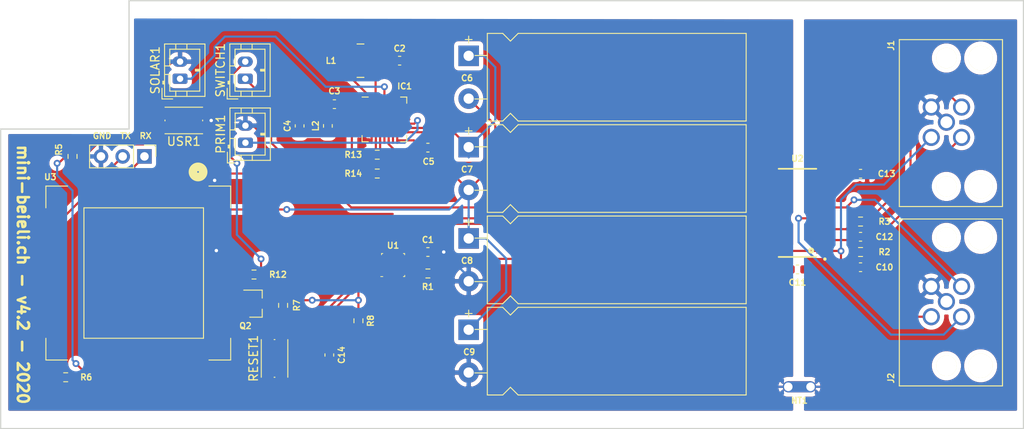
<source format=kicad_pcb>
(kicad_pcb (version 20171130) (host pcbnew 5.1.7-1.fc32)

  (general
    (thickness 1.6)
    (drawings 8)
    (tracks 346)
    (zones 0)
    (modules 40)
    (nets 34)
  )

  (page A4)
  (layers
    (0 F.Cu signal)
    (31 B.Cu signal)
    (32 B.Adhes user)
    (33 F.Adhes user)
    (34 B.Paste user)
    (35 F.Paste user)
    (36 B.SilkS user)
    (37 F.SilkS user)
    (38 B.Mask user)
    (39 F.Mask user)
    (40 Dwgs.User user)
    (41 Cmts.User user)
    (42 Eco1.User user)
    (43 Eco2.User user)
    (44 Edge.Cuts user)
    (45 Margin user)
    (46 B.CrtYd user)
    (47 F.CrtYd user)
    (48 B.Fab user)
    (49 F.Fab user)
  )

  (setup
    (last_trace_width 0.25)
    (trace_clearance 0.2)
    (zone_clearance 0.508)
    (zone_45_only no)
    (trace_min 0.2)
    (via_size 0.8)
    (via_drill 0.4)
    (via_min_size 0.4)
    (via_min_drill 0.3)
    (uvia_size 0.3)
    (uvia_drill 0.1)
    (uvias_allowed no)
    (uvia_min_size 0.2)
    (uvia_min_drill 0.1)
    (edge_width 0.05)
    (segment_width 0.2)
    (pcb_text_width 0.3)
    (pcb_text_size 1.5 1.5)
    (mod_edge_width 0.12)
    (mod_text_size 1 1)
    (mod_text_width 0.15)
    (pad_size 1.524 1.524)
    (pad_drill 0.762)
    (pad_to_mask_clearance 0.05)
    (aux_axis_origin 40 82.355)
    (grid_origin 40 82.355)
    (visible_elements FFFFFF7F)
    (pcbplotparams
      (layerselection 0x010fc_ffffffff)
      (usegerberextensions true)
      (usegerberattributes false)
      (usegerberadvancedattributes false)
      (creategerberjobfile false)
      (excludeedgelayer true)
      (linewidth 0.150000)
      (plotframeref false)
      (viasonmask false)
      (mode 1)
      (useauxorigin false)
      (hpglpennumber 1)
      (hpglpenspeed 20)
      (hpglpendiameter 15.000000)
      (psnegative false)
      (psa4output false)
      (plotreference true)
      (plotvalue true)
      (plotinvisibletext false)
      (padsonsilk false)
      (subtractmaskfromsilk false)
      (outputformat 1)
      (mirror false)
      (drillshape 0)
      (scaleselection 1)
      (outputdirectory "../pcbway-3.0/gerber-2nd/"))
  )

  (net 0 "")
  (net 1 GND)
  (net 2 /BUFSRC)
  (net 3 /BOOST)
  (net 4 /BUCK)
  (net 5 /3.3V)
  (net 6 /AGND)
  (net 7 VS)
  (net 8 /A_GREEN)
  (net 9 /A_WHITE)
  (net 10 /B_GREEN)
  (net 11 /B_WHITE)
  (net 12 /SDA)
  (net 13 /SCL)
  (net 14 /SWBOOST)
  (net 15 /SWBUCK)
  (net 16 /VEXT)
  (net 17 /VIN)
  (net 18 /AB_RED)
  (net 19 "Net-(R1-Pad2)")
  (net 20 "Net-(C12-Pad2)")
  (net 21 "Net-(C12-Pad1)")
  (net 22 "Net-(C13-Pad1)")
  (net 23 "Net-(C14-Pad1)")
  (net 24 /TX)
  (net 25 /RX)
  (net 26 /ADC)
  (net 27 /GPIO6)
  (net 28 "Net-(R5-Pad1)")
  (net 29 /GPIO1)
  (net 30 /PRIM)
  (net 31 "Net-(IC1-Pad10)")
  (net 32 "Net-(IC1-Pad9)")
  (net 33 "Net-(C6-Pad1)")

  (net_class Default "This is the default net class."
    (clearance 0.2)
    (trace_width 0.25)
    (via_dia 0.8)
    (via_drill 0.4)
    (uvia_dia 0.3)
    (uvia_drill 0.1)
    (add_net /3.3V)
    (add_net /AB_RED)
    (add_net /ADC)
    (add_net /AGND)
    (add_net /A_GREEN)
    (add_net /A_WHITE)
    (add_net /BOOST)
    (add_net /BUCK)
    (add_net /BUFSRC)
    (add_net /B_GREEN)
    (add_net /B_WHITE)
    (add_net /GPIO1)
    (add_net /GPIO6)
    (add_net /PRIM)
    (add_net /RX)
    (add_net /SCL)
    (add_net /SDA)
    (add_net /SWBOOST)
    (add_net /SWBUCK)
    (add_net /TX)
    (add_net /VEXT)
    (add_net /VIN)
    (add_net GND)
    (add_net "Net-(C12-Pad1)")
    (add_net "Net-(C12-Pad2)")
    (add_net "Net-(C13-Pad1)")
    (add_net "Net-(C14-Pad1)")
    (add_net "Net-(C6-Pad1)")
    (add_net "Net-(IC1-Pad10)")
    (add_net "Net-(IC1-Pad9)")
    (add_net "Net-(R1-Pad2)")
    (add_net "Net-(R5-Pad1)")
    (add_net VS)
  )

  (module Button_Switch_SMD:SW_Push_1P1T_NO_CK_KMR2 (layer F.Cu) (tedit 5A02FC95) (tstamp 5F87D4AE)
    (at 61.4 46.355 180)
    (descr "CK components KMR2 tactile switch http://www.ckswitches.com/media/1479/kmr2.pdf")
    (tags "tactile switch kmr2")
    (path /5F976005)
    (attr smd)
    (fp_text reference USR1 (at 0 -2.45) (layer F.SilkS)
      (effects (font (size 1 1) (thickness 0.15)))
    )
    (fp_text value USR (at 0 2.55) (layer F.Fab)
      (effects (font (size 1 1) (thickness 0.15)))
    )
    (fp_line (start -2.2 0.05) (end -2.2 -0.05) (layer F.SilkS) (width 0.12))
    (fp_line (start 2.2 -1.55) (end -2.2 -1.55) (layer F.SilkS) (width 0.12))
    (fp_line (start -2.2 1.55) (end 2.2 1.55) (layer F.SilkS) (width 0.12))
    (fp_circle (center 0 0) (end 0 0.8) (layer F.Fab) (width 0.1))
    (fp_line (start -2.8 1.8) (end -2.8 -1.8) (layer F.CrtYd) (width 0.05))
    (fp_line (start 2.8 1.8) (end -2.8 1.8) (layer F.CrtYd) (width 0.05))
    (fp_line (start 2.8 -1.8) (end 2.8 1.8) (layer F.CrtYd) (width 0.05))
    (fp_line (start -2.8 -1.8) (end 2.8 -1.8) (layer F.CrtYd) (width 0.05))
    (fp_line (start 2.2 0.05) (end 2.2 -0.05) (layer F.SilkS) (width 0.12))
    (fp_line (start -2.1 1.4) (end -2.1 -1.4) (layer F.Fab) (width 0.1))
    (fp_line (start 2.1 1.4) (end -2.1 1.4) (layer F.Fab) (width 0.1))
    (fp_line (start 2.1 -1.4) (end 2.1 1.4) (layer F.Fab) (width 0.1))
    (fp_line (start -2.1 -1.4) (end 2.1 -1.4) (layer F.Fab) (width 0.1))
    (fp_text user %R (at 0 -2.45) (layer F.Fab)
      (effects (font (size 1 1) (thickness 0.15)))
    )
    (pad 2 smd rect (at 2.05 0.8 180) (size 0.9 1) (layers F.Cu F.Paste F.Mask)
      (net 28 "Net-(R5-Pad1)"))
    (pad 1 smd rect (at 2.05 -0.8 180) (size 0.9 1) (layers F.Cu F.Paste F.Mask)
      (net 1 GND))
    (pad 2 smd rect (at -2.05 0.8 180) (size 0.9 1) (layers F.Cu F.Paste F.Mask)
      (net 28 "Net-(R5-Pad1)"))
    (pad 1 smd rect (at -2.05 -0.8 180) (size 0.9 1) (layers F.Cu F.Paste F.Mask)
      (net 1 GND))
    (model ${KISYS3DMOD}/Button_Switch_SMD.3dshapes/SW_Push_1P1T_NO_CK_KMR2.wrl
      (at (xyz 0 0 0))
      (scale (xyz 1 1 1))
      (rotate (xyz 0 0 0))
    )
  )

  (module Button_Switch_SMD:SW_Push_1P1T_NO_CK_KMR2 (layer F.Cu) (tedit 5A02FC95) (tstamp 5F87D4C4)
    (at 72 74.155 90)
    (descr "CK components KMR2 tactile switch http://www.ckswitches.com/media/1479/kmr2.pdf")
    (tags "tactile switch kmr2")
    (path /5FA71325)
    (attr smd)
    (fp_text reference RESET1 (at 0 -2.45 90) (layer F.SilkS)
      (effects (font (size 1 1) (thickness 0.15)))
    )
    (fp_text value RESET (at 0 2.55 90) (layer F.Fab)
      (effects (font (size 1 1) (thickness 0.15)))
    )
    (fp_line (start -2.2 0.05) (end -2.2 -0.05) (layer F.SilkS) (width 0.12))
    (fp_line (start 2.2 -1.55) (end -2.2 -1.55) (layer F.SilkS) (width 0.12))
    (fp_line (start -2.2 1.55) (end 2.2 1.55) (layer F.SilkS) (width 0.12))
    (fp_circle (center 0 0) (end 0 0.8) (layer F.Fab) (width 0.1))
    (fp_line (start -2.8 1.8) (end -2.8 -1.8) (layer F.CrtYd) (width 0.05))
    (fp_line (start 2.8 1.8) (end -2.8 1.8) (layer F.CrtYd) (width 0.05))
    (fp_line (start 2.8 -1.8) (end 2.8 1.8) (layer F.CrtYd) (width 0.05))
    (fp_line (start -2.8 -1.8) (end 2.8 -1.8) (layer F.CrtYd) (width 0.05))
    (fp_line (start 2.2 0.05) (end 2.2 -0.05) (layer F.SilkS) (width 0.12))
    (fp_line (start -2.1 1.4) (end -2.1 -1.4) (layer F.Fab) (width 0.1))
    (fp_line (start 2.1 1.4) (end -2.1 1.4) (layer F.Fab) (width 0.1))
    (fp_line (start 2.1 -1.4) (end 2.1 1.4) (layer F.Fab) (width 0.1))
    (fp_line (start -2.1 -1.4) (end 2.1 -1.4) (layer F.Fab) (width 0.1))
    (fp_text user %R (at 0 -2.45 90) (layer F.Fab)
      (effects (font (size 1 1) (thickness 0.15)))
    )
    (pad 2 smd rect (at 2.05 0.8 90) (size 0.9 1) (layers F.Cu F.Paste F.Mask)
      (net 23 "Net-(C14-Pad1)"))
    (pad 1 smd rect (at 2.05 -0.8 90) (size 0.9 1) (layers F.Cu F.Paste F.Mask)
      (net 1 GND))
    (pad 2 smd rect (at -2.05 0.8 90) (size 0.9 1) (layers F.Cu F.Paste F.Mask)
      (net 23 "Net-(C14-Pad1)"))
    (pad 1 smd rect (at -2.05 -0.8 90) (size 0.9 1) (layers F.Cu F.Paste F.Mask)
      (net 1 GND))
    (model ${KISYS3DMOD}/Button_Switch_SMD.3dshapes/SW_Push_1P1T_NO_CK_KMR2.wrl
      (at (xyz 0 0 0))
      (scale (xyz 1 1 1))
      (rotate (xyz 0 0 0))
    )
  )

  (module Modules:AM01 (layer F.Cu) (tedit 5F8894FF) (tstamp 5F87D5B3)
    (at 51 67.355)
    (descr "Heltec AM02")
    (path /5F867819)
    (fp_text reference U3 (at -5.2 -14.4) (layer F.SilkS)
      (effects (font (size 0.7 0.7) (thickness 0.15)))
    )
    (fp_text value HTCC-AM01 (at 17.78 -3.81) (layer F.Fab)
      (effects (font (size 1 1) (thickness 0.15)))
    )
    (fp_line (start 15.875 6.985) (end 15.875 4.445) (layer F.SilkS) (width 0.12))
    (fp_line (start 13.335 6.985) (end 15.875 6.985) (layer F.SilkS) (width 0.12))
    (fp_line (start -5.715 6.985) (end -3.175 6.985) (layer F.SilkS) (width 0.12))
    (fp_line (start -5.715 4.445) (end -5.715 6.985) (layer F.SilkS) (width 0.12))
    (fp_line (start -5.715 -13.335) (end -5.715 -10.795) (layer F.SilkS) (width 0.12))
    (fp_line (start -3.175 -13.335) (end -5.715 -13.335) (layer F.SilkS) (width 0.12))
    (fp_line (start 15.875 -13.335) (end 15.875 -10.795) (layer F.SilkS) (width 0.12))
    (fp_line (start 13.335 -13.335) (end 15.875 -13.335) (layer F.SilkS) (width 0.12))
    (fp_line (start -1.27 4.445) (end -1.27 -10.795) (layer F.SilkS) (width 0.12))
    (fp_line (start 12.7 4.445) (end -1.27 4.445) (layer F.SilkS) (width 0.12))
    (fp_line (start 12.7 -10.795) (end 12.7 4.445) (layer F.SilkS) (width 0.12))
    (fp_line (start -1.27 -10.795) (end 12.7 -10.795) (layer F.SilkS) (width 0.12))
    (fp_line (start -5.08 6.35) (end -5.08 -12.7) (layer F.CrtYd) (width 0.12))
    (fp_line (start 15.24 6.35) (end -5.08 6.35) (layer F.CrtYd) (width 0.12))
    (fp_line (start 15.24 -12.7) (end 15.24 6.35) (layer F.CrtYd) (width 0.12))
    (fp_line (start -5.08 -12.7) (end 15.24 -12.7) (layer F.CrtYd) (width 0.12))
    (fp_circle (center 12.065 -14.986) (end 12.165 -14.986) (layer F.SilkS) (width 1))
    (fp_text user AM01 (at 5.207 -3.302) (layer F.CrtYd)
      (effects (font (size 1 1) (thickness 0.15)))
    )
    (pad 22 smd roundrect (at 12.065 6.35) (size 0.6 2.5) (layers F.Cu F.Paste F.Mask) (roundrect_rratio 0.25))
    (pad 21 smd roundrect (at 10.795 6.35) (size 0.6 2.5) (layers F.Cu F.Paste F.Mask) (roundrect_rratio 0.25)
      (net 23 "Net-(C14-Pad1)"))
    (pad 20 smd roundrect (at 9.525 6.35) (size 0.6 2.5) (layers F.Cu F.Paste F.Mask) (roundrect_rratio 0.25))
    (pad 19 smd roundrect (at 8.255 6.35) (size 0.6 2.5) (layers F.Cu F.Paste F.Mask) (roundrect_rratio 0.25))
    (pad 18 smd roundrect (at 6.985 6.35) (size 0.6 2.5) (layers F.Cu F.Paste F.Mask) (roundrect_rratio 0.25)
      (net 28 "Net-(R5-Pad1)"))
    (pad 17 smd roundrect (at 5.715 6.35) (size 0.6 2.5) (layers F.Cu F.Paste F.Mask) (roundrect_rratio 0.25)
      (net 12 /SDA))
    (pad 16 smd roundrect (at 4.445 6.35) (size 0.6 2.5) (layers F.Cu F.Paste F.Mask) (roundrect_rratio 0.25)
      (net 13 /SCL))
    (pad 15 smd roundrect (at 3.175 6.35) (size 0.6 2.5) (layers F.Cu F.Paste F.Mask) (roundrect_rratio 0.25))
    (pad 14 smd roundrect (at 1.905 6.35) (size 0.6 2.5) (layers F.Cu F.Paste F.Mask) (roundrect_rratio 0.25))
    (pad 13 smd roundrect (at 0.635 6.35) (size 0.6 2.5) (layers F.Cu F.Paste F.Mask) (roundrect_rratio 0.25))
    (pad 12 smd roundrect (at -0.635 6.35) (size 0.6 2.5) (layers F.Cu F.Paste F.Mask) (roundrect_rratio 0.25))
    (pad 11 smd roundrect (at -0.635 -12.7 180) (size 0.6 2.5) (layers F.Cu F.Paste F.Mask) (roundrect_rratio 0.25)
      (net 17 /VIN))
    (pad 10 smd roundrect (at 0.635 -12.7 180) (size 0.6 2.5) (layers F.Cu F.Paste F.Mask) (roundrect_rratio 0.25)
      (net 1 GND))
    (pad 9 smd roundrect (at 1.905 -12.7 180) (size 0.6 2.5) (layers F.Cu F.Paste F.Mask) (roundrect_rratio 0.25)
      (net 24 /TX))
    (pad 8 smd roundrect (at 3.175 -12.7 180) (size 0.6 2.5) (layers F.Cu F.Paste F.Mask) (roundrect_rratio 0.25)
      (net 25 /RX))
    (pad 7 smd roundrect (at 4.445 -12.7 180) (size 0.6 2.5) (layers F.Cu F.Paste F.Mask) (roundrect_rratio 0.25))
    (pad 6 smd roundrect (at 5.715 -12.7 180) (size 0.6 2.5) (layers F.Cu F.Paste F.Mask) (roundrect_rratio 0.25)
      (net 27 /GPIO6))
    (pad 5 smd roundrect (at 6.985 -12.7 180) (size 0.6 2.5) (layers F.Cu F.Paste F.Mask) (roundrect_rratio 0.25))
    (pad 4 smd roundrect (at 8.255 -12.7 180) (size 0.6 2.5) (layers F.Cu F.Paste F.Mask) (roundrect_rratio 0.25))
    (pad 3 smd roundrect (at 9.525 -12.7 180) (size 0.6 2.5) (layers F.Cu F.Paste F.Mask) (roundrect_rratio 0.25)
      (net 29 /GPIO1))
    (pad 2 smd roundrect (at 10.795 -12.7 180) (size 0.6 2.5) (layers F.Cu F.Paste F.Mask) (roundrect_rratio 0.25)
      (net 26 /ADC))
    (pad 1 smd roundrect (at 12.065 -12.7 180) (size 0.6 2.5) (layers F.Cu F.Paste F.Mask) (roundrect_rratio 0.25)
      (net 1 GND))
  )

  (module Resistor_SMD:R_0603_1608Metric (layer F.Cu) (tedit 5F68FEEE) (tstamp 5F889FE8)
    (at 84 52.555)
    (descr "Resistor SMD 0603 (1608 Metric), square (rectangular) end terminal, IPC_7351 nominal, (Body size source: IPC-SM-782 page 72, https://www.pcb-3d.com/wordpress/wp-content/uploads/ipc-sm-782a_amendment_1_and_2.pdf), generated with kicad-footprint-generator")
    (tags resistor)
    (path /5F9A29B7)
    (attr smd)
    (fp_text reference R14 (at -2.8 0) (layer F.SilkS)
      (effects (font (size 0.7 0.7) (thickness 0.15)))
    )
    (fp_text value 300k (at 0 1.43) (layer F.Fab)
      (effects (font (size 1 1) (thickness 0.15)))
    )
    (fp_line (start 1.48 0.73) (end -1.48 0.73) (layer F.CrtYd) (width 0.05))
    (fp_line (start 1.48 -0.73) (end 1.48 0.73) (layer F.CrtYd) (width 0.05))
    (fp_line (start -1.48 -0.73) (end 1.48 -0.73) (layer F.CrtYd) (width 0.05))
    (fp_line (start -1.48 0.73) (end -1.48 -0.73) (layer F.CrtYd) (width 0.05))
    (fp_line (start -0.237258 0.5225) (end 0.237258 0.5225) (layer F.SilkS) (width 0.12))
    (fp_line (start -0.237258 -0.5225) (end 0.237258 -0.5225) (layer F.SilkS) (width 0.12))
    (fp_line (start 0.8 0.4125) (end -0.8 0.4125) (layer F.Fab) (width 0.1))
    (fp_line (start 0.8 -0.4125) (end 0.8 0.4125) (layer F.Fab) (width 0.1))
    (fp_line (start -0.8 -0.4125) (end 0.8 -0.4125) (layer F.Fab) (width 0.1))
    (fp_line (start -0.8 0.4125) (end -0.8 -0.4125) (layer F.Fab) (width 0.1))
    (fp_text user %R (at 0 0) (layer F.Fab)
      (effects (font (size 0.4 0.4) (thickness 0.06)))
    )
    (pad 2 smd roundrect (at 0.825 0) (size 0.8 0.95) (layers F.Cu F.Paste F.Mask) (roundrect_rratio 0.25)
      (net 31 "Net-(IC1-Pad10)"))
    (pad 1 smd roundrect (at -0.825 0) (size 0.8 0.95) (layers F.Cu F.Paste F.Mask) (roundrect_rratio 0.25)
      (net 4 /BUCK))
    (model ${KISYS3DMOD}/Resistor_SMD.3dshapes/R_0603_1608Metric.wrl
      (at (xyz 0 0 0))
      (scale (xyz 1 1 1))
      (rotate (xyz 0 0 0))
    )
  )

  (module Resistor_SMD:R_0603_1608Metric (layer F.Cu) (tedit 5F68FEEE) (tstamp 5F889FD7)
    (at 84 50.355 180)
    (descr "Resistor SMD 0603 (1608 Metric), square (rectangular) end terminal, IPC_7351 nominal, (Body size source: IPC-SM-782 page 72, https://www.pcb-3d.com/wordpress/wp-content/uploads/ipc-sm-782a_amendment_1_and_2.pdf), generated with kicad-footprint-generator")
    (tags resistor)
    (path /5F941171)
    (attr smd)
    (fp_text reference R13 (at 2.8 0) (layer F.SilkS)
      (effects (font (size 0.7 0.7) (thickness 0.15)))
    )
    (fp_text value 200k (at 0 1.43) (layer F.Fab)
      (effects (font (size 1 1) (thickness 0.15)))
    )
    (fp_line (start 1.48 0.73) (end -1.48 0.73) (layer F.CrtYd) (width 0.05))
    (fp_line (start 1.48 -0.73) (end 1.48 0.73) (layer F.CrtYd) (width 0.05))
    (fp_line (start -1.48 -0.73) (end 1.48 -0.73) (layer F.CrtYd) (width 0.05))
    (fp_line (start -1.48 0.73) (end -1.48 -0.73) (layer F.CrtYd) (width 0.05))
    (fp_line (start -0.237258 0.5225) (end 0.237258 0.5225) (layer F.SilkS) (width 0.12))
    (fp_line (start -0.237258 -0.5225) (end 0.237258 -0.5225) (layer F.SilkS) (width 0.12))
    (fp_line (start 0.8 0.4125) (end -0.8 0.4125) (layer F.Fab) (width 0.1))
    (fp_line (start 0.8 -0.4125) (end 0.8 0.4125) (layer F.Fab) (width 0.1))
    (fp_line (start -0.8 -0.4125) (end 0.8 -0.4125) (layer F.Fab) (width 0.1))
    (fp_line (start -0.8 0.4125) (end -0.8 -0.4125) (layer F.Fab) (width 0.1))
    (fp_text user %R (at 0 0) (layer F.Fab)
      (effects (font (size 0.4 0.4) (thickness 0.06)))
    )
    (pad 2 smd roundrect (at 0.825 0 180) (size 0.8 0.95) (layers F.Cu F.Paste F.Mask) (roundrect_rratio 0.25)
      (net 32 "Net-(IC1-Pad9)"))
    (pad 1 smd roundrect (at -0.825 0 180) (size 0.8 0.95) (layers F.Cu F.Paste F.Mask) (roundrect_rratio 0.25)
      (net 31 "Net-(IC1-Pad10)"))
    (model ${KISYS3DMOD}/Resistor_SMD.3dshapes/R_0603_1608Metric.wrl
      (at (xyz 0 0 0))
      (scale (xyz 1 1 1))
      (rotate (xyz 0 0 0))
    )
  )

  (module Connector_JST:JST_PH_B2B-PH-K_1x02_P2.00mm_Vertical (layer F.Cu) (tedit 5B7745C2) (tstamp 5F889E16)
    (at 68.6 48.955 90)
    (descr "JST PH series connector, B2B-PH-K (http://www.jst-mfg.com/product/pdf/eng/ePH.pdf), generated with kicad-footprint-generator")
    (tags "connector JST PH side entry")
    (path /5F89CDA1)
    (fp_text reference PRIM1 (at 1 -2.9 90) (layer F.SilkS)
      (effects (font (size 1 1) (thickness 0.15)))
    )
    (fp_text value Conn_01x02_Female (at 1 4 90) (layer F.Fab)
      (effects (font (size 1 1) (thickness 0.15)))
    )
    (fp_line (start 4.45 -2.2) (end -2.45 -2.2) (layer F.CrtYd) (width 0.05))
    (fp_line (start 4.45 3.3) (end 4.45 -2.2) (layer F.CrtYd) (width 0.05))
    (fp_line (start -2.45 3.3) (end 4.45 3.3) (layer F.CrtYd) (width 0.05))
    (fp_line (start -2.45 -2.2) (end -2.45 3.3) (layer F.CrtYd) (width 0.05))
    (fp_line (start 3.95 -1.7) (end -1.95 -1.7) (layer F.Fab) (width 0.1))
    (fp_line (start 3.95 2.8) (end 3.95 -1.7) (layer F.Fab) (width 0.1))
    (fp_line (start -1.95 2.8) (end 3.95 2.8) (layer F.Fab) (width 0.1))
    (fp_line (start -1.95 -1.7) (end -1.95 2.8) (layer F.Fab) (width 0.1))
    (fp_line (start -2.36 -2.11) (end -2.36 -0.86) (layer F.Fab) (width 0.1))
    (fp_line (start -1.11 -2.11) (end -2.36 -2.11) (layer F.Fab) (width 0.1))
    (fp_line (start -2.36 -2.11) (end -2.36 -0.86) (layer F.SilkS) (width 0.12))
    (fp_line (start -1.11 -2.11) (end -2.36 -2.11) (layer F.SilkS) (width 0.12))
    (fp_line (start 1 2.3) (end 1 1.8) (layer F.SilkS) (width 0.12))
    (fp_line (start 1.1 1.8) (end 1.1 2.3) (layer F.SilkS) (width 0.12))
    (fp_line (start 0.9 1.8) (end 1.1 1.8) (layer F.SilkS) (width 0.12))
    (fp_line (start 0.9 2.3) (end 0.9 1.8) (layer F.SilkS) (width 0.12))
    (fp_line (start 4.06 0.8) (end 3.45 0.8) (layer F.SilkS) (width 0.12))
    (fp_line (start 4.06 -0.5) (end 3.45 -0.5) (layer F.SilkS) (width 0.12))
    (fp_line (start -2.06 0.8) (end -1.45 0.8) (layer F.SilkS) (width 0.12))
    (fp_line (start -2.06 -0.5) (end -1.45 -0.5) (layer F.SilkS) (width 0.12))
    (fp_line (start 1.5 -1.2) (end 1.5 -1.81) (layer F.SilkS) (width 0.12))
    (fp_line (start 3.45 -1.2) (end 1.5 -1.2) (layer F.SilkS) (width 0.12))
    (fp_line (start 3.45 2.3) (end 3.45 -1.2) (layer F.SilkS) (width 0.12))
    (fp_line (start -1.45 2.3) (end 3.45 2.3) (layer F.SilkS) (width 0.12))
    (fp_line (start -1.45 -1.2) (end -1.45 2.3) (layer F.SilkS) (width 0.12))
    (fp_line (start 0.5 -1.2) (end -1.45 -1.2) (layer F.SilkS) (width 0.12))
    (fp_line (start 0.5 -1.81) (end 0.5 -1.2) (layer F.SilkS) (width 0.12))
    (fp_line (start -0.3 -1.91) (end -0.6 -1.91) (layer F.SilkS) (width 0.12))
    (fp_line (start -0.6 -2.01) (end -0.6 -1.81) (layer F.SilkS) (width 0.12))
    (fp_line (start -0.3 -2.01) (end -0.6 -2.01) (layer F.SilkS) (width 0.12))
    (fp_line (start -0.3 -1.81) (end -0.3 -2.01) (layer F.SilkS) (width 0.12))
    (fp_line (start 4.06 -1.81) (end -2.06 -1.81) (layer F.SilkS) (width 0.12))
    (fp_line (start 4.06 2.91) (end 4.06 -1.81) (layer F.SilkS) (width 0.12))
    (fp_line (start -2.06 2.91) (end 4.06 2.91) (layer F.SilkS) (width 0.12))
    (fp_line (start -2.06 -1.81) (end -2.06 2.91) (layer F.SilkS) (width 0.12))
    (fp_text user %R (at 1 1.5 90) (layer F.Fab)
      (effects (font (size 1 1) (thickness 0.15)))
    )
    (pad 2 thru_hole oval (at 2 0 90) (size 1.2 1.75) (drill 0.75) (layers *.Cu *.Mask)
      (net 1 GND))
    (pad 1 thru_hole roundrect (at 0 0 90) (size 1.2 1.75) (drill 0.75) (layers *.Cu *.Mask) (roundrect_rratio 0.208333)
      (net 30 /PRIM))
    (model ${KISYS3DMOD}/Connector_JST.3dshapes/JST_PH_B2B-PH-K_1x02_P2.00mm_Vertical.wrl
      (at (xyz 0 0 0))
      (scale (xyz 1 1 1))
      (rotate (xyz 0 0 0))
    )
  )

  (module Connector_PinHeader_2.54mm:PinHeader_1x03_P2.54mm_Vertical (layer F.Cu) (tedit 59FED5CC) (tstamp 5F8878EE)
    (at 56.8 50.555 270)
    (descr "Through hole straight pin header, 1x03, 2.54mm pitch, single row")
    (tags "Through hole pin header THT 1x03 2.54mm single row")
    (path /5F8E172E)
    (fp_text reference J3 (at -2.8 0) (layer F.SilkS) hide
      (effects (font (size 0.7 0.7) (thickness 0.15)))
    )
    (fp_text value Conn_01x03_Male (at 0 7.41 90) (layer F.Fab)
      (effects (font (size 1 1) (thickness 0.15)))
    )
    (fp_line (start 1.8 -1.8) (end -1.8 -1.8) (layer F.CrtYd) (width 0.05))
    (fp_line (start 1.8 6.85) (end 1.8 -1.8) (layer F.CrtYd) (width 0.05))
    (fp_line (start -1.8 6.85) (end 1.8 6.85) (layer F.CrtYd) (width 0.05))
    (fp_line (start -1.8 -1.8) (end -1.8 6.85) (layer F.CrtYd) (width 0.05))
    (fp_line (start -1.33 -1.33) (end 0 -1.33) (layer F.SilkS) (width 0.12))
    (fp_line (start -1.33 0) (end -1.33 -1.33) (layer F.SilkS) (width 0.12))
    (fp_line (start -1.33 1.27) (end 1.33 1.27) (layer F.SilkS) (width 0.12))
    (fp_line (start 1.33 1.27) (end 1.33 6.41) (layer F.SilkS) (width 0.12))
    (fp_line (start -1.33 1.27) (end -1.33 6.41) (layer F.SilkS) (width 0.12))
    (fp_line (start -1.33 6.41) (end 1.33 6.41) (layer F.SilkS) (width 0.12))
    (fp_line (start -1.27 -0.635) (end -0.635 -1.27) (layer F.Fab) (width 0.1))
    (fp_line (start -1.27 6.35) (end -1.27 -0.635) (layer F.Fab) (width 0.1))
    (fp_line (start 1.27 6.35) (end -1.27 6.35) (layer F.Fab) (width 0.1))
    (fp_line (start 1.27 -1.27) (end 1.27 6.35) (layer F.Fab) (width 0.1))
    (fp_line (start -0.635 -1.27) (end 1.27 -1.27) (layer F.Fab) (width 0.1))
    (fp_text user %R (at 0 2.54) (layer F.Fab)
      (effects (font (size 1 1) (thickness 0.15)))
    )
    (pad 3 thru_hole oval (at 0 5.08 270) (size 1.7 1.7) (drill 1) (layers *.Cu *.Mask)
      (net 1 GND))
    (pad 2 thru_hole oval (at 0 2.54 270) (size 1.7 1.7) (drill 1) (layers *.Cu *.Mask)
      (net 24 /TX))
    (pad 1 thru_hole rect (at 0 0 270) (size 1.7 1.7) (drill 1) (layers *.Cu *.Mask)
      (net 25 /RX))
    (model ${KISYS3DMOD}/Connector_PinHeader_2.54mm.3dshapes/PinHeader_1x03_P2.54mm_Vertical.wrl
      (at (xyz 0 0 0))
      (scale (xyz 1 1 1))
      (rotate (xyz 0 0 0))
    )
  )

  (module Resistor_SMD:R_0603_1608Metric (layer F.Cu) (tedit 5F68FEEE) (tstamp 5F87D446)
    (at 69.6 64.355)
    (descr "Resistor SMD 0603 (1608 Metric), square (rectangular) end terminal, IPC_7351 nominal, (Body size source: IPC-SM-782 page 72, https://www.pcb-3d.com/wordpress/wp-content/uploads/ipc-sm-782a_amendment_1_and_2.pdf), generated with kicad-footprint-generator")
    (tags resistor)
    (path /5F92BEC1)
    (attr smd)
    (fp_text reference R12 (at 2.8 0) (layer F.SilkS)
      (effects (font (size 0.7 0.7) (thickness 0.15)))
    )
    (fp_text value 10K (at 0 1.43) (layer F.Fab)
      (effects (font (size 1 1) (thickness 0.15)))
    )
    (fp_line (start 1.48 0.73) (end -1.48 0.73) (layer F.CrtYd) (width 0.05))
    (fp_line (start 1.48 -0.73) (end 1.48 0.73) (layer F.CrtYd) (width 0.05))
    (fp_line (start -1.48 -0.73) (end 1.48 -0.73) (layer F.CrtYd) (width 0.05))
    (fp_line (start -1.48 0.73) (end -1.48 -0.73) (layer F.CrtYd) (width 0.05))
    (fp_line (start -0.237258 0.5225) (end 0.237258 0.5225) (layer F.SilkS) (width 0.12))
    (fp_line (start -0.237258 -0.5225) (end 0.237258 -0.5225) (layer F.SilkS) (width 0.12))
    (fp_line (start 0.8 0.4125) (end -0.8 0.4125) (layer F.Fab) (width 0.1))
    (fp_line (start 0.8 -0.4125) (end 0.8 0.4125) (layer F.Fab) (width 0.1))
    (fp_line (start -0.8 -0.4125) (end 0.8 -0.4125) (layer F.Fab) (width 0.1))
    (fp_line (start -0.8 0.4125) (end -0.8 -0.4125) (layer F.Fab) (width 0.1))
    (fp_text user %R (at 0 0) (layer F.Fab)
      (effects (font (size 0.4 0.4) (thickness 0.06)))
    )
    (pad 2 smd roundrect (at 0.825 0) (size 0.8 0.95) (layers F.Cu F.Paste F.Mask) (roundrect_rratio 0.25)
      (net 17 /VIN))
    (pad 1 smd roundrect (at -0.825 0) (size 0.8 0.95) (layers F.Cu F.Paste F.Mask) (roundrect_rratio 0.25)
      (net 27 /GPIO6))
    (model ${KISYS3DMOD}/Resistor_SMD.3dshapes/R_0603_1608Metric.wrl
      (at (xyz 0 0 0))
      (scale (xyz 1 1 1))
      (rotate (xyz 0 0 0))
    )
  )

  (module Resistor_SMD:R_0603_1608Metric (layer F.Cu) (tedit 5F68FEEE) (tstamp 5F87D402)
    (at 81.8 69.755 270)
    (descr "Resistor SMD 0603 (1608 Metric), square (rectangular) end terminal, IPC_7351 nominal, (Body size source: IPC-SM-782 page 72, https://www.pcb-3d.com/wordpress/wp-content/uploads/ipc-sm-782a_amendment_1_and_2.pdf), generated with kicad-footprint-generator")
    (tags resistor)
    (path /5FB1DE6B)
    (attr smd)
    (fp_text reference R8 (at 0 -1.43 90) (layer F.SilkS)
      (effects (font (size 0.7 0.7) (thickness 0.15)))
    )
    (fp_text value 10k (at 0 1.43 90) (layer F.Fab)
      (effects (font (size 1 1) (thickness 0.15)))
    )
    (fp_line (start 1.48 0.73) (end -1.48 0.73) (layer F.CrtYd) (width 0.05))
    (fp_line (start 1.48 -0.73) (end 1.48 0.73) (layer F.CrtYd) (width 0.05))
    (fp_line (start -1.48 -0.73) (end 1.48 -0.73) (layer F.CrtYd) (width 0.05))
    (fp_line (start -1.48 0.73) (end -1.48 -0.73) (layer F.CrtYd) (width 0.05))
    (fp_line (start -0.237258 0.5225) (end 0.237258 0.5225) (layer F.SilkS) (width 0.12))
    (fp_line (start -0.237258 -0.5225) (end 0.237258 -0.5225) (layer F.SilkS) (width 0.12))
    (fp_line (start 0.8 0.4125) (end -0.8 0.4125) (layer F.Fab) (width 0.1))
    (fp_line (start 0.8 -0.4125) (end 0.8 0.4125) (layer F.Fab) (width 0.1))
    (fp_line (start -0.8 -0.4125) (end 0.8 -0.4125) (layer F.Fab) (width 0.1))
    (fp_line (start -0.8 0.4125) (end -0.8 -0.4125) (layer F.Fab) (width 0.1))
    (fp_text user %R (at 0 0 90) (layer F.Fab)
      (effects (font (size 0.4 0.4) (thickness 0.06)))
    )
    (pad 2 smd roundrect (at 0.825 0 270) (size 0.8 0.95) (layers F.Cu F.Paste F.Mask) (roundrect_rratio 0.25)
      (net 12 /SDA))
    (pad 1 smd roundrect (at -0.825 0 270) (size 0.8 0.95) (layers F.Cu F.Paste F.Mask) (roundrect_rratio 0.25)
      (net 16 /VEXT))
    (model ${KISYS3DMOD}/Resistor_SMD.3dshapes/R_0603_1608Metric.wrl
      (at (xyz 0 0 0))
      (scale (xyz 1 1 1))
      (rotate (xyz 0 0 0))
    )
  )

  (module Resistor_SMD:R_0603_1608Metric (layer F.Cu) (tedit 5F68FEEE) (tstamp 5F87D3F1)
    (at 73 67.955 270)
    (descr "Resistor SMD 0603 (1608 Metric), square (rectangular) end terminal, IPC_7351 nominal, (Body size source: IPC-SM-782 page 72, https://www.pcb-3d.com/wordpress/wp-content/uploads/ipc-sm-782a_amendment_1_and_2.pdf), generated with kicad-footprint-generator")
    (tags resistor)
    (path /5FB1D556)
    (attr smd)
    (fp_text reference R7 (at 0 -1.6 90) (layer F.SilkS)
      (effects (font (size 0.7 0.7) (thickness 0.15)))
    )
    (fp_text value 10k (at 0 1.43 90) (layer F.Fab)
      (effects (font (size 1 1) (thickness 0.15)))
    )
    (fp_line (start 1.48 0.73) (end -1.48 0.73) (layer F.CrtYd) (width 0.05))
    (fp_line (start 1.48 -0.73) (end 1.48 0.73) (layer F.CrtYd) (width 0.05))
    (fp_line (start -1.48 -0.73) (end 1.48 -0.73) (layer F.CrtYd) (width 0.05))
    (fp_line (start -1.48 0.73) (end -1.48 -0.73) (layer F.CrtYd) (width 0.05))
    (fp_line (start -0.237258 0.5225) (end 0.237258 0.5225) (layer F.SilkS) (width 0.12))
    (fp_line (start -0.237258 -0.5225) (end 0.237258 -0.5225) (layer F.SilkS) (width 0.12))
    (fp_line (start 0.8 0.4125) (end -0.8 0.4125) (layer F.Fab) (width 0.1))
    (fp_line (start 0.8 -0.4125) (end 0.8 0.4125) (layer F.Fab) (width 0.1))
    (fp_line (start -0.8 -0.4125) (end 0.8 -0.4125) (layer F.Fab) (width 0.1))
    (fp_line (start -0.8 0.4125) (end -0.8 -0.4125) (layer F.Fab) (width 0.1))
    (fp_text user %R (at 0 0 90) (layer F.Fab)
      (effects (font (size 0.4 0.4) (thickness 0.06)))
    )
    (pad 2 smd roundrect (at 0.825 0 270) (size 0.8 0.95) (layers F.Cu F.Paste F.Mask) (roundrect_rratio 0.25)
      (net 13 /SCL))
    (pad 1 smd roundrect (at -0.825 0 270) (size 0.8 0.95) (layers F.Cu F.Paste F.Mask) (roundrect_rratio 0.25)
      (net 16 /VEXT))
    (model ${KISYS3DMOD}/Resistor_SMD.3dshapes/R_0603_1608Metric.wrl
      (at (xyz 0 0 0))
      (scale (xyz 1 1 1))
      (rotate (xyz 0 0 0))
    )
  )

  (module Resistor_SMD:R_0603_1608Metric (layer F.Cu) (tedit 5F68FEEE) (tstamp 5F87D3E0)
    (at 47.6 76.355 180)
    (descr "Resistor SMD 0603 (1608 Metric), square (rectangular) end terminal, IPC_7351 nominal, (Body size source: IPC-SM-782 page 72, https://www.pcb-3d.com/wordpress/wp-content/uploads/ipc-sm-782a_amendment_1_and_2.pdf), generated with kicad-footprint-generator")
    (tags resistor)
    (path /5FA97009)
    (attr smd)
    (fp_text reference R6 (at -2.4 0) (layer F.SilkS)
      (effects (font (size 0.7 0.7) (thickness 0.15)))
    )
    (fp_text value 10k (at 0 1.43) (layer F.Fab)
      (effects (font (size 1 1) (thickness 0.15)))
    )
    (fp_line (start 1.48 0.73) (end -1.48 0.73) (layer F.CrtYd) (width 0.05))
    (fp_line (start 1.48 -0.73) (end 1.48 0.73) (layer F.CrtYd) (width 0.05))
    (fp_line (start -1.48 -0.73) (end 1.48 -0.73) (layer F.CrtYd) (width 0.05))
    (fp_line (start -1.48 0.73) (end -1.48 -0.73) (layer F.CrtYd) (width 0.05))
    (fp_line (start -0.237258 0.5225) (end 0.237258 0.5225) (layer F.SilkS) (width 0.12))
    (fp_line (start -0.237258 -0.5225) (end 0.237258 -0.5225) (layer F.SilkS) (width 0.12))
    (fp_line (start 0.8 0.4125) (end -0.8 0.4125) (layer F.Fab) (width 0.1))
    (fp_line (start 0.8 -0.4125) (end 0.8 0.4125) (layer F.Fab) (width 0.1))
    (fp_line (start -0.8 -0.4125) (end 0.8 -0.4125) (layer F.Fab) (width 0.1))
    (fp_line (start -0.8 0.4125) (end -0.8 -0.4125) (layer F.Fab) (width 0.1))
    (fp_text user %R (at 0 0) (layer F.Fab)
      (effects (font (size 0.4 0.4) (thickness 0.06)))
    )
    (pad 2 smd roundrect (at 0.825 0 180) (size 0.8 0.95) (layers F.Cu F.Paste F.Mask) (roundrect_rratio 0.25)
      (net 17 /VIN))
    (pad 1 smd roundrect (at -0.825 0 180) (size 0.8 0.95) (layers F.Cu F.Paste F.Mask) (roundrect_rratio 0.25)
      (net 23 "Net-(C14-Pad1)"))
    (model ${KISYS3DMOD}/Resistor_SMD.3dshapes/R_0603_1608Metric.wrl
      (at (xyz 0 0 0))
      (scale (xyz 1 1 1))
      (rotate (xyz 0 0 0))
    )
  )

  (module Resistor_SMD:R_0603_1608Metric (layer F.Cu) (tedit 5F68FEEE) (tstamp 5F87D3CF)
    (at 48.4 50.555 270)
    (descr "Resistor SMD 0603 (1608 Metric), square (rectangular) end terminal, IPC_7351 nominal, (Body size source: IPC-SM-782 page 72, https://www.pcb-3d.com/wordpress/wp-content/uploads/ipc-sm-782a_amendment_1_and_2.pdf), generated with kicad-footprint-generator")
    (tags resistor)
    (path /5F9BC812)
    (attr smd)
    (fp_text reference R5 (at -0.8 1.6 90) (layer F.SilkS)
      (effects (font (size 0.7 0.7) (thickness 0.15)))
    )
    (fp_text value 10k (at 0 1.43 90) (layer F.Fab)
      (effects (font (size 1 1) (thickness 0.15)))
    )
    (fp_line (start 1.48 0.73) (end -1.48 0.73) (layer F.CrtYd) (width 0.05))
    (fp_line (start 1.48 -0.73) (end 1.48 0.73) (layer F.CrtYd) (width 0.05))
    (fp_line (start -1.48 -0.73) (end 1.48 -0.73) (layer F.CrtYd) (width 0.05))
    (fp_line (start -1.48 0.73) (end -1.48 -0.73) (layer F.CrtYd) (width 0.05))
    (fp_line (start -0.237258 0.5225) (end 0.237258 0.5225) (layer F.SilkS) (width 0.12))
    (fp_line (start -0.237258 -0.5225) (end 0.237258 -0.5225) (layer F.SilkS) (width 0.12))
    (fp_line (start 0.8 0.4125) (end -0.8 0.4125) (layer F.Fab) (width 0.1))
    (fp_line (start 0.8 -0.4125) (end 0.8 0.4125) (layer F.Fab) (width 0.1))
    (fp_line (start -0.8 -0.4125) (end 0.8 -0.4125) (layer F.Fab) (width 0.1))
    (fp_line (start -0.8 0.4125) (end -0.8 -0.4125) (layer F.Fab) (width 0.1))
    (fp_text user %R (at 0 0 90) (layer F.Fab)
      (effects (font (size 0.4 0.4) (thickness 0.06)))
    )
    (pad 2 smd roundrect (at 0.825 0 270) (size 0.8 0.95) (layers F.Cu F.Paste F.Mask) (roundrect_rratio 0.25)
      (net 17 /VIN))
    (pad 1 smd roundrect (at -0.825 0 270) (size 0.8 0.95) (layers F.Cu F.Paste F.Mask) (roundrect_rratio 0.25)
      (net 28 "Net-(R5-Pad1)"))
    (model ${KISYS3DMOD}/Resistor_SMD.3dshapes/R_0603_1608Metric.wrl
      (at (xyz 0 0 0))
      (scale (xyz 1 1 1))
      (rotate (xyz 0 0 0))
    )
  )

  (module Package_TO_SOT_SMD:SOT-23 (layer F.Cu) (tedit 5A02FF57) (tstamp 5F87D35E)
    (at 69.8 67.755)
    (descr "SOT-23, Standard")
    (tags SOT-23)
    (path /5F92BEB1)
    (attr smd)
    (fp_text reference Q2 (at -1.2 2.6) (layer F.SilkS)
      (effects (font (size 0.7 0.7) (thickness 0.15)))
    )
    (fp_text value AO3401A (at 0 2.5) (layer F.Fab)
      (effects (font (size 1 1) (thickness 0.15)))
    )
    (fp_line (start 0.76 1.58) (end -0.7 1.58) (layer F.SilkS) (width 0.12))
    (fp_line (start 0.76 -1.58) (end -1.4 -1.58) (layer F.SilkS) (width 0.12))
    (fp_line (start -1.7 1.75) (end -1.7 -1.75) (layer F.CrtYd) (width 0.05))
    (fp_line (start 1.7 1.75) (end -1.7 1.75) (layer F.CrtYd) (width 0.05))
    (fp_line (start 1.7 -1.75) (end 1.7 1.75) (layer F.CrtYd) (width 0.05))
    (fp_line (start -1.7 -1.75) (end 1.7 -1.75) (layer F.CrtYd) (width 0.05))
    (fp_line (start 0.76 -1.58) (end 0.76 -0.65) (layer F.SilkS) (width 0.12))
    (fp_line (start 0.76 1.58) (end 0.76 0.65) (layer F.SilkS) (width 0.12))
    (fp_line (start -0.7 1.52) (end 0.7 1.52) (layer F.Fab) (width 0.1))
    (fp_line (start 0.7 -1.52) (end 0.7 1.52) (layer F.Fab) (width 0.1))
    (fp_line (start -0.7 -0.95) (end -0.15 -1.52) (layer F.Fab) (width 0.1))
    (fp_line (start -0.15 -1.52) (end 0.7 -1.52) (layer F.Fab) (width 0.1))
    (fp_line (start -0.7 -0.95) (end -0.7 1.5) (layer F.Fab) (width 0.1))
    (fp_text user %R (at 0 0 90) (layer F.Fab)
      (effects (font (size 0.5 0.5) (thickness 0.075)))
    )
    (pad 3 smd rect (at 1 0) (size 0.9 0.8) (layers F.Cu F.Paste F.Mask)
      (net 16 /VEXT))
    (pad 2 smd rect (at -1 0.95) (size 0.9 0.8) (layers F.Cu F.Paste F.Mask)
      (net 17 /VIN))
    (pad 1 smd rect (at -1 -0.95) (size 0.9 0.8) (layers F.Cu F.Paste F.Mask)
      (net 27 /GPIO6))
    (model ${KISYS3DMOD}/Package_TO_SOT_SMD.3dshapes/SOT-23.wrl
      (at (xyz 0 0 0))
      (scale (xyz 1 1 1))
      (rotate (xyz 0 0 0))
    )
  )

  (module Capacitor_SMD:C_0603_1608Metric (layer F.Cu) (tedit 5F68FEEE) (tstamp 5F87D202)
    (at 78.4 73.755 270)
    (descr "Capacitor SMD 0603 (1608 Metric), square (rectangular) end terminal, IPC_7351 nominal, (Body size source: IPC-SM-782 page 76, https://www.pcb-3d.com/wordpress/wp-content/uploads/ipc-sm-782a_amendment_1_and_2.pdf), generated with kicad-footprint-generator")
    (tags capacitor)
    (path /5FAB62AC)
    (attr smd)
    (fp_text reference C14 (at 0 -1.43 90) (layer F.SilkS)
      (effects (font (size 0.7 0.7) (thickness 0.15)))
    )
    (fp_text value 2.2uF (at 0 1.43 90) (layer F.Fab)
      (effects (font (size 1 1) (thickness 0.15)))
    )
    (fp_line (start 1.48 0.73) (end -1.48 0.73) (layer F.CrtYd) (width 0.05))
    (fp_line (start 1.48 -0.73) (end 1.48 0.73) (layer F.CrtYd) (width 0.05))
    (fp_line (start -1.48 -0.73) (end 1.48 -0.73) (layer F.CrtYd) (width 0.05))
    (fp_line (start -1.48 0.73) (end -1.48 -0.73) (layer F.CrtYd) (width 0.05))
    (fp_line (start -0.14058 0.51) (end 0.14058 0.51) (layer F.SilkS) (width 0.12))
    (fp_line (start -0.14058 -0.51) (end 0.14058 -0.51) (layer F.SilkS) (width 0.12))
    (fp_line (start 0.8 0.4) (end -0.8 0.4) (layer F.Fab) (width 0.1))
    (fp_line (start 0.8 -0.4) (end 0.8 0.4) (layer F.Fab) (width 0.1))
    (fp_line (start -0.8 -0.4) (end 0.8 -0.4) (layer F.Fab) (width 0.1))
    (fp_line (start -0.8 0.4) (end -0.8 -0.4) (layer F.Fab) (width 0.1))
    (fp_text user %R (at 0 0 90) (layer F.Fab)
      (effects (font (size 0.4 0.4) (thickness 0.06)))
    )
    (pad 2 smd roundrect (at 0.775 0 270) (size 0.9 0.95) (layers F.Cu F.Paste F.Mask) (roundrect_rratio 0.25)
      (net 1 GND))
    (pad 1 smd roundrect (at -0.775 0 270) (size 0.9 0.95) (layers F.Cu F.Paste F.Mask) (roundrect_rratio 0.25)
      (net 23 "Net-(C14-Pad1)"))
    (model ${KISYS3DMOD}/Capacitor_SMD.3dshapes/C_0603_1608Metric.wrl
      (at (xyz 0 0 0))
      (scale (xyz 1 1 1))
      (rotate (xyz 0 0 0))
    )
  )

  (module T4145015051-001:T4145015051-001 (layer F.Cu) (tedit 0) (tstamp 5F40EB68)
    (at 150.495 67.515 90)
    (path /602AD758)
    (fp_text reference J2 (at -8.939 -6.477 90) (layer F.SilkS)
      (effects (font (size 0.7 0.7) (thickness 0.15)))
    )
    (fp_text value T4145015051-001 (at -7.38206 7.25284 90) (layer F.SilkS) hide
      (effects (font (size 0.788591 0.788591) (thickness 0.05)))
    )
    (fp_line (start 9.65 6.55) (end -9.85 6.55) (layer F.SilkS) (width 0.127))
    (fp_line (start -9.85 6.55) (end -9.85 -5.5) (layer F.SilkS) (width 0.127))
    (fp_line (start -9.85 -5.5) (end 9.65 -5.5) (layer F.SilkS) (width 0.127))
    (fp_line (start 9.65 -5.5) (end 9.65 6.55) (layer F.SilkS) (width 0.127))
    (pad Hole np_thru_hole circle (at -7.5 4 90) (size 2.85 2.85) (drill 2.85) (layers *.Cu *.Mask F.SilkS))
    (pad Hole np_thru_hole circle (at -7.5 0 90) (size 2.4 2.4) (drill 2.4) (layers *.Cu *.Mask F.SilkS))
    (pad Hole np_thru_hole circle (at 7.5 4 90) (size 2.85 2.85) (drill 2.85) (layers *.Cu *.Mask F.SilkS))
    (pad Hole np_thru_hole circle (at 7.5 0 90) (size 2.4 2.4) (drill 2.4) (layers *.Cu *.Mask F.SilkS))
    (pad P$5 thru_hole circle (at 0 0 90) (size 2 2) (drill 1.4) (layers *.Cu *.Mask)
      (net 6 /AGND))
    (pad P$4 thru_hole circle (at 1.77 1.77 90) (size 2 2) (drill 1.4) (layers *.Cu *.Mask)
      (net 10 /B_GREEN))
    (pad P$3 thru_hole circle (at -1.77 1.77 90) (size 2 2) (drill 1.4) (layers *.Cu *.Mask)
      (net 11 /B_WHITE))
    (pad P$2 thru_hole circle (at 1.77 -1.77 90) (size 2 2) (drill 1.4) (layers *.Cu *.Mask)
      (net 6 /AGND))
    (pad P$1 thru_hole circle (at -1.77 -1.77 90) (size 2 2) (drill 1.4) (layers *.Cu *.Mask)
      (net 18 /AB_RED))
  )

  (module Package_LGA:Bosch_LGA-8_2.5x2.5mm_P0.65mm_ClockwisePinNumbering (layer F.Cu) (tedit 5A0FA816) (tstamp 5F4FFBE0)
    (at 85.852 63.246 90)
    (descr LGA-8)
    (tags "lga land grid array")
    (path /5F40DD10)
    (attr smd)
    (fp_text reference U1 (at 2.286 0) (layer F.SilkS)
      (effects (font (size 0.7 0.7) (thickness 0.15)))
    )
    (fp_text value BME280 (at 0.015 2.535 90) (layer F.Fab)
      (effects (font (size 1 1) (thickness 0.15)))
    )
    (fp_line (start 1.41 1.54) (end -1.41 1.54) (layer F.CrtYd) (width 0.05))
    (fp_line (start 1.41 -1.54) (end 1.41 1.54) (layer F.CrtYd) (width 0.05))
    (fp_line (start -1.41 -1.54) (end 1.41 -1.54) (layer F.CrtYd) (width 0.05))
    (fp_line (start -1.41 1.54) (end -1.41 -1.54) (layer F.CrtYd) (width 0.05))
    (fp_line (start 1.25 1.25) (end -1.25 1.25) (layer F.Fab) (width 0.1))
    (fp_line (start 1.25 -1.25) (end 1.25 1.25) (layer F.Fab) (width 0.1))
    (fp_line (start -0.5 -1.25) (end 1.25 -1.25) (layer F.Fab) (width 0.1))
    (fp_line (start -1.25 1.25) (end -1.25 -0.5) (layer F.Fab) (width 0.1))
    (fp_line (start -1.35 -1.2) (end -1.35 -1.45) (layer F.SilkS) (width 0.1))
    (fp_line (start 1.35 -1.35) (end 1.35 -1.2) (layer F.SilkS) (width 0.1))
    (fp_line (start 1.2 -1.35) (end 1.35 -1.35) (layer F.SilkS) (width 0.1))
    (fp_line (start 1.35 1.35) (end 1.2 1.35) (layer F.SilkS) (width 0.1))
    (fp_line (start 1.35 1.35) (end 1.35 1.2) (layer F.SilkS) (width 0.1))
    (fp_line (start -1.35 1.35) (end -1.35 1.2) (layer F.SilkS) (width 0.1))
    (fp_line (start -1.25 -0.5) (end -0.5 -1.25) (layer F.Fab) (width 0.1))
    (fp_line (start -1.35 1.36) (end -1.2 1.36) (layer F.SilkS) (width 0.1))
    (fp_text user %R (at 0 0 270) (layer F.Fab)
      (effects (font (size 0.5 0.5) (thickness 0.075)))
    )
    (pad 5 smd rect (at 0.975 1.025 180) (size 0.5 0.35) (layers F.Cu F.Paste F.Mask)
      (net 19 "Net-(R1-Pad2)"))
    (pad 6 smd rect (at 0.325 1.025 180) (size 0.5 0.35) (layers F.Cu F.Paste F.Mask)
      (net 16 /VEXT))
    (pad 7 smd rect (at -0.325 1.025 180) (size 0.5 0.35) (layers F.Cu F.Paste F.Mask)
      (net 1 GND))
    (pad 8 smd rect (at -0.975 1.025 180) (size 0.5 0.35) (layers F.Cu F.Paste F.Mask)
      (net 16 /VEXT))
    (pad 1 smd rect (at -0.975 -1.025 180) (size 0.5 0.35) (layers F.Cu F.Paste F.Mask)
      (net 1 GND))
    (pad 2 smd rect (at -0.325 -1.025 180) (size 0.5 0.35) (layers F.Cu F.Paste F.Mask)
      (net 16 /VEXT))
    (pad 3 smd rect (at 0.325 -1.025 180) (size 0.5 0.35) (layers F.Cu F.Paste F.Mask)
      (net 12 /SDA))
    (pad 4 smd rect (at 0.975 -1.025 180) (size 0.5 0.35) (layers F.Cu F.Paste F.Mask)
      (net 13 /SCL))
    (model ${KISYS3DMOD}/Package_LGA.3dshapes/Bosch_LGA-8_2.5x2.5mm_P0.65mm_ClockwisePinNumbering.wrl
      (offset (xyz 0.01500000025472259 -0.03500000059435272 0))
      (scale (xyz 1 1 1))
      (rotate (xyz 0 0 0))
    )
  )

  (module Resistor_SMD:R_0603_1608Metric (layer F.Cu) (tedit 5F68FEEE) (tstamp 5F4FFADF)
    (at 89.916 64.232)
    (descr "Resistor SMD 0603 (1608 Metric), square (rectangular) end terminal, IPC_7351 nominal, (Body size source: IPC-SM-782 page 72, https://www.pcb-3d.com/wordpress/wp-content/uploads/ipc-sm-782a_amendment_1_and_2.pdf), generated with kicad-footprint-generator")
    (tags resistor)
    (path /5F6AF340)
    (attr smd)
    (fp_text reference R1 (at 0 1.554) (layer F.SilkS)
      (effects (font (size 0.7 0.7) (thickness 0.15)))
    )
    (fp_text value 10k (at 0 1.43) (layer F.Fab)
      (effects (font (size 1 1) (thickness 0.15)))
    )
    (fp_line (start 1.48 0.73) (end -1.48 0.73) (layer F.CrtYd) (width 0.05))
    (fp_line (start 1.48 -0.73) (end 1.48 0.73) (layer F.CrtYd) (width 0.05))
    (fp_line (start -1.48 -0.73) (end 1.48 -0.73) (layer F.CrtYd) (width 0.05))
    (fp_line (start -1.48 0.73) (end -1.48 -0.73) (layer F.CrtYd) (width 0.05))
    (fp_line (start -0.237258 0.5225) (end 0.237258 0.5225) (layer F.SilkS) (width 0.12))
    (fp_line (start -0.237258 -0.5225) (end 0.237258 -0.5225) (layer F.SilkS) (width 0.12))
    (fp_line (start 0.8 0.4125) (end -0.8 0.4125) (layer F.Fab) (width 0.1))
    (fp_line (start 0.8 -0.4125) (end 0.8 0.4125) (layer F.Fab) (width 0.1))
    (fp_line (start -0.8 -0.4125) (end 0.8 -0.4125) (layer F.Fab) (width 0.1))
    (fp_line (start -0.8 0.4125) (end -0.8 -0.4125) (layer F.Fab) (width 0.1))
    (fp_text user %R (at 0 0) (layer F.Fab)
      (effects (font (size 0.4 0.4) (thickness 0.06)))
    )
    (pad 2 smd roundrect (at 0.825 0) (size 0.8 0.95) (layers F.Cu F.Paste F.Mask) (roundrect_rratio 0.25)
      (net 19 "Net-(R1-Pad2)"))
    (pad 1 smd roundrect (at -0.825 0) (size 0.8 0.95) (layers F.Cu F.Paste F.Mask) (roundrect_rratio 0.25)
      (net 16 /VEXT))
    (model ${KISYS3DMOD}/Resistor_SMD.3dshapes/R_0603_1608Metric.wrl
      (at (xyz 0 0 0))
      (scale (xyz 1 1 1))
      (rotate (xyz 0 0 0))
    )
  )

  (module Capacitor_SMD:C_0603_1608Metric (layer F.Cu) (tedit 5F68FEEE) (tstamp 5F4FF782)
    (at 89.916 61.722)
    (descr "Capacitor SMD 0603 (1608 Metric), square (rectangular) end terminal, IPC_7351 nominal, (Body size source: IPC-SM-782 page 76, https://www.pcb-3d.com/wordpress/wp-content/uploads/ipc-sm-782a_amendment_1_and_2.pdf), generated with kicad-footprint-generator")
    (tags capacitor)
    (path /5FD34EBD)
    (attr smd)
    (fp_text reference C1 (at 0 -1.43) (layer F.SilkS)
      (effects (font (size 0.7 0.7) (thickness 0.15)))
    )
    (fp_text value 0.1uF (at 0 1.43) (layer F.Fab)
      (effects (font (size 1 1) (thickness 0.15)))
    )
    (fp_line (start 1.48 0.73) (end -1.48 0.73) (layer F.CrtYd) (width 0.05))
    (fp_line (start 1.48 -0.73) (end 1.48 0.73) (layer F.CrtYd) (width 0.05))
    (fp_line (start -1.48 -0.73) (end 1.48 -0.73) (layer F.CrtYd) (width 0.05))
    (fp_line (start -1.48 0.73) (end -1.48 -0.73) (layer F.CrtYd) (width 0.05))
    (fp_line (start -0.14058 0.51) (end 0.14058 0.51) (layer F.SilkS) (width 0.12))
    (fp_line (start -0.14058 -0.51) (end 0.14058 -0.51) (layer F.SilkS) (width 0.12))
    (fp_line (start 0.8 0.4) (end -0.8 0.4) (layer F.Fab) (width 0.1))
    (fp_line (start 0.8 -0.4) (end 0.8 0.4) (layer F.Fab) (width 0.1))
    (fp_line (start -0.8 -0.4) (end 0.8 -0.4) (layer F.Fab) (width 0.1))
    (fp_line (start -0.8 0.4) (end -0.8 -0.4) (layer F.Fab) (width 0.1))
    (fp_text user %R (at 0 0) (layer F.Fab)
      (effects (font (size 0.4 0.4) (thickness 0.06)))
    )
    (pad 2 smd roundrect (at 0.775 0) (size 0.9 0.95) (layers F.Cu F.Paste F.Mask) (roundrect_rratio 0.25)
      (net 1 GND))
    (pad 1 smd roundrect (at -0.775 0) (size 0.9 0.95) (layers F.Cu F.Paste F.Mask) (roundrect_rratio 0.25)
      (net 16 /VEXT))
    (model ${KISYS3DMOD}/Capacitor_SMD.3dshapes/C_0603_1608Metric.wrl
      (at (xyz 0 0 0))
      (scale (xyz 1 1 1))
      (rotate (xyz 0 0 0))
    )
  )

  (module SUPERCAP:SCCS30B106PRB (layer F.Cu) (tedit 5F4E6AC5) (tstamp 5F4AB601)
    (at 93.98 73.306)
    (descr "CP, Axial series, Axial, Horizontal, pin pitch=26mm, , length*diameter=20*10mm^2, Electrolytic Capacitor, , http://www.kemet.com/Lists/ProductCatalog/Attachments/424/KEM_AC102.pdf")
    (tags "CP Axial series Axial Horizontal pin pitch 26mm  length 20mm diameter 10mm Electrolytic Capacitor")
    (path /5F7499C2)
    (fp_text reference C9 (at 0.762 0.1) (layer F.SilkS)
      (effects (font (size 0.7 0.7) (thickness 0.15)))
    )
    (fp_text value 10F (at 13 6.12) (layer F.Fab)
      (effects (font (size 1 1) (thickness 0.15)))
    )
    (fp_line (start 33.15 -5.25) (end -1.45 -5.25) (layer F.CrtYd) (width 0.05))
    (fp_line (start 33.15 5.25) (end 33.15 -5.25) (layer F.CrtYd) (width 0.05))
    (fp_line (start -1.45 5.25) (end 33.15 5.25) (layer F.CrtYd) (width 0.05))
    (fp_line (start -1.45 -5.25) (end -1.45 5.25) (layer F.CrtYd) (width 0.05))
    (fp_line (start 1.42 2.54) (end 2.86 2.54) (layer F.SilkS) (width 0.12))
    (fp_line (start 1.44 -2.54) (end 2.88 -2.54) (layer F.SilkS) (width 0.12))
    (fp_line (start 6.48 5.12) (end 33.12 5.12) (layer F.SilkS) (width 0.12))
    (fp_line (start 5.58 4.22) (end 6.48 5.12) (layer F.SilkS) (width 0.12))
    (fp_line (start 4.68 5.12) (end 5.58 4.22) (layer F.SilkS) (width 0.12))
    (fp_line (start 2.88 5.12) (end 4.68 5.12) (layer F.SilkS) (width 0.12))
    (fp_line (start 6.48 -5.12) (end 33.12 -5.12) (layer F.SilkS) (width 0.12))
    (fp_line (start 5.58 -4.22) (end 6.48 -5.12) (layer F.SilkS) (width 0.12))
    (fp_line (start 4.68 -5.12) (end 5.58 -4.22) (layer F.SilkS) (width 0.12))
    (fp_line (start 2.88 -5.12) (end 4.68 -5.12) (layer F.SilkS) (width 0.12))
    (fp_line (start 33.12 -5.12) (end 33.12 5.12) (layer F.SilkS) (width 0.12))
    (fp_line (start 2.88 -5.12) (end 2.88 5.12) (layer F.SilkS) (width 0.12))
    (fp_line (start 0.7 -4.8) (end 0.7 -4) (layer F.SilkS) (width 0.12))
    (fp_line (start 0.3 -4.4) (end 1.1 -4.4) (layer F.SilkS) (width 0.12))
    (fp_line (start 5.6 -3.44) (end 5.6 -1.64) (layer F.Fab) (width 0.1))
    (fp_line (start 4.7 -2.54) (end 6.5 -2.54) (layer F.Fab) (width 0.1))
    (fp_line (start 0.7 2.54) (end 3 2.54) (layer F.Fab) (width 0.1))
    (fp_line (start 0.7 -2.54) (end 3 -2.54) (layer F.Fab) (width 0.1))
    (fp_line (start 6.48 5) (end 33 5) (layer F.Fab) (width 0.1))
    (fp_line (start 5.58 4.1) (end 6.48 5) (layer F.Fab) (width 0.1))
    (fp_line (start 4.68 5) (end 5.58 4.1) (layer F.Fab) (width 0.1))
    (fp_line (start 3 5) (end 4.68 5) (layer F.Fab) (width 0.1))
    (fp_line (start 6.48 -5) (end 33 -5) (layer F.Fab) (width 0.1))
    (fp_line (start 5.58 -4.1) (end 6.48 -5) (layer F.Fab) (width 0.1))
    (fp_line (start 4.68 -5) (end 5.58 -4.1) (layer F.Fab) (width 0.1))
    (fp_line (start 3 -5) (end 4.68 -5) (layer F.Fab) (width 0.1))
    (fp_line (start 33 -5) (end 33 5) (layer F.Fab) (width 0.1))
    (fp_line (start 3 -5) (end 3 5) (layer F.Fab) (width 0.1))
    (fp_text user %R (at 13 0) (layer F.Fab)
      (effects (font (size 1 1) (thickness 0.15)))
    )
    (pad 1 thru_hole rect (at 0.7 -2.5) (size 2.4 2.4) (drill 1.2) (layers *.Cu *.Mask)
      (net 26 /ADC))
    (pad 2 thru_hole oval (at 0.7 2.5) (size 2.4 2.4) (drill 1.2) (layers *.Cu *.Mask)
      (net 1 GND))
    (model ${KISYS3DMOD}/Capacitor_THT.3dshapes/CP_Axial_L20.0mm_D10.0mm_P26.00mm_Horizontal.wrl
      (at (xyz 0 0 0))
      (scale (xyz 1 1 1))
      (rotate (xyz 0 0 0))
    )
  )

  (module SUPERCAP:SCCS30B106PRB (layer F.Cu) (tedit 5F4E6AC5) (tstamp 5F40EA05)
    (at 93.98 62.638)
    (descr "CP, Axial series, Axial, Horizontal, pin pitch=26mm, , length*diameter=20*10mm^2, Electrolytic Capacitor, , http://www.kemet.com/Lists/ProductCatalog/Attachments/424/KEM_AC102.pdf")
    (tags "CP Axial series Axial Horizontal pin pitch 26mm  length 20mm diameter 10mm Electrolytic Capacitor")
    (path /5F3BC1ED)
    (fp_text reference C8 (at 0.508 0.1) (layer F.SilkS)
      (effects (font (size 0.7 0.7) (thickness 0.15)))
    )
    (fp_text value 10F (at 13 6.12) (layer F.Fab)
      (effects (font (size 1 1) (thickness 0.15)))
    )
    (fp_line (start 33.15 -5.25) (end -1.45 -5.25) (layer F.CrtYd) (width 0.05))
    (fp_line (start 33.15 5.25) (end 33.15 -5.25) (layer F.CrtYd) (width 0.05))
    (fp_line (start -1.45 5.25) (end 33.15 5.25) (layer F.CrtYd) (width 0.05))
    (fp_line (start -1.45 -5.25) (end -1.45 5.25) (layer F.CrtYd) (width 0.05))
    (fp_line (start 1.42 2.54) (end 2.86 2.54) (layer F.SilkS) (width 0.12))
    (fp_line (start 1.44 -2.54) (end 2.88 -2.54) (layer F.SilkS) (width 0.12))
    (fp_line (start 6.48 5.12) (end 33.12 5.12) (layer F.SilkS) (width 0.12))
    (fp_line (start 5.58 4.22) (end 6.48 5.12) (layer F.SilkS) (width 0.12))
    (fp_line (start 4.68 5.12) (end 5.58 4.22) (layer F.SilkS) (width 0.12))
    (fp_line (start 2.88 5.12) (end 4.68 5.12) (layer F.SilkS) (width 0.12))
    (fp_line (start 6.48 -5.12) (end 33.12 -5.12) (layer F.SilkS) (width 0.12))
    (fp_line (start 5.58 -4.22) (end 6.48 -5.12) (layer F.SilkS) (width 0.12))
    (fp_line (start 4.68 -5.12) (end 5.58 -4.22) (layer F.SilkS) (width 0.12))
    (fp_line (start 2.88 -5.12) (end 4.68 -5.12) (layer F.SilkS) (width 0.12))
    (fp_line (start 33.12 -5.12) (end 33.12 5.12) (layer F.SilkS) (width 0.12))
    (fp_line (start 2.88 -5.12) (end 2.88 5.12) (layer F.SilkS) (width 0.12))
    (fp_line (start 0.7 -4.8) (end 0.7 -4) (layer F.SilkS) (width 0.12))
    (fp_line (start 0.3 -4.4) (end 1.1 -4.4) (layer F.SilkS) (width 0.12))
    (fp_line (start 5.6 -3.44) (end 5.6 -1.64) (layer F.Fab) (width 0.1))
    (fp_line (start 4.7 -2.54) (end 6.5 -2.54) (layer F.Fab) (width 0.1))
    (fp_line (start 0.7 2.54) (end 3 2.54) (layer F.Fab) (width 0.1))
    (fp_line (start 0.7 -2.54) (end 3 -2.54) (layer F.Fab) (width 0.1))
    (fp_line (start 6.48 5) (end 33 5) (layer F.Fab) (width 0.1))
    (fp_line (start 5.58 4.1) (end 6.48 5) (layer F.Fab) (width 0.1))
    (fp_line (start 4.68 5) (end 5.58 4.1) (layer F.Fab) (width 0.1))
    (fp_line (start 3 5) (end 4.68 5) (layer F.Fab) (width 0.1))
    (fp_line (start 6.48 -5) (end 33 -5) (layer F.Fab) (width 0.1))
    (fp_line (start 5.58 -4.1) (end 6.48 -5) (layer F.Fab) (width 0.1))
    (fp_line (start 4.68 -5) (end 5.58 -4.1) (layer F.Fab) (width 0.1))
    (fp_line (start 3 -5) (end 4.68 -5) (layer F.Fab) (width 0.1))
    (fp_line (start 33 -5) (end 33 5) (layer F.Fab) (width 0.1))
    (fp_line (start 3 -5) (end 3 5) (layer F.Fab) (width 0.1))
    (fp_text user %R (at 13 0) (layer F.Fab)
      (effects (font (size 1 1) (thickness 0.15)))
    )
    (pad 1 thru_hole rect (at 0.7 -2.5) (size 2.4 2.4) (drill 1.2) (layers *.Cu *.Mask)
      (net 26 /ADC))
    (pad 2 thru_hole oval (at 0.7 2.5) (size 2.4 2.4) (drill 1.2) (layers *.Cu *.Mask)
      (net 1 GND))
    (model ${KISYS3DMOD}/Capacitor_THT.3dshapes/CP_Axial_L20.0mm_D10.0mm_P26.00mm_Horizontal.wrl
      (at (xyz 0 0 0))
      (scale (xyz 1 1 1))
      (rotate (xyz 0 0 0))
    )
  )

  (module SUPERCAP:SCCS30B106PRB (layer F.Cu) (tedit 5F4E6AC5) (tstamp 5F4AB5B4)
    (at 93.98 51.97)
    (descr "CP, Axial series, Axial, Horizontal, pin pitch=26mm, , length*diameter=20*10mm^2, Electrolytic Capacitor, , http://www.kemet.com/Lists/ProductCatalog/Attachments/424/KEM_AC102.pdf")
    (tags "CP Axial series Axial Horizontal pin pitch 26mm  length 20mm diameter 10mm Electrolytic Capacitor")
    (path /5F72EE3C)
    (fp_text reference C7 (at 0.508 0.1) (layer F.SilkS)
      (effects (font (size 0.7 0.7) (thickness 0.15)))
    )
    (fp_text value 10F (at 13 6.12) (layer F.Fab)
      (effects (font (size 1 1) (thickness 0.15)))
    )
    (fp_line (start 33.15 -5.25) (end -1.45 -5.25) (layer F.CrtYd) (width 0.05))
    (fp_line (start 33.15 5.25) (end 33.15 -5.25) (layer F.CrtYd) (width 0.05))
    (fp_line (start -1.45 5.25) (end 33.15 5.25) (layer F.CrtYd) (width 0.05))
    (fp_line (start -1.45 -5.25) (end -1.45 5.25) (layer F.CrtYd) (width 0.05))
    (fp_line (start 1.42 2.54) (end 2.86 2.54) (layer F.SilkS) (width 0.12))
    (fp_line (start 1.44 -2.54) (end 2.88 -2.54) (layer F.SilkS) (width 0.12))
    (fp_line (start 6.48 5.12) (end 33.12 5.12) (layer F.SilkS) (width 0.12))
    (fp_line (start 5.58 4.22) (end 6.48 5.12) (layer F.SilkS) (width 0.12))
    (fp_line (start 4.68 5.12) (end 5.58 4.22) (layer F.SilkS) (width 0.12))
    (fp_line (start 2.88 5.12) (end 4.68 5.12) (layer F.SilkS) (width 0.12))
    (fp_line (start 6.48 -5.12) (end 33.12 -5.12) (layer F.SilkS) (width 0.12))
    (fp_line (start 5.58 -4.22) (end 6.48 -5.12) (layer F.SilkS) (width 0.12))
    (fp_line (start 4.68 -5.12) (end 5.58 -4.22) (layer F.SilkS) (width 0.12))
    (fp_line (start 2.88 -5.12) (end 4.68 -5.12) (layer F.SilkS) (width 0.12))
    (fp_line (start 33.12 -5.12) (end 33.12 5.12) (layer F.SilkS) (width 0.12))
    (fp_line (start 2.88 -5.12) (end 2.88 5.12) (layer F.SilkS) (width 0.12))
    (fp_line (start 0.7 -4.8) (end 0.7 -4) (layer F.SilkS) (width 0.12))
    (fp_line (start 0.3 -4.4) (end 1.1 -4.4) (layer F.SilkS) (width 0.12))
    (fp_line (start 5.6 -3.44) (end 5.6 -1.64) (layer F.Fab) (width 0.1))
    (fp_line (start 4.7 -2.54) (end 6.5 -2.54) (layer F.Fab) (width 0.1))
    (fp_line (start 0.7 2.54) (end 3 2.54) (layer F.Fab) (width 0.1))
    (fp_line (start 0.7 -2.54) (end 3 -2.54) (layer F.Fab) (width 0.1))
    (fp_line (start 6.48 5) (end 33 5) (layer F.Fab) (width 0.1))
    (fp_line (start 5.58 4.1) (end 6.48 5) (layer F.Fab) (width 0.1))
    (fp_line (start 4.68 5) (end 5.58 4.1) (layer F.Fab) (width 0.1))
    (fp_line (start 3 5) (end 4.68 5) (layer F.Fab) (width 0.1))
    (fp_line (start 6.48 -5) (end 33 -5) (layer F.Fab) (width 0.1))
    (fp_line (start 5.58 -4.1) (end 6.48 -5) (layer F.Fab) (width 0.1))
    (fp_line (start 4.68 -5) (end 5.58 -4.1) (layer F.Fab) (width 0.1))
    (fp_line (start 3 -5) (end 4.68 -5) (layer F.Fab) (width 0.1))
    (fp_line (start 33 -5) (end 33 5) (layer F.Fab) (width 0.1))
    (fp_line (start 3 -5) (end 3 5) (layer F.Fab) (width 0.1))
    (fp_text user %R (at 13 0) (layer F.Fab)
      (effects (font (size 1 1) (thickness 0.15)))
    )
    (pad 1 thru_hole rect (at 0.7 -2.5) (size 2.4 2.4) (drill 1.2) (layers *.Cu *.Mask)
      (net 33 "Net-(C6-Pad1)"))
    (pad 2 thru_hole oval (at 0.7 2.5) (size 2.4 2.4) (drill 1.2) (layers *.Cu *.Mask)
      (net 26 /ADC))
    (model ${KISYS3DMOD}/Capacitor_THT.3dshapes/CP_Axial_L20.0mm_D10.0mm_P26.00mm_Horizontal.wrl
      (at (xyz 0 0 0))
      (scale (xyz 1 1 1))
      (rotate (xyz 0 0 0))
    )
  )

  (module SUPERCAP:SCCS30B106PRB (layer F.Cu) (tedit 5F4E6AC5) (tstamp 5F40E939)
    (at 93.98 41.302)
    (descr "CP, Axial series, Axial, Horizontal, pin pitch=26mm, , length*diameter=20*10mm^2, Electrolytic Capacitor, , http://www.kemet.com/Lists/ProductCatalog/Attachments/424/KEM_AC102.pdf")
    (tags "CP Axial series Axial Horizontal pin pitch 26mm  length 20mm diameter 10mm Electrolytic Capacitor")
    (path /5F3B43B8)
    (fp_text reference C6 (at 0.508 0.1) (layer F.SilkS)
      (effects (font (size 0.7 0.7) (thickness 0.15)))
    )
    (fp_text value 10F (at 13 6.12) (layer F.Fab)
      (effects (font (size 1 1) (thickness 0.15)))
    )
    (fp_line (start 33.15 -5.25) (end -1.45 -5.25) (layer F.CrtYd) (width 0.05))
    (fp_line (start 33.15 5.25) (end 33.15 -5.25) (layer F.CrtYd) (width 0.05))
    (fp_line (start -1.45 5.25) (end 33.15 5.25) (layer F.CrtYd) (width 0.05))
    (fp_line (start -1.45 -5.25) (end -1.45 5.25) (layer F.CrtYd) (width 0.05))
    (fp_line (start 1.42 2.54) (end 2.86 2.54) (layer F.SilkS) (width 0.12))
    (fp_line (start 1.44 -2.54) (end 2.88 -2.54) (layer F.SilkS) (width 0.12))
    (fp_line (start 6.48 5.12) (end 33.12 5.12) (layer F.SilkS) (width 0.12))
    (fp_line (start 5.58 4.22) (end 6.48 5.12) (layer F.SilkS) (width 0.12))
    (fp_line (start 4.68 5.12) (end 5.58 4.22) (layer F.SilkS) (width 0.12))
    (fp_line (start 2.88 5.12) (end 4.68 5.12) (layer F.SilkS) (width 0.12))
    (fp_line (start 6.48 -5.12) (end 33.12 -5.12) (layer F.SilkS) (width 0.12))
    (fp_line (start 5.58 -4.22) (end 6.48 -5.12) (layer F.SilkS) (width 0.12))
    (fp_line (start 4.68 -5.12) (end 5.58 -4.22) (layer F.SilkS) (width 0.12))
    (fp_line (start 2.88 -5.12) (end 4.68 -5.12) (layer F.SilkS) (width 0.12))
    (fp_line (start 33.12 -5.12) (end 33.12 5.12) (layer F.SilkS) (width 0.12))
    (fp_line (start 2.88 -5.12) (end 2.88 5.12) (layer F.SilkS) (width 0.12))
    (fp_line (start 0.7 -4.8) (end 0.7 -4) (layer F.SilkS) (width 0.12))
    (fp_line (start 0.3 -4.4) (end 1.1 -4.4) (layer F.SilkS) (width 0.12))
    (fp_line (start 5.6 -3.44) (end 5.6 -1.64) (layer F.Fab) (width 0.1))
    (fp_line (start 4.7 -2.54) (end 6.5 -2.54) (layer F.Fab) (width 0.1))
    (fp_line (start 0.7 2.54) (end 3 2.54) (layer F.Fab) (width 0.1))
    (fp_line (start 0.7 -2.54) (end 3 -2.54) (layer F.Fab) (width 0.1))
    (fp_line (start 6.48 5) (end 33 5) (layer F.Fab) (width 0.1))
    (fp_line (start 5.58 4.1) (end 6.48 5) (layer F.Fab) (width 0.1))
    (fp_line (start 4.68 5) (end 5.58 4.1) (layer F.Fab) (width 0.1))
    (fp_line (start 3 5) (end 4.68 5) (layer F.Fab) (width 0.1))
    (fp_line (start 6.48 -5) (end 33 -5) (layer F.Fab) (width 0.1))
    (fp_line (start 5.58 -4.1) (end 6.48 -5) (layer F.Fab) (width 0.1))
    (fp_line (start 4.68 -5) (end 5.58 -4.1) (layer F.Fab) (width 0.1))
    (fp_line (start 3 -5) (end 4.68 -5) (layer F.Fab) (width 0.1))
    (fp_line (start 33 -5) (end 33 5) (layer F.Fab) (width 0.1))
    (fp_line (start 3 -5) (end 3 5) (layer F.Fab) (width 0.1))
    (fp_text user %R (at 13 0) (layer F.Fab)
      (effects (font (size 1 1) (thickness 0.15)))
    )
    (pad 1 thru_hole rect (at 0.7 -2.5) (size 2.4 2.4) (drill 1.2) (layers *.Cu *.Mask)
      (net 33 "Net-(C6-Pad1)"))
    (pad 2 thru_hole oval (at 0.7 2.5) (size 2.4 2.4) (drill 1.2) (layers *.Cu *.Mask)
      (net 26 /ADC))
    (model ${KISYS3DMOD}/Capacitor_THT.3dshapes/CP_Axial_L20.0mm_D10.0mm_P26.00mm_Horizontal.wrl
      (at (xyz 0 0 0))
      (scale (xyz 1 1 1))
      (rotate (xyz 0 0 0))
    )
  )

  (module Inductor_SMD:L_0603_1608Metric (layer F.Cu) (tedit 5F68FEF0) (tstamp 5F52B6FE)
    (at 78.232 46.99 90)
    (descr "Inductor SMD 0603 (1608 Metric), square (rectangular) end terminal, IPC_7351 nominal, (Body size source: http://www.tortai-tech.com/upload/download/2011102023233369053.pdf), generated with kicad-footprint-generator")
    (tags inductor)
    (path /CFAC69F3)
    (attr smd)
    (fp_text reference L2 (at 0 -1.43 90) (layer F.SilkS)
      (effects (font (size 0.7 0.7) (thickness 0.15)))
    )
    (fp_text value 10uH (at 0 1.43 90) (layer F.Fab)
      (effects (font (size 1 1) (thickness 0.15)))
    )
    (fp_line (start 1.48 0.73) (end -1.48 0.73) (layer F.CrtYd) (width 0.05))
    (fp_line (start 1.48 -0.73) (end 1.48 0.73) (layer F.CrtYd) (width 0.05))
    (fp_line (start -1.48 -0.73) (end 1.48 -0.73) (layer F.CrtYd) (width 0.05))
    (fp_line (start -1.48 0.73) (end -1.48 -0.73) (layer F.CrtYd) (width 0.05))
    (fp_line (start -0.162779 0.51) (end 0.162779 0.51) (layer F.SilkS) (width 0.12))
    (fp_line (start -0.162779 -0.51) (end 0.162779 -0.51) (layer F.SilkS) (width 0.12))
    (fp_line (start 0.8 0.4) (end -0.8 0.4) (layer F.Fab) (width 0.1))
    (fp_line (start 0.8 -0.4) (end 0.8 0.4) (layer F.Fab) (width 0.1))
    (fp_line (start -0.8 -0.4) (end 0.8 -0.4) (layer F.Fab) (width 0.1))
    (fp_line (start -0.8 0.4) (end -0.8 -0.4) (layer F.Fab) (width 0.1))
    (fp_text user %R (at 0 0 90) (layer F.Fab)
      (effects (font (size 0.4 0.4) (thickness 0.06)))
    )
    (pad 2 smd roundrect (at 0.7875 0 90) (size 0.875 0.95) (layers F.Cu F.Paste F.Mask) (roundrect_rratio 0.25)
      (net 15 /SWBUCK))
    (pad 1 smd roundrect (at -0.7875 0 90) (size 0.875 0.95) (layers F.Cu F.Paste F.Mask) (roundrect_rratio 0.25)
      (net 4 /BUCK))
    (model ${KISYS3DMOD}/Inductor_SMD.3dshapes/L_0603_1608Metric.wrl
      (at (xyz 0 0 0))
      (scale (xyz 1 1 1))
      (rotate (xyz 0 0 0))
    )
  )

  (module LPS4012:IND_LPS4012-103MRB (layer F.Cu) (tedit 5F3EA697) (tstamp 5F52B671)
    (at 82.042 39.37 180)
    (path /CDC0F428)
    (fp_text reference L1 (at 3.442 0) (layer F.SilkS)
      (effects (font (size 0.7 0.7) (thickness 0.15)))
    )
    (fp_text value 10uH-0.55A (at 8.89 3.175) (layer F.Fab)
      (effects (font (size 1 1) (thickness 0.015)))
    )
    (fp_line (start -2.45 2.2) (end -2.45 -2.2) (layer F.CrtYd) (width 0.05))
    (fp_line (start 2.45 2.2) (end -2.45 2.2) (layer F.CrtYd) (width 0.05))
    (fp_line (start 2.45 -2.2) (end 2.45 2.2) (layer F.CrtYd) (width 0.05))
    (fp_line (start -2.45 -2.2) (end 2.45 -2.2) (layer F.CrtYd) (width 0.05))
    (fp_line (start -0.4 1.95) (end 0.4 1.95) (layer F.SilkS) (width 0.127))
    (fp_line (start -0.4 -1.95) (end 0.4 -1.95) (layer F.SilkS) (width 0.127))
    (fp_line (start -1.45 1.95) (end -1.95 1.45) (layer F.Fab) (width 0.127))
    (fp_line (start 1.45 1.95) (end 1.95 1.45) (layer F.Fab) (width 0.127))
    (fp_line (start 1.45 -1.95) (end 1.95 -1.45) (layer F.Fab) (width 0.127))
    (fp_line (start -1.95 -1.45) (end -1.45 -1.95) (layer F.Fab) (width 0.127))
    (fp_line (start -1.95 -1.45) (end -1.95 1.45) (layer F.Fab) (width 0.127))
    (fp_line (start -1.45 1.95) (end 1.45 1.95) (layer F.Fab) (width 0.127))
    (fp_line (start 1.95 -1.45) (end 1.95 1.45) (layer F.Fab) (width 0.127))
    (fp_line (start -1.45 -1.95) (end 1.45 -1.95) (layer F.Fab) (width 0.127))
    (fp_poly (pts (xy 0.65 -2.05) (xy 1.7 -2.05) (xy 2.3 -1.45) (xy 2.3 1.45)
      (xy 1.7 2.05) (xy 0.65 2.05) (xy 0.65 1.1) (xy 1.2 0.55)
      (xy 1.2 -0.55) (xy 0.65 -1.1)) (layer F.Mask) (width 0.0001))
    (fp_poly (pts (xy -0.65 -2.05) (xy -1.65 -2.05) (xy -1.7 -2.05) (xy -2.3 -1.45)
      (xy -2.3 1.45) (xy -1.7 2.05) (xy -0.65 2.05) (xy -0.65 1.1)
      (xy -1.2 0.55) (xy -1.2 -0.55) (xy -0.65 -1.1)) (layer F.Mask) (width 0.0001))
    (fp_poly (pts (xy -2.2 -1.395) (xy -1.65 -1.945) (xy -0.75 -1.945) (xy -0.75 -1.155)
      (xy -1.33 -0.575) (xy -1.33 0.59) (xy -0.75 1.17) (xy -0.75 1.945)
      (xy -1.65 1.945) (xy -2.2 1.395)) (layer F.Paste) (width 0.0001))
    (fp_poly (pts (xy 2.2 -1.395) (xy 1.65 -1.945) (xy 0.75 -1.945) (xy 0.75 -1.155)
      (xy 1.33 -0.575) (xy 1.33 0.59) (xy 0.75 1.17) (xy 0.75 1.945)
      (xy 1.65 1.945) (xy 2.2 1.395)) (layer F.Paste) (width 0.0001))
    (fp_poly (pts (xy -2.2 -1.395) (xy -1.65 -1.945) (xy -0.75 -1.945) (xy -0.75 -1.17)
      (xy -1.33 -0.575) (xy -1.33 0.575) (xy -0.75 1.17) (xy -0.75 1.945)
      (xy -1.64 1.945) (xy -2.2 1.395)) (layer F.Cu) (width 0.0001))
    (fp_poly (pts (xy 2.2 -1.395) (xy 1.65 -1.945) (xy 0.75 -1.945) (xy 0.75 -1.17)
      (xy 1.33 -0.575) (xy 1.33 0.575) (xy 0.75 1.17) (xy 0.75 1.945)
      (xy 1.64 1.945) (xy 2.2 1.395)) (layer F.Cu) (width 0.0001))
    (pad 2 smd rect (at 1.765 0 180) (size 0.87 1.15) (layers F.Cu)
      (net 14 /SWBOOST))
    (pad 1 smd rect (at -1.765 0 180) (size 0.87 1.15) (layers F.Cu)
      (net 2 /BUFSRC))
  )

  (module nau7802:SOIC127P700X210-16N (layer F.Cu) (tedit 5EA843BF) (tstamp 5F531CD1)
    (at 133.096 57.15 180)
    (path /5F41501D)
    (fp_text reference U2 (at 0 6.35) (layer F.SilkS)
      (effects (font (size 0.7 0.7) (thickness 0.15)))
    )
    (fp_text value NAU7802SOIC (at 0.254 7.874) (layer F.Fab)
      (effects (font (size 1 1) (thickness 0.015)))
    )
    (fp_line (start -2.2 -5.15) (end 2.2 -5.15) (layer F.SilkS) (width 0.2))
    (fp_line (start 2.2 -5.15) (end 2.2 5.15) (layer F.Fab) (width 0.2))
    (fp_line (start 2.2 5.15) (end -2.2 5.15) (layer F.SilkS) (width 0.2))
    (fp_line (start -2.2 5.15) (end -2.2 -5.15) (layer F.Fab) (width 0.2))
    (fp_circle (center -3.2 -5.4) (end -3.1 -5.4) (layer F.SilkS) (width 0.2))
    (fp_line (start -4.375 -5.5) (end 4.375 -5.5) (layer F.CrtYd) (width 0.05))
    (fp_line (start 4.375 -5.5) (end 4.375 5.5) (layer F.CrtYd) (width 0.05))
    (fp_line (start 4.375 5.5) (end -4.375 5.5) (layer F.CrtYd) (width 0.05))
    (fp_line (start -4.375 5.5) (end -4.375 -5.5) (layer F.CrtYd) (width 0.05))
    (fp_circle (center -1.6 -4.4) (end -1.4 -4.4) (layer F.SilkS) (width 0.3))
    (pad 1 smd rect (at -3.105 -4.445 180) (size 1.8 0.64) (layers F.Cu F.Paste F.Mask)
      (net 18 /AB_RED))
    (pad 2 smd rect (at -3.105 -3.175 180) (size 1.8 0.64) (layers F.Cu F.Paste F.Mask)
      (net 21 "Net-(C12-Pad1)"))
    (pad 3 smd rect (at -3.105 -1.905 180) (size 1.8 0.64) (layers F.Cu F.Paste F.Mask)
      (net 20 "Net-(C12-Pad2)"))
    (pad 4 smd rect (at -3.105 -0.635 180) (size 1.8 0.64) (layers F.Cu F.Paste F.Mask)
      (net 11 /B_WHITE))
    (pad 5 smd rect (at -3.105 0.635 180) (size 1.8 0.64) (layers F.Cu F.Paste F.Mask)
      (net 10 /B_GREEN))
    (pad 6 smd rect (at -3.105 1.905 180) (size 1.8 0.64) (layers F.Cu F.Paste F.Mask)
      (net 22 "Net-(C13-Pad1)"))
    (pad 7 smd rect (at -3.105 3.175 180) (size 1.8 0.64) (layers F.Cu F.Paste F.Mask)
      (net 6 /AGND))
    (pad 8 smd rect (at -3.105 4.445 180) (size 1.8 0.64) (layers F.Cu F.Paste F.Mask)
      (net 6 /AGND))
    (pad 9 smd rect (at 3.105 4.445 180) (size 1.8 0.64) (layers F.Cu F.Paste F.Mask)
      (net 1 GND))
    (pad 10 smd rect (at 3.105 3.175 180) (size 1.8 0.64) (layers F.Cu F.Paste F.Mask))
    (pad 11 smd rect (at 3.105 1.905 180) (size 1.8 0.64) (layers F.Cu F.Paste F.Mask))
    (pad 12 smd rect (at 3.105 0.635 180) (size 1.8 0.64) (layers F.Cu F.Paste F.Mask)
      (net 29 /GPIO1))
    (pad 13 smd rect (at 3.105 -0.635 180) (size 1.8 0.64) (layers F.Cu F.Paste F.Mask)
      (net 13 /SCL))
    (pad 14 smd rect (at 3.105 -1.905 180) (size 1.8 0.64) (layers F.Cu F.Paste F.Mask)
      (net 12 /SDA))
    (pad 15 smd rect (at 3.105 -3.175 180) (size 1.8 0.64) (layers F.Cu F.Paste F.Mask)
      (net 16 /VEXT))
    (pad 16 smd rect (at 3.105 -4.445 180) (size 1.8 0.64) (layers F.Cu F.Paste F.Mask)
      (net 18 /AB_RED))
  )

  (module Connector_JST:JST_PH_B2B-PH-K_1x02_P2.00mm_Vertical (layer F.Cu) (tedit 5B7745C2) (tstamp 5F40ED69)
    (at 68.58 41.48 90)
    (descr "JST PH series connector, B2B-PH-K (http://www.jst-mfg.com/product/pdf/eng/ePH.pdf), generated with kicad-footprint-generator")
    (tags "connector JST PH side entry")
    (path /5FBE9AF3)
    (fp_text reference SWITCH1 (at 1 -2.9 90) (layer F.SilkS)
      (effects (font (size 1 1) (thickness 0.15)))
    )
    (fp_text value Conn_01x02_Female (at 1 4 90) (layer F.Fab)
      (effects (font (size 1 1) (thickness 0.15)))
    )
    (fp_line (start 4.45 -2.2) (end -2.45 -2.2) (layer F.CrtYd) (width 0.05))
    (fp_line (start 4.45 3.3) (end 4.45 -2.2) (layer F.CrtYd) (width 0.05))
    (fp_line (start -2.45 3.3) (end 4.45 3.3) (layer F.CrtYd) (width 0.05))
    (fp_line (start -2.45 -2.2) (end -2.45 3.3) (layer F.CrtYd) (width 0.05))
    (fp_line (start 3.95 -1.7) (end -1.95 -1.7) (layer F.Fab) (width 0.1))
    (fp_line (start 3.95 2.8) (end 3.95 -1.7) (layer F.Fab) (width 0.1))
    (fp_line (start -1.95 2.8) (end 3.95 2.8) (layer F.Fab) (width 0.1))
    (fp_line (start -1.95 -1.7) (end -1.95 2.8) (layer F.Fab) (width 0.1))
    (fp_line (start -2.36 -2.11) (end -2.36 -0.86) (layer F.Fab) (width 0.1))
    (fp_line (start -1.11 -2.11) (end -2.36 -2.11) (layer F.Fab) (width 0.1))
    (fp_line (start -2.36 -2.11) (end -2.36 -0.86) (layer F.SilkS) (width 0.12))
    (fp_line (start -1.11 -2.11) (end -2.36 -2.11) (layer F.SilkS) (width 0.12))
    (fp_line (start 1 2.3) (end 1 1.8) (layer F.SilkS) (width 0.12))
    (fp_line (start 1.1 1.8) (end 1.1 2.3) (layer F.SilkS) (width 0.12))
    (fp_line (start 0.9 1.8) (end 1.1 1.8) (layer F.SilkS) (width 0.12))
    (fp_line (start 0.9 2.3) (end 0.9 1.8) (layer F.SilkS) (width 0.12))
    (fp_line (start 4.06 0.8) (end 3.45 0.8) (layer F.SilkS) (width 0.12))
    (fp_line (start 4.06 -0.5) (end 3.45 -0.5) (layer F.SilkS) (width 0.12))
    (fp_line (start -2.06 0.8) (end -1.45 0.8) (layer F.SilkS) (width 0.12))
    (fp_line (start -2.06 -0.5) (end -1.45 -0.5) (layer F.SilkS) (width 0.12))
    (fp_line (start 1.5 -1.2) (end 1.5 -1.81) (layer F.SilkS) (width 0.12))
    (fp_line (start 3.45 -1.2) (end 1.5 -1.2) (layer F.SilkS) (width 0.12))
    (fp_line (start 3.45 2.3) (end 3.45 -1.2) (layer F.SilkS) (width 0.12))
    (fp_line (start -1.45 2.3) (end 3.45 2.3) (layer F.SilkS) (width 0.12))
    (fp_line (start -1.45 -1.2) (end -1.45 2.3) (layer F.SilkS) (width 0.12))
    (fp_line (start 0.5 -1.2) (end -1.45 -1.2) (layer F.SilkS) (width 0.12))
    (fp_line (start 0.5 -1.81) (end 0.5 -1.2) (layer F.SilkS) (width 0.12))
    (fp_line (start -0.3 -1.91) (end -0.6 -1.91) (layer F.SilkS) (width 0.12))
    (fp_line (start -0.6 -2.01) (end -0.6 -1.81) (layer F.SilkS) (width 0.12))
    (fp_line (start -0.3 -2.01) (end -0.6 -2.01) (layer F.SilkS) (width 0.12))
    (fp_line (start -0.3 -1.81) (end -0.3 -2.01) (layer F.SilkS) (width 0.12))
    (fp_line (start 4.06 -1.81) (end -2.06 -1.81) (layer F.SilkS) (width 0.12))
    (fp_line (start 4.06 2.91) (end 4.06 -1.81) (layer F.SilkS) (width 0.12))
    (fp_line (start -2.06 2.91) (end 4.06 2.91) (layer F.SilkS) (width 0.12))
    (fp_line (start -2.06 -1.81) (end -2.06 2.91) (layer F.SilkS) (width 0.12))
    (fp_text user %R (at 1 1.5 90) (layer F.Fab)
      (effects (font (size 1 1) (thickness 0.15)))
    )
    (pad 2 thru_hole oval (at 2 0 90) (size 1.2 1.75) (drill 0.75) (layers *.Cu *.Mask)
      (net 17 /VIN))
    (pad 1 thru_hole roundrect (at 0 0 90) (size 1.2 1.75) (drill 0.75) (layers *.Cu *.Mask) (roundrect_rratio 0.208333)
      (net 5 /3.3V))
    (model ${KISYS3DMOD}/Connector_JST.3dshapes/JST_PH_B2B-PH-K_1x02_P2.00mm_Vertical.wrl
      (at (xyz 0 0 0))
      (scale (xyz 1 1 1))
      (rotate (xyz 0 0 0))
    )
  )

  (module Connector_JST:JST_PH_B2B-PH-K_1x02_P2.00mm_Vertical (layer F.Cu) (tedit 5B7745C2) (tstamp 5F40ED13)
    (at 60.96 41.48 90)
    (descr "JST PH series connector, B2B-PH-K (http://www.jst-mfg.com/product/pdf/eng/ePH.pdf), generated with kicad-footprint-generator")
    (tags "connector JST PH side entry")
    (path /5FC3F569)
    (fp_text reference SOLAR1 (at 1 -2.9 90) (layer F.SilkS)
      (effects (font (size 1 1) (thickness 0.15)))
    )
    (fp_text value Conn_01x02_Female (at 1 4 90) (layer F.Fab)
      (effects (font (size 1 1) (thickness 0.15)))
    )
    (fp_line (start 4.45 -2.2) (end -2.45 -2.2) (layer F.CrtYd) (width 0.05))
    (fp_line (start 4.45 3.3) (end 4.45 -2.2) (layer F.CrtYd) (width 0.05))
    (fp_line (start -2.45 3.3) (end 4.45 3.3) (layer F.CrtYd) (width 0.05))
    (fp_line (start -2.45 -2.2) (end -2.45 3.3) (layer F.CrtYd) (width 0.05))
    (fp_line (start 3.95 -1.7) (end -1.95 -1.7) (layer F.Fab) (width 0.1))
    (fp_line (start 3.95 2.8) (end 3.95 -1.7) (layer F.Fab) (width 0.1))
    (fp_line (start -1.95 2.8) (end 3.95 2.8) (layer F.Fab) (width 0.1))
    (fp_line (start -1.95 -1.7) (end -1.95 2.8) (layer F.Fab) (width 0.1))
    (fp_line (start -2.36 -2.11) (end -2.36 -0.86) (layer F.Fab) (width 0.1))
    (fp_line (start -1.11 -2.11) (end -2.36 -2.11) (layer F.Fab) (width 0.1))
    (fp_line (start -2.36 -2.11) (end -2.36 -0.86) (layer F.SilkS) (width 0.12))
    (fp_line (start -1.11 -2.11) (end -2.36 -2.11) (layer F.SilkS) (width 0.12))
    (fp_line (start 1 2.3) (end 1 1.8) (layer F.SilkS) (width 0.12))
    (fp_line (start 1.1 1.8) (end 1.1 2.3) (layer F.SilkS) (width 0.12))
    (fp_line (start 0.9 1.8) (end 1.1 1.8) (layer F.SilkS) (width 0.12))
    (fp_line (start 0.9 2.3) (end 0.9 1.8) (layer F.SilkS) (width 0.12))
    (fp_line (start 4.06 0.8) (end 3.45 0.8) (layer F.SilkS) (width 0.12))
    (fp_line (start 4.06 -0.5) (end 3.45 -0.5) (layer F.SilkS) (width 0.12))
    (fp_line (start -2.06 0.8) (end -1.45 0.8) (layer F.SilkS) (width 0.12))
    (fp_line (start -2.06 -0.5) (end -1.45 -0.5) (layer F.SilkS) (width 0.12))
    (fp_line (start 1.5 -1.2) (end 1.5 -1.81) (layer F.SilkS) (width 0.12))
    (fp_line (start 3.45 -1.2) (end 1.5 -1.2) (layer F.SilkS) (width 0.12))
    (fp_line (start 3.45 2.3) (end 3.45 -1.2) (layer F.SilkS) (width 0.12))
    (fp_line (start -1.45 2.3) (end 3.45 2.3) (layer F.SilkS) (width 0.12))
    (fp_line (start -1.45 -1.2) (end -1.45 2.3) (layer F.SilkS) (width 0.12))
    (fp_line (start 0.5 -1.2) (end -1.45 -1.2) (layer F.SilkS) (width 0.12))
    (fp_line (start 0.5 -1.81) (end 0.5 -1.2) (layer F.SilkS) (width 0.12))
    (fp_line (start -0.3 -1.91) (end -0.6 -1.91) (layer F.SilkS) (width 0.12))
    (fp_line (start -0.6 -2.01) (end -0.6 -1.81) (layer F.SilkS) (width 0.12))
    (fp_line (start -0.3 -2.01) (end -0.6 -2.01) (layer F.SilkS) (width 0.12))
    (fp_line (start -0.3 -1.81) (end -0.3 -2.01) (layer F.SilkS) (width 0.12))
    (fp_line (start 4.06 -1.81) (end -2.06 -1.81) (layer F.SilkS) (width 0.12))
    (fp_line (start 4.06 2.91) (end 4.06 -1.81) (layer F.SilkS) (width 0.12))
    (fp_line (start -2.06 2.91) (end 4.06 2.91) (layer F.SilkS) (width 0.12))
    (fp_line (start -2.06 -1.81) (end -2.06 2.91) (layer F.SilkS) (width 0.12))
    (fp_text user %R (at 1 1.5 90) (layer F.Fab)
      (effects (font (size 1 1) (thickness 0.15)))
    )
    (pad 2 thru_hole oval (at 2 0 90) (size 1.2 1.75) (drill 0.75) (layers *.Cu *.Mask)
      (net 1 GND))
    (pad 1 thru_hole roundrect (at 0 0 90) (size 1.2 1.75) (drill 0.75) (layers *.Cu *.Mask) (roundrect_rratio 0.208333)
      (net 7 VS))
    (model ${KISYS3DMOD}/Connector_JST.3dshapes/JST_PH_B2B-PH-K_1x02_P2.00mm_Vertical.wrl
      (at (xyz 0 0 0))
      (scale (xyz 1 1 1))
      (rotate (xyz 0 0 0))
    )
  )

  (module Resistor_SMD:R_0603_1608Metric (layer F.Cu) (tedit 5F68FEEE) (tstamp 5F49178F)
    (at 140.462 58.166)
    (descr "Resistor SMD 0603 (1608 Metric), square (rectangular) end terminal, IPC_7351 nominal, (Body size source: IPC-SM-782 page 72, https://www.pcb-3d.com/wordpress/wp-content/uploads/ipc-sm-782a_amendment_1_and_2.pdf), generated with kicad-footprint-generator")
    (tags resistor)
    (path /5F86CB81)
    (attr smd)
    (fp_text reference R3 (at 2.794 0) (layer F.SilkS)
      (effects (font (size 0.7 0.7) (thickness 0.15)))
    )
    (fp_text value 47 (at 0 1.43) (layer F.Fab)
      (effects (font (size 1 1) (thickness 0.15)))
    )
    (fp_line (start 1.48 0.73) (end -1.48 0.73) (layer F.CrtYd) (width 0.05))
    (fp_line (start 1.48 -0.73) (end 1.48 0.73) (layer F.CrtYd) (width 0.05))
    (fp_line (start -1.48 -0.73) (end 1.48 -0.73) (layer F.CrtYd) (width 0.05))
    (fp_line (start -1.48 0.73) (end -1.48 -0.73) (layer F.CrtYd) (width 0.05))
    (fp_line (start -0.237258 0.5225) (end 0.237258 0.5225) (layer F.SilkS) (width 0.12))
    (fp_line (start -0.237258 -0.5225) (end 0.237258 -0.5225) (layer F.SilkS) (width 0.12))
    (fp_line (start 0.8 0.4125) (end -0.8 0.4125) (layer F.Fab) (width 0.1))
    (fp_line (start 0.8 -0.4125) (end 0.8 0.4125) (layer F.Fab) (width 0.1))
    (fp_line (start -0.8 -0.4125) (end 0.8 -0.4125) (layer F.Fab) (width 0.1))
    (fp_line (start -0.8 0.4125) (end -0.8 -0.4125) (layer F.Fab) (width 0.1))
    (fp_text user %R (at 0 0) (layer F.Fab)
      (effects (font (size 0.4 0.4) (thickness 0.06)))
    )
    (pad 2 smd roundrect (at 0.825 0) (size 0.8 0.95) (layers F.Cu F.Paste F.Mask) (roundrect_rratio 0.25)
      (net 8 /A_GREEN))
    (pad 1 smd roundrect (at -0.825 0) (size 0.8 0.95) (layers F.Cu F.Paste F.Mask) (roundrect_rratio 0.25)
      (net 20 "Net-(C12-Pad2)"))
    (model ${KISYS3DMOD}/Resistor_SMD.3dshapes/R_0603_1608Metric.wrl
      (at (xyz 0 0 0))
      (scale (xyz 1 1 1))
      (rotate (xyz 0 0 0))
    )
  )

  (module Resistor_SMD:R_0603_1608Metric (layer F.Cu) (tedit 5F68FEEE) (tstamp 5F40ECB6)
    (at 140.462 61.722)
    (descr "Resistor SMD 0603 (1608 Metric), square (rectangular) end terminal, IPC_7351 nominal, (Body size source: IPC-SM-782 page 72, https://www.pcb-3d.com/wordpress/wp-content/uploads/ipc-sm-782a_amendment_1_and_2.pdf), generated with kicad-footprint-generator")
    (tags resistor)
    (path /5F860866)
    (attr smd)
    (fp_text reference R2 (at 2.794 0) (layer F.SilkS)
      (effects (font (size 0.7 0.7) (thickness 0.15)))
    )
    (fp_text value 47 (at 0 1.43) (layer F.Fab)
      (effects (font (size 1 1) (thickness 0.15)))
    )
    (fp_line (start 1.48 0.73) (end -1.48 0.73) (layer F.CrtYd) (width 0.05))
    (fp_line (start 1.48 -0.73) (end 1.48 0.73) (layer F.CrtYd) (width 0.05))
    (fp_line (start -1.48 -0.73) (end 1.48 -0.73) (layer F.CrtYd) (width 0.05))
    (fp_line (start -1.48 0.73) (end -1.48 -0.73) (layer F.CrtYd) (width 0.05))
    (fp_line (start -0.237258 0.5225) (end 0.237258 0.5225) (layer F.SilkS) (width 0.12))
    (fp_line (start -0.237258 -0.5225) (end 0.237258 -0.5225) (layer F.SilkS) (width 0.12))
    (fp_line (start 0.8 0.4125) (end -0.8 0.4125) (layer F.Fab) (width 0.1))
    (fp_line (start 0.8 -0.4125) (end 0.8 0.4125) (layer F.Fab) (width 0.1))
    (fp_line (start -0.8 -0.4125) (end 0.8 -0.4125) (layer F.Fab) (width 0.1))
    (fp_line (start -0.8 0.4125) (end -0.8 -0.4125) (layer F.Fab) (width 0.1))
    (fp_text user %R (at 0 0) (layer F.Fab)
      (effects (font (size 0.4 0.4) (thickness 0.06)))
    )
    (pad 2 smd roundrect (at 0.825 0) (size 0.8 0.95) (layers F.Cu F.Paste F.Mask) (roundrect_rratio 0.25)
      (net 9 /A_WHITE))
    (pad 1 smd roundrect (at -0.825 0) (size 0.8 0.95) (layers F.Cu F.Paste F.Mask) (roundrect_rratio 0.25)
      (net 21 "Net-(C12-Pad1)"))
    (model ${KISYS3DMOD}/Resistor_SMD.3dshapes/R_0603_1608Metric.wrl
      (at (xyz 0 0 0))
      (scale (xyz 1 1 1))
      (rotate (xyz 0 0 0))
    )
  )

  (module NetTie:NetTie-2_THT_Pad1.0mm (layer F.Cu) (tedit 5A1CF824) (tstamp 5F48FD0A)
    (at 134.62 77.47 180)
    (descr "Net tie, 2 pin, 1.0mm round THT pads")
    (tags "net tie")
    (path /6045DF23)
    (attr virtual)
    (fp_text reference NT1 (at 1.3 -1.6) (layer F.SilkS)
      (effects (font (size 0.7 0.7) (thickness 0.15)))
    )
    (fp_text value Net-Tie_2 (at 1.3 1.6) (layer F.Fab)
      (effects (font (size 1 1) (thickness 0.15)))
    )
    (fp_line (start -0.9 -0.9) (end 3.5 -0.9) (layer F.CrtYd) (width 0.05))
    (fp_line (start 3.5 -0.9) (end 3.5 0.9) (layer F.CrtYd) (width 0.05))
    (fp_line (start 3.5 0.9) (end -0.9 0.9) (layer F.CrtYd) (width 0.05))
    (fp_line (start -0.9 0.9) (end -0.9 -0.9) (layer F.CrtYd) (width 0.05))
    (fp_poly (pts (xy 0 -0.65) (xy 2.6 -0.65) (xy 2.6 0.65) (xy 0 0.65)) (layer B.Cu) (width 0))
    (fp_poly (pts (xy 0 -0.65) (xy 2.6 -0.65) (xy 2.6 0.65) (xy 0 0.65)) (layer F.Cu) (width 0))
    (pad 2 thru_hole circle (at 2.6 0 180) (size 1.3 1.3) (drill 1) (layers *.Cu)
      (net 1 GND))
    (pad 1 thru_hole circle (at 0 0 180) (size 1.3 1.3) (drill 1) (layers *.Cu)
      (net 6 /AGND))
  )

  (module T4145015051-001:T4145015051-001 (layer F.Cu) (tedit 0) (tstamp 5F40EB57)
    (at 150.495 46.56 90)
    (path /601E2EC5)
    (fp_text reference J1 (at 8.968 -6.477 90) (layer F.SilkS)
      (effects (font (size 0.7 0.7) (thickness 0.15)))
    )
    (fp_text value T4145015051-001 (at -7.38206 7.25284 90) (layer F.SilkS) hide
      (effects (font (size 0.788591 0.788591) (thickness 0.05)))
    )
    (fp_line (start 9.65 6.55) (end -9.85 6.55) (layer F.SilkS) (width 0.127))
    (fp_line (start -9.85 6.55) (end -9.85 -5.5) (layer F.SilkS) (width 0.127))
    (fp_line (start -9.85 -5.5) (end 9.65 -5.5) (layer F.SilkS) (width 0.127))
    (fp_line (start 9.65 -5.5) (end 9.65 6.55) (layer F.SilkS) (width 0.127))
    (pad Hole np_thru_hole circle (at -7.5 4 90) (size 2.85 2.85) (drill 2.85) (layers *.Cu *.Mask F.SilkS))
    (pad Hole np_thru_hole circle (at -7.5 0 90) (size 2.4 2.4) (drill 2.4) (layers *.Cu *.Mask F.SilkS))
    (pad Hole np_thru_hole circle (at 7.5 4 90) (size 2.85 2.85) (drill 2.85) (layers *.Cu *.Mask F.SilkS))
    (pad Hole np_thru_hole circle (at 7.5 0 90) (size 2.4 2.4) (drill 2.4) (layers *.Cu *.Mask F.SilkS))
    (pad P$5 thru_hole circle (at 0 0 90) (size 2 2) (drill 1.4) (layers *.Cu *.Mask)
      (net 6 /AGND))
    (pad P$4 thru_hole circle (at 1.77 1.77 90) (size 2 2) (drill 1.4) (layers *.Cu *.Mask)
      (net 8 /A_GREEN))
    (pad P$3 thru_hole circle (at -1.77 1.77 90) (size 2 2) (drill 1.4) (layers *.Cu *.Mask)
      (net 9 /A_WHITE))
    (pad P$2 thru_hole circle (at 1.77 -1.77 90) (size 2 2) (drill 1.4) (layers *.Cu *.Mask)
      (net 6 /AGND))
    (pad P$1 thru_hole circle (at -1.77 -1.77 90) (size 2 2) (drill 1.4) (layers *.Cu *.Mask)
      (net 18 /AB_RED))
  )

  (module Package_DFN_QFN:QFN-28-1EP_5x5mm_P0.5mm_EP3.35x3.35mm (layer F.Cu) (tedit 5DC5F6A4) (tstamp 5F52B788)
    (at 84.836 46.228)
    (descr "QFN, 28 Pin (http://ww1.microchip.com/downloads/en/PackagingSpec/00000049BQ.pdf#page=283), generated with kicad-footprint-generator ipc_noLead_generator.py")
    (tags "QFN NoLead")
    (path /98E10CFB)
    (attr smd)
    (fp_text reference IC1 (at 2.364 -3.873) (layer F.SilkS)
      (effects (font (size 0.7 0.7) (thickness 0.15)))
    )
    (fp_text value AEM10941 (at 0 5.334) (layer F.Fab)
      (effects (font (size 1 1) (thickness 0.15)))
    )
    (fp_line (start 3.1 -3.1) (end -3.1 -3.1) (layer F.CrtYd) (width 0.05))
    (fp_line (start 3.1 3.1) (end 3.1 -3.1) (layer F.CrtYd) (width 0.05))
    (fp_line (start -3.1 3.1) (end 3.1 3.1) (layer F.CrtYd) (width 0.05))
    (fp_line (start -3.1 -3.1) (end -3.1 3.1) (layer F.CrtYd) (width 0.05))
    (fp_line (start -2.5 -1.5) (end -1.5 -2.5) (layer F.Fab) (width 0.1))
    (fp_line (start -2.5 2.5) (end -2.5 -1.5) (layer F.Fab) (width 0.1))
    (fp_line (start 2.5 2.5) (end -2.5 2.5) (layer F.Fab) (width 0.1))
    (fp_line (start 2.5 -2.5) (end 2.5 2.5) (layer F.Fab) (width 0.1))
    (fp_line (start -1.5 -2.5) (end 2.5 -2.5) (layer F.Fab) (width 0.1))
    (fp_line (start -1.885 -2.61) (end -2.61 -2.61) (layer F.SilkS) (width 0.12))
    (fp_line (start 2.61 2.61) (end 2.61 1.885) (layer F.SilkS) (width 0.12))
    (fp_line (start 1.885 2.61) (end 2.61 2.61) (layer F.SilkS) (width 0.12))
    (fp_line (start -2.61 2.61) (end -2.61 1.885) (layer F.SilkS) (width 0.12))
    (fp_line (start -1.885 2.61) (end -2.61 2.61) (layer F.SilkS) (width 0.12))
    (fp_line (start 2.61 -2.61) (end 2.61 -1.885) (layer F.SilkS) (width 0.12))
    (fp_line (start 1.885 -2.61) (end 2.61 -2.61) (layer F.SilkS) (width 0.12))
    (fp_text user %R (at 0 0) (layer F.Fab)
      (effects (font (size 1 1) (thickness 0.15)))
    )
    (pad "" smd roundrect (at 1.12 1.12) (size 0.9 0.9) (layers F.Paste) (roundrect_rratio 0.25))
    (pad "" smd roundrect (at 1.12 0) (size 0.9 0.9) (layers F.Paste) (roundrect_rratio 0.25))
    (pad "" smd roundrect (at 1.12 -1.12) (size 0.9 0.9) (layers F.Paste) (roundrect_rratio 0.25))
    (pad "" smd roundrect (at 0 1.12) (size 0.9 0.9) (layers F.Paste) (roundrect_rratio 0.25))
    (pad "" smd roundrect (at 0 0) (size 0.9 0.9) (layers F.Paste) (roundrect_rratio 0.25))
    (pad "" smd roundrect (at 0 -1.12) (size 0.9 0.9) (layers F.Paste) (roundrect_rratio 0.25))
    (pad "" smd roundrect (at -1.12 1.12) (size 0.9 0.9) (layers F.Paste) (roundrect_rratio 0.25))
    (pad "" smd roundrect (at -1.12 0) (size 0.9 0.9) (layers F.Paste) (roundrect_rratio 0.25))
    (pad "" smd roundrect (at -1.12 -1.12) (size 0.9 0.9) (layers F.Paste) (roundrect_rratio 0.25))
    (pad 29 smd rect (at 0 0) (size 3.35 3.35) (layers F.Cu F.Mask)
      (net 1 GND))
    (pad 28 smd roundrect (at -1.5 -2.45) (size 0.25 0.8) (layers F.Cu F.Paste F.Mask) (roundrect_rratio 0.25)
      (net 14 /SWBOOST))
    (pad 27 smd roundrect (at -1 -2.45) (size 0.25 0.8) (layers F.Cu F.Paste F.Mask) (roundrect_rratio 0.25)
      (net 2 /BUFSRC))
    (pad 26 smd roundrect (at -0.5 -2.45) (size 0.25 0.8) (layers F.Cu F.Paste F.Mask) (roundrect_rratio 0.25)
      (net 7 VS))
    (pad 25 smd roundrect (at 0 -2.45) (size 0.25 0.8) (layers F.Cu F.Paste F.Mask) (roundrect_rratio 0.25)
      (net 7 VS))
    (pad 24 smd roundrect (at 0.5 -2.45) (size 0.25 0.8) (layers F.Cu F.Paste F.Mask) (roundrect_rratio 0.25))
    (pad 23 smd roundrect (at 1 -2.45) (size 0.25 0.8) (layers F.Cu F.Paste F.Mask) (roundrect_rratio 0.25))
    (pad 22 smd roundrect (at 1.5 -2.45) (size 0.25 0.8) (layers F.Cu F.Paste F.Mask) (roundrect_rratio 0.25))
    (pad 21 smd roundrect (at 2.45 -1.5) (size 0.8 0.25) (layers F.Cu F.Paste F.Mask) (roundrect_rratio 0.25))
    (pad 20 smd roundrect (at 2.45 -1) (size 0.8 0.25) (layers F.Cu F.Paste F.Mask) (roundrect_rratio 0.25))
    (pad 19 smd roundrect (at 2.45 -0.5) (size 0.8 0.25) (layers F.Cu F.Paste F.Mask) (roundrect_rratio 0.25))
    (pad 18 smd roundrect (at 2.45 0) (size 0.8 0.25) (layers F.Cu F.Paste F.Mask) (roundrect_rratio 0.25)
      (net 1 GND))
    (pad 17 smd roundrect (at 2.45 0.5) (size 0.8 0.25) (layers F.Cu F.Paste F.Mask) (roundrect_rratio 0.25)
      (net 30 /PRIM))
    (pad 16 smd roundrect (at 2.45 1) (size 0.8 0.25) (layers F.Cu F.Paste F.Mask) (roundrect_rratio 0.25)
      (net 33 "Net-(C6-Pad1)"))
    (pad 15 smd roundrect (at 2.45 1.5) (size 0.8 0.25) (layers F.Cu F.Paste F.Mask) (roundrect_rratio 0.25)
      (net 26 /ADC))
    (pad 14 smd roundrect (at 1.5 2.45) (size 0.25 0.8) (layers F.Cu F.Paste F.Mask) (roundrect_rratio 0.25)
      (net 5 /3.3V))
    (pad 13 smd roundrect (at 1 2.45) (size 0.25 0.8) (layers F.Cu F.Paste F.Mask) (roundrect_rratio 0.25))
    (pad 12 smd roundrect (at 0.5 2.45) (size 0.25 0.8) (layers F.Cu F.Paste F.Mask) (roundrect_rratio 0.25)
      (net 4 /BUCK))
    (pad 11 smd roundrect (at 0 2.45) (size 0.25 0.8) (layers F.Cu F.Paste F.Mask) (roundrect_rratio 0.25))
    (pad 10 smd roundrect (at -0.5 2.45) (size 0.25 0.8) (layers F.Cu F.Paste F.Mask) (roundrect_rratio 0.25)
      (net 31 "Net-(IC1-Pad10)"))
    (pad 9 smd roundrect (at -1 2.45) (size 0.25 0.8) (layers F.Cu F.Paste F.Mask) (roundrect_rratio 0.25)
      (net 32 "Net-(IC1-Pad9)"))
    (pad 8 smd roundrect (at -1.5 2.45) (size 0.25 0.8) (layers F.Cu F.Paste F.Mask) (roundrect_rratio 0.25)
      (net 1 GND))
    (pad 7 smd roundrect (at -2.45 1.5) (size 0.8 0.25) (layers F.Cu F.Paste F.Mask) (roundrect_rratio 0.25)
      (net 1 GND))
    (pad 6 smd roundrect (at -2.45 1) (size 0.8 0.25) (layers F.Cu F.Paste F.Mask) (roundrect_rratio 0.25)
      (net 1 GND))
    (pad 5 smd roundrect (at -2.45 0.5) (size 0.8 0.25) (layers F.Cu F.Paste F.Mask) (roundrect_rratio 0.25)
      (net 4 /BUCK))
    (pad 4 smd roundrect (at -2.45 0) (size 0.8 0.25) (layers F.Cu F.Paste F.Mask) (roundrect_rratio 0.25)
      (net 1 GND))
    (pad 3 smd roundrect (at -2.45 -0.5) (size 0.8 0.25) (layers F.Cu F.Paste F.Mask) (roundrect_rratio 0.25)
      (net 4 /BUCK))
    (pad 2 smd roundrect (at -2.45 -1) (size 0.8 0.25) (layers F.Cu F.Paste F.Mask) (roundrect_rratio 0.25)
      (net 15 /SWBUCK))
    (pad 1 smd roundrect (at -2.45 -1.5) (size 0.8 0.25) (layers F.Cu F.Paste F.Mask) (roundrect_rratio 0.25)
      (net 3 /BOOST))
    (model ${KISYS3DMOD}/Package_DFN_QFN.3dshapes/QFN-28-1EP_5x5mm_P0.5mm_EP3.35x3.35mm.wrl
      (at (xyz 0 0 0))
      (scale (xyz 1 1 1))
      (rotate (xyz 0 0 0))
    )
  )

  (module Capacitor_SMD:C_0603_1608Metric (layer F.Cu) (tedit 5F68FEEE) (tstamp 5F4905FE)
    (at 140.462 52.578)
    (descr "Capacitor SMD 0603 (1608 Metric), square (rectangular) end terminal, IPC_7351 nominal, (Body size source: IPC-SM-782 page 76, https://www.pcb-3d.com/wordpress/wp-content/uploads/ipc-sm-782a_amendment_1_and_2.pdf), generated with kicad-footprint-generator")
    (tags capacitor)
    (path /5F720CB8)
    (attr smd)
    (fp_text reference C13 (at 3.048 0) (layer F.SilkS)
      (effects (font (size 0.7 0.7) (thickness 0.15)))
    )
    (fp_text value 0.1uF (at 0 1.43) (layer F.Fab)
      (effects (font (size 1 1) (thickness 0.15)))
    )
    (fp_line (start 1.48 0.73) (end -1.48 0.73) (layer F.CrtYd) (width 0.05))
    (fp_line (start 1.48 -0.73) (end 1.48 0.73) (layer F.CrtYd) (width 0.05))
    (fp_line (start -1.48 -0.73) (end 1.48 -0.73) (layer F.CrtYd) (width 0.05))
    (fp_line (start -1.48 0.73) (end -1.48 -0.73) (layer F.CrtYd) (width 0.05))
    (fp_line (start -0.14058 0.51) (end 0.14058 0.51) (layer F.SilkS) (width 0.12))
    (fp_line (start -0.14058 -0.51) (end 0.14058 -0.51) (layer F.SilkS) (width 0.12))
    (fp_line (start 0.8 0.4) (end -0.8 0.4) (layer F.Fab) (width 0.1))
    (fp_line (start 0.8 -0.4) (end 0.8 0.4) (layer F.Fab) (width 0.1))
    (fp_line (start -0.8 -0.4) (end 0.8 -0.4) (layer F.Fab) (width 0.1))
    (fp_line (start -0.8 0.4) (end -0.8 -0.4) (layer F.Fab) (width 0.1))
    (fp_text user %R (at 0 0) (layer F.Fab)
      (effects (font (size 0.4 0.4) (thickness 0.06)))
    )
    (pad 2 smd roundrect (at 0.775 0) (size 0.9 0.95) (layers F.Cu F.Paste F.Mask) (roundrect_rratio 0.25)
      (net 6 /AGND))
    (pad 1 smd roundrect (at -0.775 0) (size 0.9 0.95) (layers F.Cu F.Paste F.Mask) (roundrect_rratio 0.25)
      (net 22 "Net-(C13-Pad1)"))
    (model ${KISYS3DMOD}/Capacitor_SMD.3dshapes/C_0603_1608Metric.wrl
      (at (xyz 0 0 0))
      (scale (xyz 1 1 1))
      (rotate (xyz 0 0 0))
    )
  )

  (module Capacitor_SMD:C_0603_1608Metric (layer F.Cu) (tedit 5F68FEEE) (tstamp 5F49097D)
    (at 140.462 59.944)
    (descr "Capacitor SMD 0603 (1608 Metric), square (rectangular) end terminal, IPC_7351 nominal, (Body size source: IPC-SM-782 page 76, https://www.pcb-3d.com/wordpress/wp-content/uploads/ipc-sm-782a_amendment_1_and_2.pdf), generated with kicad-footprint-generator")
    (tags capacitor)
    (path /5F78BFC8)
    (attr smd)
    (fp_text reference C12 (at 2.794 0) (layer F.SilkS)
      (effects (font (size 0.7 0.7) (thickness 0.15)))
    )
    (fp_text value 0.1uF (at 0 1.43) (layer F.Fab)
      (effects (font (size 1 1) (thickness 0.15)))
    )
    (fp_line (start 1.48 0.73) (end -1.48 0.73) (layer F.CrtYd) (width 0.05))
    (fp_line (start 1.48 -0.73) (end 1.48 0.73) (layer F.CrtYd) (width 0.05))
    (fp_line (start -1.48 -0.73) (end 1.48 -0.73) (layer F.CrtYd) (width 0.05))
    (fp_line (start -1.48 0.73) (end -1.48 -0.73) (layer F.CrtYd) (width 0.05))
    (fp_line (start -0.14058 0.51) (end 0.14058 0.51) (layer F.SilkS) (width 0.12))
    (fp_line (start -0.14058 -0.51) (end 0.14058 -0.51) (layer F.SilkS) (width 0.12))
    (fp_line (start 0.8 0.4) (end -0.8 0.4) (layer F.Fab) (width 0.1))
    (fp_line (start 0.8 -0.4) (end 0.8 0.4) (layer F.Fab) (width 0.1))
    (fp_line (start -0.8 -0.4) (end 0.8 -0.4) (layer F.Fab) (width 0.1))
    (fp_line (start -0.8 0.4) (end -0.8 -0.4) (layer F.Fab) (width 0.1))
    (fp_text user %R (at 0 0) (layer F.Fab)
      (effects (font (size 0.4 0.4) (thickness 0.06)))
    )
    (pad 2 smd roundrect (at 0.775 0) (size 0.9 0.95) (layers F.Cu F.Paste F.Mask) (roundrect_rratio 0.25)
      (net 20 "Net-(C12-Pad2)"))
    (pad 1 smd roundrect (at -0.775 0) (size 0.9 0.95) (layers F.Cu F.Paste F.Mask) (roundrect_rratio 0.25)
      (net 21 "Net-(C12-Pad1)"))
    (model ${KISYS3DMOD}/Capacitor_SMD.3dshapes/C_0603_1608Metric.wrl
      (at (xyz 0 0 0))
      (scale (xyz 1 1 1))
      (rotate (xyz 0 0 0))
    )
  )

  (module Capacitor_SMD:C_0603_1608Metric (layer F.Cu) (tedit 5F68FEEE) (tstamp 5F492481)
    (at 133.096 63.754)
    (descr "Capacitor SMD 0603 (1608 Metric), square (rectangular) end terminal, IPC_7351 nominal, (Body size source: IPC-SM-782 page 76, https://www.pcb-3d.com/wordpress/wp-content/uploads/ipc-sm-782a_amendment_1_and_2.pdf), generated with kicad-footprint-generator")
    (tags capacitor)
    (path /5F7C8E30)
    (attr smd)
    (fp_text reference C11 (at 0 1.524) (layer F.SilkS)
      (effects (font (size 0.7 0.7) (thickness 0.15)))
    )
    (fp_text value 1uF (at 0 3.302) (layer F.Fab)
      (effects (font (size 1 1) (thickness 0.15)))
    )
    (fp_line (start 1.48 0.73) (end -1.48 0.73) (layer F.CrtYd) (width 0.05))
    (fp_line (start 1.48 -0.73) (end 1.48 0.73) (layer F.CrtYd) (width 0.05))
    (fp_line (start -1.48 -0.73) (end 1.48 -0.73) (layer F.CrtYd) (width 0.05))
    (fp_line (start -1.48 0.73) (end -1.48 -0.73) (layer F.CrtYd) (width 0.05))
    (fp_line (start -0.14058 0.51) (end 0.14058 0.51) (layer F.SilkS) (width 0.12))
    (fp_line (start -0.14058 -0.51) (end 0.14058 -0.51) (layer F.SilkS) (width 0.12))
    (fp_line (start 0.8 0.4) (end -0.8 0.4) (layer F.Fab) (width 0.1))
    (fp_line (start 0.8 -0.4) (end 0.8 0.4) (layer F.Fab) (width 0.1))
    (fp_line (start -0.8 -0.4) (end 0.8 -0.4) (layer F.Fab) (width 0.1))
    (fp_line (start -0.8 0.4) (end -0.8 -0.4) (layer F.Fab) (width 0.1))
    (fp_text user %R (at 0 0) (layer F.Fab)
      (effects (font (size 0.4 0.4) (thickness 0.06)))
    )
    (pad 2 smd roundrect (at 0.775 0) (size 0.9 0.95) (layers F.Cu F.Paste F.Mask) (roundrect_rratio 0.25)
      (net 6 /AGND))
    (pad 1 smd roundrect (at -0.775 0) (size 0.9 0.95) (layers F.Cu F.Paste F.Mask) (roundrect_rratio 0.25)
      (net 18 /AB_RED))
    (model ${KISYS3DMOD}/Capacitor_SMD.3dshapes/C_0603_1608Metric.wrl
      (at (xyz 0 0 0))
      (scale (xyz 1 1 1))
      (rotate (xyz 0 0 0))
    )
  )

  (module Capacitor_SMD:C_0603_1608Metric (layer F.Cu) (tedit 5F68FEEE) (tstamp 5F40EA49)
    (at 140.462 63.5)
    (descr "Capacitor SMD 0603 (1608 Metric), square (rectangular) end terminal, IPC_7351 nominal, (Body size source: IPC-SM-782 page 76, https://www.pcb-3d.com/wordpress/wp-content/uploads/ipc-sm-782a_amendment_1_and_2.pdf), generated with kicad-footprint-generator")
    (tags capacitor)
    (path /5F853CE7)
    (attr smd)
    (fp_text reference C10 (at 2.794 0) (layer F.SilkS)
      (effects (font (size 0.7 0.7) (thickness 0.15)))
    )
    (fp_text value 0.1uF (at 0 1.43) (layer F.Fab)
      (effects (font (size 1 1) (thickness 0.15)))
    )
    (fp_line (start 1.48 0.73) (end -1.48 0.73) (layer F.CrtYd) (width 0.05))
    (fp_line (start 1.48 -0.73) (end 1.48 0.73) (layer F.CrtYd) (width 0.05))
    (fp_line (start -1.48 -0.73) (end 1.48 -0.73) (layer F.CrtYd) (width 0.05))
    (fp_line (start -1.48 0.73) (end -1.48 -0.73) (layer F.CrtYd) (width 0.05))
    (fp_line (start -0.14058 0.51) (end 0.14058 0.51) (layer F.SilkS) (width 0.12))
    (fp_line (start -0.14058 -0.51) (end 0.14058 -0.51) (layer F.SilkS) (width 0.12))
    (fp_line (start 0.8 0.4) (end -0.8 0.4) (layer F.Fab) (width 0.1))
    (fp_line (start 0.8 -0.4) (end 0.8 0.4) (layer F.Fab) (width 0.1))
    (fp_line (start -0.8 -0.4) (end 0.8 -0.4) (layer F.Fab) (width 0.1))
    (fp_line (start -0.8 0.4) (end -0.8 -0.4) (layer F.Fab) (width 0.1))
    (fp_text user %R (at 0 0) (layer F.Fab)
      (effects (font (size 0.4 0.4) (thickness 0.06)))
    )
    (pad 2 smd roundrect (at 0.775 0) (size 0.9 0.95) (layers F.Cu F.Paste F.Mask) (roundrect_rratio 0.25)
      (net 6 /AGND))
    (pad 1 smd roundrect (at -0.775 0) (size 0.9 0.95) (layers F.Cu F.Paste F.Mask) (roundrect_rratio 0.25)
      (net 18 /AB_RED))
    (model ${KISYS3DMOD}/Capacitor_SMD.3dshapes/C_0603_1608Metric.wrl
      (at (xyz 0 0 0))
      (scale (xyz 1 1 1))
      (rotate (xyz 0 0 0))
    )
  )

  (module Capacitor_SMD:C_0603_1608Metric (layer F.Cu) (tedit 5F68FEEE) (tstamp 5F531340)
    (at 89.916 49.53)
    (descr "Capacitor SMD 0603 (1608 Metric), square (rectangular) end terminal, IPC_7351 nominal, (Body size source: IPC-SM-782 page 76, https://www.pcb-3d.com/wordpress/wp-content/uploads/ipc-sm-782a_amendment_1_and_2.pdf), generated with kicad-footprint-generator")
    (tags capacitor)
    (path /D8933479)
    (attr smd)
    (fp_text reference C5 (at 0.084 1.625) (layer F.SilkS)
      (effects (font (size 0.7 0.7) (thickness 0.15)))
    )
    (fp_text value 10uF (at 0 1.43) (layer F.Fab)
      (effects (font (size 1 1) (thickness 0.15)))
    )
    (fp_line (start 1.48 0.73) (end -1.48 0.73) (layer F.CrtYd) (width 0.05))
    (fp_line (start 1.48 -0.73) (end 1.48 0.73) (layer F.CrtYd) (width 0.05))
    (fp_line (start -1.48 -0.73) (end 1.48 -0.73) (layer F.CrtYd) (width 0.05))
    (fp_line (start -1.48 0.73) (end -1.48 -0.73) (layer F.CrtYd) (width 0.05))
    (fp_line (start -0.14058 0.51) (end 0.14058 0.51) (layer F.SilkS) (width 0.12))
    (fp_line (start -0.14058 -0.51) (end 0.14058 -0.51) (layer F.SilkS) (width 0.12))
    (fp_line (start 0.8 0.4) (end -0.8 0.4) (layer F.Fab) (width 0.1))
    (fp_line (start 0.8 -0.4) (end 0.8 0.4) (layer F.Fab) (width 0.1))
    (fp_line (start -0.8 -0.4) (end 0.8 -0.4) (layer F.Fab) (width 0.1))
    (fp_line (start -0.8 0.4) (end -0.8 -0.4) (layer F.Fab) (width 0.1))
    (fp_text user %R (at 0 0) (layer F.Fab)
      (effects (font (size 0.4 0.4) (thickness 0.06)))
    )
    (pad 2 smd roundrect (at 0.775 0) (size 0.9 0.95) (layers F.Cu F.Paste F.Mask) (roundrect_rratio 0.25)
      (net 1 GND))
    (pad 1 smd roundrect (at -0.775 0) (size 0.9 0.95) (layers F.Cu F.Paste F.Mask) (roundrect_rratio 0.25)
      (net 5 /3.3V))
    (model ${KISYS3DMOD}/Capacitor_SMD.3dshapes/C_0603_1608Metric.wrl
      (at (xyz 0 0 0))
      (scale (xyz 1 1 1))
      (rotate (xyz 0 0 0))
    )
  )

  (module Capacitor_SMD:C_0603_1608Metric (layer F.Cu) (tedit 5F68FEEE) (tstamp 5F53065C)
    (at 74.93 46.99 90)
    (descr "Capacitor SMD 0603 (1608 Metric), square (rectangular) end terminal, IPC_7351 nominal, (Body size source: IPC-SM-782 page 76, https://www.pcb-3d.com/wordpress/wp-content/uploads/ipc-sm-782a_amendment_1_and_2.pdf), generated with kicad-footprint-generator")
    (tags capacitor)
    (path /FA3B87C3)
    (attr smd)
    (fp_text reference C4 (at 0 -1.43 90) (layer F.SilkS)
      (effects (font (size 0.7 0.7) (thickness 0.15)))
    )
    (fp_text value 10uF (at 0 1.43 90) (layer F.Fab)
      (effects (font (size 1 1) (thickness 0.15)))
    )
    (fp_line (start 1.48 0.73) (end -1.48 0.73) (layer F.CrtYd) (width 0.05))
    (fp_line (start 1.48 -0.73) (end 1.48 0.73) (layer F.CrtYd) (width 0.05))
    (fp_line (start -1.48 -0.73) (end 1.48 -0.73) (layer F.CrtYd) (width 0.05))
    (fp_line (start -1.48 0.73) (end -1.48 -0.73) (layer F.CrtYd) (width 0.05))
    (fp_line (start -0.14058 0.51) (end 0.14058 0.51) (layer F.SilkS) (width 0.12))
    (fp_line (start -0.14058 -0.51) (end 0.14058 -0.51) (layer F.SilkS) (width 0.12))
    (fp_line (start 0.8 0.4) (end -0.8 0.4) (layer F.Fab) (width 0.1))
    (fp_line (start 0.8 -0.4) (end 0.8 0.4) (layer F.Fab) (width 0.1))
    (fp_line (start -0.8 -0.4) (end 0.8 -0.4) (layer F.Fab) (width 0.1))
    (fp_line (start -0.8 0.4) (end -0.8 -0.4) (layer F.Fab) (width 0.1))
    (fp_text user %R (at 0 0 90) (layer F.Fab)
      (effects (font (size 0.4 0.4) (thickness 0.06)))
    )
    (pad 2 smd roundrect (at 0.775 0 90) (size 0.9 0.95) (layers F.Cu F.Paste F.Mask) (roundrect_rratio 0.25)
      (net 1 GND))
    (pad 1 smd roundrect (at -0.775 0 90) (size 0.9 0.95) (layers F.Cu F.Paste F.Mask) (roundrect_rratio 0.25)
      (net 4 /BUCK))
    (model ${KISYS3DMOD}/Capacitor_SMD.3dshapes/C_0603_1608Metric.wrl
      (at (xyz 0 0 0))
      (scale (xyz 1 1 1))
      (rotate (xyz 0 0 0))
    )
  )

  (module Capacitor_SMD:C_0603_1608Metric (layer F.Cu) (tedit 5F68FEEE) (tstamp 5F52B72E)
    (at 78.994 44.45 180)
    (descr "Capacitor SMD 0603 (1608 Metric), square (rectangular) end terminal, IPC_7351 nominal, (Body size source: IPC-SM-782 page 76, https://www.pcb-3d.com/wordpress/wp-content/uploads/ipc-sm-782a_amendment_1_and_2.pdf), generated with kicad-footprint-generator")
    (tags capacitor)
    (path /16C51219)
    (attr smd)
    (fp_text reference C3 (at 0 1.524) (layer F.SilkS)
      (effects (font (size 0.7 0.7) (thickness 0.15)))
    )
    (fp_text value "22uF 10V" (at 0 1.43) (layer F.Fab)
      (effects (font (size 1 1) (thickness 0.15)))
    )
    (fp_line (start 1.48 0.73) (end -1.48 0.73) (layer F.CrtYd) (width 0.05))
    (fp_line (start 1.48 -0.73) (end 1.48 0.73) (layer F.CrtYd) (width 0.05))
    (fp_line (start -1.48 -0.73) (end 1.48 -0.73) (layer F.CrtYd) (width 0.05))
    (fp_line (start -1.48 0.73) (end -1.48 -0.73) (layer F.CrtYd) (width 0.05))
    (fp_line (start -0.14058 0.51) (end 0.14058 0.51) (layer F.SilkS) (width 0.12))
    (fp_line (start -0.14058 -0.51) (end 0.14058 -0.51) (layer F.SilkS) (width 0.12))
    (fp_line (start 0.8 0.4) (end -0.8 0.4) (layer F.Fab) (width 0.1))
    (fp_line (start 0.8 -0.4) (end 0.8 0.4) (layer F.Fab) (width 0.1))
    (fp_line (start -0.8 -0.4) (end 0.8 -0.4) (layer F.Fab) (width 0.1))
    (fp_line (start -0.8 0.4) (end -0.8 -0.4) (layer F.Fab) (width 0.1))
    (fp_text user %R (at 0 0) (layer F.Fab)
      (effects (font (size 0.4 0.4) (thickness 0.06)))
    )
    (pad 2 smd roundrect (at 0.775 0 180) (size 0.9 0.95) (layers F.Cu F.Paste F.Mask) (roundrect_rratio 0.25)
      (net 1 GND))
    (pad 1 smd roundrect (at -0.775 0 180) (size 0.9 0.95) (layers F.Cu F.Paste F.Mask) (roundrect_rratio 0.25)
      (net 3 /BOOST))
    (model ${KISYS3DMOD}/Capacitor_SMD.3dshapes/C_0603_1608Metric.wrl
      (at (xyz 0 0 0))
      (scale (xyz 1 1 1))
      (rotate (xyz 0 0 0))
    )
  )

  (module Capacitor_SMD:C_0603_1608Metric (layer F.Cu) (tedit 5F68FEEE) (tstamp 5F52B6B6)
    (at 86.614 39.37)
    (descr "Capacitor SMD 0603 (1608 Metric), square (rectangular) end terminal, IPC_7351 nominal, (Body size source: IPC-SM-782 page 76, https://www.pcb-3d.com/wordpress/wp-content/uploads/ipc-sm-782a_amendment_1_and_2.pdf), generated with kicad-footprint-generator")
    (tags capacitor)
    (path /D1512118)
    (attr smd)
    (fp_text reference C2 (at 0 -1.43) (layer F.SilkS)
      (effects (font (size 0.7 0.7) (thickness 0.15)))
    )
    (fp_text value 10uF (at 0 1.43) (layer F.Fab)
      (effects (font (size 1 1) (thickness 0.15)))
    )
    (fp_line (start 1.48 0.73) (end -1.48 0.73) (layer F.CrtYd) (width 0.05))
    (fp_line (start 1.48 -0.73) (end 1.48 0.73) (layer F.CrtYd) (width 0.05))
    (fp_line (start -1.48 -0.73) (end 1.48 -0.73) (layer F.CrtYd) (width 0.05))
    (fp_line (start -1.48 0.73) (end -1.48 -0.73) (layer F.CrtYd) (width 0.05))
    (fp_line (start -0.14058 0.51) (end 0.14058 0.51) (layer F.SilkS) (width 0.12))
    (fp_line (start -0.14058 -0.51) (end 0.14058 -0.51) (layer F.SilkS) (width 0.12))
    (fp_line (start 0.8 0.4) (end -0.8 0.4) (layer F.Fab) (width 0.1))
    (fp_line (start 0.8 -0.4) (end 0.8 0.4) (layer F.Fab) (width 0.1))
    (fp_line (start -0.8 -0.4) (end 0.8 -0.4) (layer F.Fab) (width 0.1))
    (fp_line (start -0.8 0.4) (end -0.8 -0.4) (layer F.Fab) (width 0.1))
    (fp_text user %R (at 0 0) (layer F.Fab)
      (effects (font (size 0.4 0.4) (thickness 0.06)))
    )
    (pad 2 smd roundrect (at 0.775 0) (size 0.9 0.95) (layers F.Cu F.Paste F.Mask) (roundrect_rratio 0.25)
      (net 1 GND))
    (pad 1 smd roundrect (at -0.775 0) (size 0.9 0.95) (layers F.Cu F.Paste F.Mask) (roundrect_rratio 0.25)
      (net 2 /BUFSRC))
    (model ${KISYS3DMOD}/Capacitor_SMD.3dshapes/C_0603_1608Metric.wrl
      (at (xyz 0 0 0))
      (scale (xyz 1 1 1))
      (rotate (xyz 0 0 0))
    )
  )

  (gr_text "GND  TX  RX" (at 54.2 48.155) (layer F.SilkS)
    (effects (font (size 0.7 0.7) (thickness 0.15)))
  )
  (gr_text "mini-beieli.ch - v4.2 - 2020" (at 42.6 64.355 -90) (layer F.SilkS) (tstamp 5F538405)
    (effects (font (size 1.3 1.3) (thickness 0.3)))
  )
  (gr_line (start 55 47.355) (end 55 32.355) (layer Edge.Cuts) (width 0.15))
  (gr_line (start 40 47.355) (end 55 47.355) (layer Edge.Cuts) (width 0.15))
  (gr_line (start 40 82.355) (end 40 47.355) (layer Edge.Cuts) (width 0.15) (tstamp 5F48EBD2))
  (gr_line (start 159.5 82.355) (end 40 82.355) (layer Edge.Cuts) (width 0.15))
  (gr_line (start 159.5 32.355) (end 159.5 82.355) (layer Edge.Cuts) (width 0.15))
  (gr_line (start 55 32.355) (end 159.5 32.355) (layer Edge.Cuts) (width 0.15))

  (segment (start 82.386 47.228) (end 82.386 47.728) (width 0.25) (layer F.Cu) (net 1) (tstamp 5F52B6D7))
  (segment (start 132.02 77.47) (end 129.54 77.47) (width 0.25) (layer F.Cu) (net 1))
  (segment (start 132.02 77.47) (end 129.54 77.47) (width 0.25) (layer B.Cu) (net 1))
  (segment (start 85.880588 64.221) (end 86.530588 63.571) (width 0.25) (layer F.Cu) (net 1))
  (segment (start 86.530588 63.571) (end 86.877 63.571) (width 0.25) (layer F.Cu) (net 1))
  (segment (start 84.827 64.221) (end 85.880588 64.221) (width 0.25) (layer F.Cu) (net 1))
  (segment (start 90.7035 49.53) (end 90.372494 49.53) (width 0.25) (layer F.Cu) (net 1))
  (segment (start 82.386 46.228) (end 84.836 46.228) (width 0.25) (layer F.Cu) (net 1))
  (segment (start 83.836 47.228) (end 84.836 46.228) (width 0.25) (layer F.Cu) (net 1))
  (segment (start 82.386 47.228) (end 83.836 47.228) (width 0.25) (layer F.Cu) (net 1))
  (segment (start 85.336 46.728) (end 84.836 46.228) (width 0.25) (layer F.Cu) (net 1))
  (segment (start 84.836 46.229978) (end 84.836 46.228) (width 0.25) (layer F.Cu) (net 1))
  (segment (start 86.783998 65.138) (end 94.68 65.138) (width 0.25) (layer F.Cu) (net 1))
  (segment (start 85.880588 64.23459) (end 86.783998 65.138) (width 0.25) (layer F.Cu) (net 1))
  (segment (start 85.880588 64.221) (end 85.880588 64.23459) (width 0.25) (layer F.Cu) (net 1))
  (segment (start 60.96 39.48) (end 60.075 39.48) (width 0.25) (layer F.Cu) (net 1))
  (segment (start 60.075 39.48) (end 59 40.555) (width 0.25) (layer F.Cu) (net 1))
  (segment (start 59 40.555) (end 59 41.855) (width 0.25) (layer F.Cu) (net 1))
  (segment (start 67.2 38.155) (end 70.2 38.155) (width 0.25) (layer F.Cu) (net 1))
  (segment (start 70.2 38.155) (end 74.93 42.885) (width 0.25) (layer F.Cu) (net 1))
  (segment (start 63.5 41.855) (end 67.2 38.155) (width 0.25) (layer F.Cu) (net 1))
  (segment (start 74.955 44.45) (end 74.93 44.425) (width 0.25) (layer F.Cu) (net 1))
  (segment (start 78.2065 44.45) (end 74.955 44.45) (width 0.25) (layer F.Cu) (net 1))
  (segment (start 74.93 44.425) (end 74.93 46.2025) (width 0.25) (layer F.Cu) (net 1))
  (segment (start 74.93 42.885) (end 74.93 44.425) (width 0.25) (layer F.Cu) (net 1))
  (segment (start 81.963 43.355) (end 84.836 46.228) (width 0.25) (layer F.Cu) (net 1))
  (segment (start 79.3015 43.355) (end 81.963 43.355) (width 0.25) (layer F.Cu) (net 1))
  (segment (start 78.2065 44.45) (end 79.3015 43.355) (width 0.25) (layer F.Cu) (net 1))
  (segment (start 84.837978 46.228) (end 84.836 46.228) (width 0.25) (layer F.Cu) (net 1))
  (segment (start 87.4015 43.664478) (end 84.837978 46.228) (width 0.25) (layer F.Cu) (net 1))
  (segment (start 87.4015 39.37) (end 87.4015 43.664478) (width 0.25) (layer F.Cu) (net 1))
  (segment (start 63.065 54.655) (end 63.7 54.655) (width 0.25) (layer F.Cu) (net 1))
  (segment (start 63.7 54.655) (end 65 53.355) (width 0.25) (layer F.Cu) (net 1))
  (segment (start 65 53.355) (end 65 53.355) (width 0.25) (layer F.Cu) (net 1) (tstamp 5F879697))
  (via (at 65 53.355) (size 0.8) (drill 0.4) (layers F.Cu B.Cu) (net 1))
  (segment (start 64.6 46.355) (end 64.6 46.355) (width 0.25) (layer F.Cu) (net 1) (tstamp 5F8798F3))
  (via (at 64.6 46.355) (size 0.8) (drill 0.4) (layers F.Cu B.Cu) (net 1))
  (segment (start 64.600001 52.955001) (end 65 53.355) (width 0.25) (layer B.Cu) (net 1))
  (segment (start 64.6 46.355) (end 64.600001 52.955001) (width 0.25) (layer B.Cu) (net 1))
  (segment (start 51.635 55.905) (end 57.285 61.555) (width 0.25) (layer F.Cu) (net 1))
  (segment (start 51.635 54.655) (end 51.635 55.905) (width 0.25) (layer F.Cu) (net 1))
  (segment (start 57.285 61.555) (end 65.2 61.555) (width 0.25) (layer F.Cu) (net 1))
  (segment (start 65.2 61.555) (end 65.2 61.555) (width 0.25) (layer F.Cu) (net 1) (tstamp 5F879B5E))
  (via (at 65.2 61.555) (size 0.8) (drill 0.4) (layers F.Cu B.Cu) (net 1))
  (segment (start 65.2 53.555) (end 65 53.355) (width 0.25) (layer B.Cu) (net 1))
  (segment (start 65.2 61.555) (end 65.2 53.555) (width 0.25) (layer B.Cu) (net 1))
  (segment (start 90.7035 61.722) (end 91.767 61.722) (width 0.25) (layer F.Cu) (net 1))
  (segment (start 91.767 61.722) (end 91.767 61.722) (width 0.25) (layer F.Cu) (net 1) (tstamp 5F879CFD))
  (via (at 91.767 61.722) (size 0.8) (drill 0.4) (layers F.Cu B.Cu) (net 1))
  (segment (start 94.68 64.635) (end 94.68 65.138) (width 0.25) (layer B.Cu) (net 1))
  (segment (start 91.767 61.722) (end 94.68 64.635) (width 0.25) (layer B.Cu) (net 1))
  (segment (start 51.72 54.57) (end 51.635 54.655) (width 0.25) (layer F.Cu) (net 1))
  (segment (start 51.72 50.555) (end 51.72 54.57) (width 0.25) (layer F.Cu) (net 1))
  (segment (start 87.734022 46.228) (end 84.836 46.228) (width 0.25) (layer F.Cu) (net 1))
  (segment (start 87.286 46.228) (end 87.734022 46.228) (width 0.25) (layer F.Cu) (net 1))
  (segment (start 83.336 47.728) (end 84.836 46.228) (width 0.25) (layer F.Cu) (net 1))
  (segment (start 83.336 48.678) (end 83.336 47.728) (width 0.25) (layer F.Cu) (net 1))
  (segment (start 68 46.355) (end 68.6 46.955) (width 0.25) (layer B.Cu) (net 1))
  (segment (start 64.6 46.355) (end 68 46.355) (width 0.25) (layer B.Cu) (net 1))
  (segment (start 71.2 72.105) (end 71.2 71.555) (width 0.25) (layer F.Cu) (net 1))
  (segment (start 71.425001 71.329999) (end 78.774999 71.329999) (width 0.25) (layer F.Cu) (net 1))
  (segment (start 71.2 71.555) (end 71.425001 71.329999) (width 0.25) (layer F.Cu) (net 1))
  (segment (start 78.774999 71.329999) (end 79.5 72.055) (width 0.25) (layer F.Cu) (net 1))
  (segment (start 79.5 73.43) (end 78.4 74.53) (width 0.25) (layer F.Cu) (net 1))
  (segment (start 79.5 72.055) (end 79.5 73.43) (width 0.25) (layer F.Cu) (net 1))
  (segment (start 68.6 46.955) (end 69.5 46.955) (width 0.25) (layer F.Cu) (net 1))
  (segment (start 69.5 46.955) (end 70.5 47.955) (width 0.25) (layer F.Cu) (net 1))
  (segment (start 70.5 47.955) (end 70.5 49.555) (width 0.25) (layer F.Cu) (net 1))
  (segment (start 70.5 49.555) (end 72.8 51.855) (width 0.25) (layer F.Cu) (net 1))
  (segment (start 72.8 51.855) (end 77.9 51.855) (width 0.25) (layer F.Cu) (net 1))
  (segment (start 77.9 51.855) (end 81.5 55.455) (width 0.25) (layer F.Cu) (net 1))
  (segment (start 81.5 55.455) (end 87.8 55.455) (width 0.25) (layer F.Cu) (net 1))
  (segment (start 90.691 52.564) (end 90.691 49.53) (width 0.25) (layer F.Cu) (net 1))
  (segment (start 87.8 55.455) (end 90.691 52.564) (width 0.25) (layer F.Cu) (net 1))
  (segment (start 83.807 43.749) (end 83.836 43.778) (width 0.25) (layer F.Cu) (net 2) (tstamp 5F52B617))
  (segment (start 83.807 39.37) (end 83.807 43.749) (width 0.25) (layer F.Cu) (net 2) (tstamp 5F52B6DA))
  (segment (start 85.5725 39.116) (end 85.8265 39.37) (width 0.25) (layer F.Cu) (net 2))
  (segment (start 83.807 39.37) (end 85.5725 39.37) (width 0.25) (layer F.Cu) (net 2))
  (segment (start 82.108 44.45) (end 82.386 44.728) (width 0.25) (layer F.Cu) (net 3) (tstamp 5F52B6A4))
  (segment (start 79.7815 44.45) (end 82.108 44.45) (width 0.25) (layer F.Cu) (net 3) (tstamp 5F52B806))
  (segment (start 78.232 47.7775) (end 79.2815 46.728) (width 0.25) (layer F.Cu) (net 4) (tstamp 5F52B64D))
  (segment (start 81.034 46.728) (end 81.026 46.72) (width 0.25) (layer F.Cu) (net 4) (tstamp 5F52B809))
  (segment (start 79.2815 46.728) (end 81.034 46.728) (width 0.25) (layer F.Cu) (net 4) (tstamp 5F52B614))
  (segment (start 81.034 46.728) (end 82.386 46.728) (width 0.25) (layer F.Cu) (net 4) (tstamp 5F52B6E6))
  (segment (start 81.272 45.728) (end 82.386 45.728) (width 0.25) (layer F.Cu) (net 4) (tstamp 5F52B80C))
  (segment (start 81.026 45.974) (end 81.272 45.728) (width 0.25) (layer F.Cu) (net 4) (tstamp 5F52B6E3))
  (segment (start 81.026 46.72) (end 81.026 45.974) (width 0.25) (layer F.Cu) (net 4) (tstamp 5F52B6E0))
  (segment (start 74.93 47.7775) (end 78.232 47.7775) (width 0.25) (layer F.Cu) (net 4))
  (segment (start 81.034 50.414) (end 83.175 52.555) (width 0.25) (layer F.Cu) (net 4))
  (segment (start 81.034 46.728) (end 81.034 50.414) (width 0.25) (layer F.Cu) (net 4))
  (segment (start 85.2 53.755) (end 84.375 53.755) (width 0.25) (layer F.Cu) (net 4))
  (segment (start 86 49.790022) (end 86 52.955) (width 0.25) (layer F.Cu) (net 4))
  (segment (start 84.375 53.755) (end 83.175 52.555) (width 0.25) (layer F.Cu) (net 4))
  (segment (start 85.336 49.126022) (end 86 49.790022) (width 0.25) (layer F.Cu) (net 4))
  (segment (start 86 52.955) (end 85.2 53.755) (width 0.25) (layer F.Cu) (net 4))
  (segment (start 85.336 48.678) (end 85.336 49.126022) (width 0.25) (layer F.Cu) (net 4))
  (segment (start 88.9645 49.694) (end 89.1285 49.53) (width 0.25) (layer F.Cu) (net 5) (tstamp 5F52B602))
  (segment (start 88.2765 48.678) (end 89.1285 49.53) (width 0.25) (layer F.Cu) (net 5))
  (segment (start 86.336 48.678) (end 88.2765 48.678) (width 0.25) (layer F.Cu) (net 5))
  (segment (start 89.1285 49.53) (end 89.1285 49.5555) (width 0.25) (layer F.Cu) (net 5))
  (segment (start 89.1285 52.476247) (end 89.1285 49.53) (width 0.25) (layer F.Cu) (net 5))
  (segment (start 82.042 54.61) (end 86.994747 54.61) (width 0.25) (layer F.Cu) (net 5))
  (segment (start 78.486 51.054) (end 82.042 54.61) (width 0.25) (layer F.Cu) (net 5))
  (segment (start 86.994747 54.61) (end 89.1285 52.476247) (width 0.25) (layer F.Cu) (net 5))
  (segment (start 78.486 51.054) (end 73.699 51.054) (width 0.25) (layer F.Cu) (net 5))
  (segment (start 73.699 51.054) (end 71.6 48.955) (width 0.25) (layer F.Cu) (net 5))
  (segment (start 71.6 44.5) (end 68.58 41.48) (width 0.25) (layer F.Cu) (net 5))
  (segment (start 71.6 48.955) (end 71.6 44.5) (width 0.25) (layer F.Cu) (net 5))
  (segment (start 94.68 38.802) (end 96.46 38.802) (width 0.25) (layer B.Cu) (net 33))
  (segment (start 96.46 38.802) (end 97.79 40.132) (width 0.25) (layer B.Cu) (net 33))
  (segment (start 97.79 46.36) (end 94.68 49.47) (width 0.25) (layer B.Cu) (net 33))
  (segment (start 97.79 40.132) (end 97.79 46.36) (width 0.25) (layer B.Cu) (net 33))
  (segment (start 92.438 47.228) (end 94.68 49.47) (width 0.25) (layer F.Cu) (net 33))
  (segment (start 87.286 47.228) (end 92.438 47.228) (width 0.25) (layer F.Cu) (net 33))
  (segment (start 94.68 50.675) (end 94.68 49.47) (width 0.25) (layer B.Cu) (net 33))
  (segment (start 134.62 77.47) (end 137.668 77.47) (width 0.25) (layer F.Cu) (net 6))
  (segment (start 134.62 77.47) (end 137.668 77.47) (width 0.25) (layer B.Cu) (net 6))
  (segment (start 84.336 43.778) (end 84.836 43.778) (width 0.25) (layer F.Cu) (net 7) (tstamp 5F52B656))
  (via (at 84.836 42.418) (size 0.8) (drill 0.4) (layers F.Cu B.Cu) (net 7))
  (segment (start 84.836 43.778) (end 84.836 42.418) (width 0.25) (layer F.Cu) (net 7))
  (segment (start 77.978 42.418) (end 84.836 42.418) (width 0.25) (layer B.Cu) (net 7))
  (segment (start 60.96 41.48) (end 62.275 41.48) (width 0.25) (layer B.Cu) (net 7))
  (segment (start 62.275 41.48) (end 65 38.755) (width 0.25) (layer B.Cu) (net 7))
  (segment (start 65 38.755) (end 65 37.755) (width 0.25) (layer B.Cu) (net 7))
  (segment (start 65 37.755) (end 66.2 36.555) (width 0.25) (layer B.Cu) (net 7))
  (segment (start 72.115 36.555) (end 77.978 42.418) (width 0.25) (layer B.Cu) (net 7))
  (segment (start 66.2 36.555) (end 72.115 36.555) (width 0.25) (layer B.Cu) (net 7))
  (segment (start 141.2495 58.166) (end 146.304 53.1115) (width 0.25) (layer F.Cu) (net 8))
  (segment (start 146.304 53.1115) (end 146.304 43.942) (width 0.25) (layer F.Cu) (net 8))
  (segment (start 146.304 43.942) (end 147.828 42.418) (width 0.25) (layer F.Cu) (net 8))
  (segment (start 149.893 42.418) (end 152.265 44.79) (width 0.25) (layer F.Cu) (net 8))
  (segment (start 147.828 42.418) (end 149.893 42.418) (width 0.25) (layer F.Cu) (net 8))
  (segment (start 141.2495 61.247) (end 148.082 54.4145) (width 0.25) (layer F.Cu) (net 9))
  (segment (start 141.2495 61.722) (end 141.2495 61.247) (width 0.25) (layer F.Cu) (net 9))
  (segment (start 148.082 52.513) (end 152.265 48.33) (width 0.25) (layer F.Cu) (net 9))
  (segment (start 148.082 54.4145) (end 148.082 52.513) (width 0.25) (layer F.Cu) (net 9))
  (segment (start 152.265 65.745) (end 142.146 55.626) (width 0.25) (layer B.Cu) (net 10))
  (segment (start 142.146 55.626) (end 139.7 55.626) (width 0.25) (layer B.Cu) (net 10))
  (segment (start 139.7 55.626) (end 139.7 55.626) (width 0.25) (layer B.Cu) (net 10) (tstamp 5F52F71C))
  (via (at 139.7 55.626) (size 0.8) (drill 0.4) (layers F.Cu B.Cu) (net 10))
  (segment (start 138.811 56.515) (end 136.201 56.515) (width 0.25) (layer F.Cu) (net 10))
  (segment (start 139.7 55.626) (end 138.811 56.515) (width 0.25) (layer F.Cu) (net 10))
  (segment (start 152.265 69.731) (end 152.265 69.285) (width 0.25) (layer F.Cu) (net 11))
  (segment (start 136.201 57.785) (end 133.223 57.785) (width 0.25) (layer F.Cu) (net 11))
  (segment (start 133.223 57.785) (end 133.223 57.785) (width 0.25) (layer F.Cu) (net 11) (tstamp 5F52F6A8))
  (via (at 133.223 57.785) (size 0.8) (drill 0.4) (layers F.Cu B.Cu) (net 11))
  (segment (start 133.223 57.785) (end 133.223 57.785) (width 0.25) (layer F.Cu) (net 11) (tstamp 5F52F6AA))
  (via (at 133.223 57.785) (size 0.8) (drill 0.4) (layers F.Cu B.Cu) (net 11))
  (segment (start 133.223 57.785) (end 133.223 60.579) (width 0.25) (layer B.Cu) (net 11))
  (segment (start 133.223 60.579) (end 144.018 71.374) (width 0.25) (layer B.Cu) (net 11))
  (segment (start 150.176 71.374) (end 152.265 69.285) (width 0.25) (layer B.Cu) (net 11))
  (segment (start 144.018 71.374) (end 150.176 71.374) (width 0.25) (layer B.Cu) (net 11))
  (segment (start 84.566 62.921) (end 84.827 62.921) (width 0.25) (layer F.Cu) (net 12))
  (segment (start 84.69299 63.05501) (end 84.827 62.921) (width 0.25) (layer F.Cu) (net 12))
  (segment (start 84.466998 62.921) (end 84.827 62.921) (width 0.25) (layer F.Cu) (net 12))
  (segment (start 76.782988 70.60501) (end 84.466998 62.921) (width 0.25) (layer F.Cu) (net 12))
  (segment (start 58.56499 70.60501) (end 76.782988 70.60501) (width 0.25) (layer F.Cu) (net 12))
  (segment (start 56.715 72.455) (end 58.56499 70.60501) (width 0.25) (layer F.Cu) (net 12))
  (segment (start 56.715 73.705) (end 56.715 72.455) (width 0.25) (layer F.Cu) (net 12))
  (segment (start 76.807998 70.58) (end 76.782988 70.60501) (width 0.25) (layer F.Cu) (net 12))
  (segment (start 81.8 70.58) (end 76.807998 70.58) (width 0.25) (layer F.Cu) (net 12))
  (segment (start 129.891 59.155) (end 129.991 59.055) (width 0.25) (layer F.Cu) (net 12))
  (segment (start 128.5 59.055) (end 129.991 59.055) (width 0.25) (layer F.Cu) (net 12))
  (segment (start 127.875001 58.430001) (end 128.5 59.055) (width 0.25) (layer F.Cu) (net 12))
  (segment (start 85.52699 59.62801) (end 86.724999 58.430001) (width 0.25) (layer F.Cu) (net 12))
  (segment (start 86.724999 58.430001) (end 127.875001 58.430001) (width 0.25) (layer F.Cu) (net 12))
  (segment (start 85.52699 62.581012) (end 85.52699 59.62801) (width 0.25) (layer F.Cu) (net 12))
  (segment (start 85.187002 62.921) (end 85.52699 62.581012) (width 0.25) (layer F.Cu) (net 12))
  (segment (start 84.827 62.921) (end 85.187002 62.921) (width 0.25) (layer F.Cu) (net 12))
  (segment (start 55.445 72.455) (end 57.745 70.155) (width 0.25) (layer F.Cu) (net 13))
  (segment (start 55.445 73.705) (end 55.445 72.455) (width 0.25) (layer F.Cu) (net 13))
  (segment (start 84.327 62.271) (end 84.827 62.271) (width 0.25) (layer F.Cu) (net 13))
  (segment (start 76.443 70.155) (end 84.327 62.271) (width 0.25) (layer F.Cu) (net 13))
  (segment (start 73 70.155) (end 76.443 70.155) (width 0.25) (layer F.Cu) (net 13))
  (segment (start 73 68.78) (end 73 70.155) (width 0.25) (layer F.Cu) (net 13))
  (segment (start 57.745 70.155) (end 73 70.155) (width 0.25) (layer F.Cu) (net 13))
  (segment (start 84.827 59.328) (end 84.827 62.271) (width 0.25) (layer F.Cu) (net 13))
  (segment (start 86.37 57.785) (end 84.827 59.328) (width 0.25) (layer F.Cu) (net 13))
  (segment (start 129.991 57.785) (end 86.37 57.785) (width 0.25) (layer F.Cu) (net 13))
  (segment (start 80.277 40.719) (end 83.336 43.778) (width 0.25) (layer F.Cu) (net 14) (tstamp 5F52B611))
  (segment (start 80.277 39.37) (end 80.277 40.719) (width 0.25) (layer F.Cu) (net 14) (tstamp 5F52B60E))
  (segment (start 82.33601 45.27799) (end 82.386 45.228) (width 0.25) (layer F.Cu) (net 15) (tstamp 5F52B800))
  (segment (start 79.15651 45.27799) (end 82.33601 45.27799) (width 0.25) (layer F.Cu) (net 15) (tstamp 5F52B60B))
  (segment (start 78.232 46.2025) (end 79.15651 45.27799) (width 0.25) (layer F.Cu) (net 15) (tstamp 5F52B7FD))
  (segment (start 85.977 62.921) (end 86.877 62.921) (width 0.25) (layer F.Cu) (net 16))
  (segment (start 85.327 63.571) (end 85.977 62.921) (width 0.25) (layer F.Cu) (net 16))
  (segment (start 84.827 63.571) (end 85.327 63.571) (width 0.25) (layer F.Cu) (net 16))
  (segment (start 89.1175 64.221) (end 89.1285 64.232) (width 0.25) (layer F.Cu) (net 16))
  (segment (start 86.877 64.221) (end 89.1175 64.221) (width 0.25) (layer F.Cu) (net 16))
  (segment (start 89.154 64.2575) (end 89.1285 64.232) (width 0.25) (layer F.Cu) (net 16))
  (segment (start 87.8175 62.921) (end 89.1285 64.232) (width 0.25) (layer F.Cu) (net 16))
  (segment (start 86.877 62.921) (end 87.8175 62.921) (width 0.25) (layer F.Cu) (net 16))
  (segment (start 86.516998 62.921) (end 86.877 62.921) (width 0.25) (layer F.Cu) (net 16))
  (segment (start 85.977 62.921) (end 85.977 61.978) (width 0.25) (layer F.Cu) (net 16))
  (segment (start 86.233 61.722) (end 89.1285 61.722) (width 0.25) (layer F.Cu) (net 16))
  (segment (start 85.977 61.978) (end 86.233 61.722) (width 0.25) (layer F.Cu) (net 16))
  (segment (start 72.375 67.755) (end 73 67.13) (width 0.25) (layer F.Cu) (net 16))
  (segment (start 70.8 67.755) (end 72.375 67.755) (width 0.25) (layer F.Cu) (net 16))
  (segment (start 81.8 66.237998) (end 81.8 67.355) (width 0.25) (layer F.Cu) (net 16))
  (segment (start 84.466998 63.571) (end 81.8 66.237998) (width 0.25) (layer F.Cu) (net 16))
  (segment (start 84.827 63.571) (end 84.466998 63.571) (width 0.25) (layer F.Cu) (net 16))
  (segment (start 128.841 60.325) (end 129.991 60.325) (width 0.25) (layer F.Cu) (net 16))
  (segment (start 126.64399 62.52201) (end 128.841 60.325) (width 0.25) (layer F.Cu) (net 16))
  (segment (start 89.92851 62.52201) (end 126.64399 62.52201) (width 0.25) (layer F.Cu) (net 16))
  (segment (start 89.1285 61.722) (end 89.92851 62.52201) (width 0.25) (layer F.Cu) (net 16))
  (segment (start 81.8 67.355) (end 81.8 68.93) (width 0.25) (layer F.Cu) (net 16) (tstamp 5F877B56))
  (via (at 81.8 67.355) (size 0.8) (drill 0.4) (layers F.Cu B.Cu) (net 16))
  (segment (start 81.8 67.355) (end 76.4 67.355) (width 0.25) (layer B.Cu) (net 16))
  (segment (start 76.4 67.355) (end 76.4 67.355) (width 0.25) (layer B.Cu) (net 16) (tstamp 5F877C21))
  (via (at 76.4 67.355) (size 0.8) (drill 0.4) (layers F.Cu B.Cu) (net 16))
  (segment (start 73.225 67.355) (end 73 67.13) (width 0.25) (layer F.Cu) (net 16))
  (segment (start 76.4 67.355) (end 73.225 67.355) (width 0.25) (layer F.Cu) (net 16))
  (segment (start 68.216 39.48) (end 68.58 39.48) (width 0.25) (layer F.Cu) (net 17))
  (segment (start 48.4 52.69) (end 50.365 54.655) (width 0.25) (layer F.Cu) (net 17))
  (segment (start 48.4 51.38) (end 48.4 52.69) (width 0.25) (layer F.Cu) (net 17))
  (segment (start 70.425 66.73) (end 70.425 64.355) (width 0.25) (layer F.Cu) (net 17))
  (segment (start 68.8 68.355) (end 70.425 66.73) (width 0.25) (layer F.Cu) (net 17))
  (segment (start 68.8 68.705) (end 68.8 68.355) (width 0.25) (layer F.Cu) (net 17))
  (segment (start 46.775 58.245) (end 50.365 54.655) (width 0.25) (layer F.Cu) (net 17))
  (segment (start 46.775 68.73) (end 46.775 58.245) (width 0.25) (layer F.Cu) (net 17))
  (segment (start 46.775 76.355) (end 46.775 68.73) (width 0.25) (layer F.Cu) (net 17))
  (segment (start 65.4 42.66) (end 68.58 39.48) (width 0.25) (layer F.Cu) (net 17))
  (segment (start 65.4 47.555) (end 65.4 42.66) (width 0.25) (layer F.Cu) (net 17))
  (segment (start 51.2 49.155) (end 63.8 49.155) (width 0.25) (layer F.Cu) (net 17))
  (segment (start 63.8 49.155) (end 65.4 47.555) (width 0.25) (layer F.Cu) (net 17))
  (segment (start 48.975 51.38) (end 51.2 49.155) (width 0.25) (layer F.Cu) (net 17))
  (segment (start 48.4 51.38) (end 48.975 51.38) (width 0.25) (layer F.Cu) (net 17))
  (segment (start 65.4 49.155) (end 67.6 51.355) (width 0.25) (layer F.Cu) (net 17))
  (segment (start 63.8 49.155) (end 65.4 49.155) (width 0.25) (layer F.Cu) (net 17))
  (segment (start 67.6 51.355) (end 67.6 51.355) (width 0.25) (layer F.Cu) (net 17) (tstamp 5F8790D1))
  (via (at 67.6 51.355) (size 0.8) (drill 0.4) (layers F.Cu B.Cu) (net 17))
  (segment (start 70.425 64.355) (end 70.425 62.53) (width 0.25) (layer F.Cu) (net 17))
  (segment (start 70.425 62.53) (end 70.425 62.53) (width 0.25) (layer F.Cu) (net 17))
  (segment (start 70.425 62.53) (end 70.45 62.555) (width 0.25) (layer F.Cu) (net 17) (tstamp 5F879137))
  (via (at 70.425 62.53) (size 0.8) (drill 0.4) (layers F.Cu B.Cu) (net 17))
  (segment (start 67.6 59.705) (end 70.425 62.53) (width 0.25) (layer B.Cu) (net 17))
  (segment (start 67.6 51.355) (end 67.6 59.705) (width 0.25) (layer B.Cu) (net 17))
  (segment (start 137.7695 61.595) (end 137.78225 61.60775) (width 0.25) (layer F.Cu) (net 18))
  (segment (start 136.201 61.595) (end 137.7695 61.595) (width 0.25) (layer F.Cu) (net 18))
  (segment (start 129.991 61.595) (end 129.991 61.6905) (width 0.25) (layer F.Cu) (net 18))
  (segment (start 129.991 61.595) (end 129.991 62.173) (width 0.25) (layer F.Cu) (net 18))
  (segment (start 131.572 63.754) (end 132.3085 63.754) (width 0.25) (layer F.Cu) (net 18))
  (segment (start 129.991 62.173) (end 131.572 63.754) (width 0.25) (layer F.Cu) (net 18))
  (segment (start 129.991 61.595) (end 136.201 61.595) (width 0.25) (layer F.Cu) (net 18))
  (segment (start 139.6745 63.5) (end 139.6745 63.7285) (width 0.25) (layer F.Cu) (net 18))
  (segment (start 145.4595 69.285) (end 148.725 69.285) (width 0.25) (layer F.Cu) (net 18))
  (segment (start 139.6745 63.5) (end 145.4595 69.285) (width 0.25) (layer F.Cu) (net 18))
  (via (at 138.176 61.60775) (size 0.8) (drill 0.4) (layers F.Cu B.Cu) (net 18))
  (segment (start 143.207 53.848) (end 148.725 48.33) (width 0.25) (layer B.Cu) (net 18))
  (segment (start 139.954 53.848) (end 143.207 53.848) (width 0.25) (layer B.Cu) (net 18))
  (segment (start 138.176 55.626) (end 139.954 53.848) (width 0.25) (layer B.Cu) (net 18))
  (segment (start 138.176 61.60775) (end 138.176 55.626) (width 0.25) (layer B.Cu) (net 18))
  (segment (start 138.176 61.60775) (end 138.176 62.738) (width 0.25) (layer F.Cu) (net 18))
  (segment (start 138.938 63.5) (end 139.6745 63.5) (width 0.25) (layer F.Cu) (net 18))
  (segment (start 138.176 62.738) (end 138.938 63.5) (width 0.25) (layer F.Cu) (net 18))
  (segment (start 86.877 62.271) (end 88.179 62.271) (width 0.25) (layer F.Cu) (net 19))
  (segment (start 90.7035 64.232) (end 90.7035 63.7795) (width 0.25) (layer F.Cu) (net 19))
  (segment (start 90.7035 63.7795) (end 89.916 62.992) (width 0.25) (layer F.Cu) (net 19))
  (segment (start 88.9 62.992) (end 88.179 62.271) (width 0.25) (layer F.Cu) (net 19))
  (segment (start 89.916 62.992) (end 88.9 62.992) (width 0.25) (layer F.Cu) (net 19))
  (segment (start 139.6745 58.369) (end 141.2495 59.944) (width 0.25) (layer F.Cu) (net 20))
  (segment (start 139.6745 58.166) (end 139.6745 58.369) (width 0.25) (layer F.Cu) (net 20))
  (segment (start 138.7855 59.055) (end 139.6745 58.166) (width 0.25) (layer F.Cu) (net 20))
  (segment (start 136.201 59.055) (end 138.7855 59.055) (width 0.25) (layer F.Cu) (net 20))
  (segment (start 139.2935 60.325) (end 139.6745 59.944) (width 0.25) (layer F.Cu) (net 21))
  (segment (start 136.201 60.325) (end 139.2935 60.325) (width 0.25) (layer F.Cu) (net 21))
  (segment (start 139.6745 59.944) (end 139.6745 61.722) (width 0.25) (layer F.Cu) (net 21))
  (segment (start 137.0075 55.245) (end 139.6745 52.578) (width 0.25) (layer F.Cu) (net 22))
  (segment (start 136.201 55.245) (end 137.0075 55.245) (width 0.25) (layer F.Cu) (net 22))
  (segment (start 48.425 76.355) (end 61.2 76.355) (width 0.25) (layer F.Cu) (net 23))
  (segment (start 61.795 75.76) (end 61.795 73.705) (width 0.25) (layer F.Cu) (net 23))
  (segment (start 61.2 76.355) (end 61.795 75.76) (width 0.25) (layer F.Cu) (net 23))
  (segment (start 61.795 73.705) (end 61.795 74.955) (width 0.25) (layer F.Cu) (net 23))
  (segment (start 77.525 72.105) (end 78.4 72.98) (width 0.25) (layer F.Cu) (net 23))
  (segment (start 72.8 72.105) (end 77.525 72.105) (width 0.25) (layer F.Cu) (net 23))
  (segment (start 72.8 72.105) (end 72.8 76.205) (width 0.25) (layer F.Cu) (net 23))
  (segment (start 61.795 75.76) (end 63.69 77.655) (width 0.25) (layer F.Cu) (net 23))
  (segment (start 71.35 77.655) (end 72.8 76.205) (width 0.25) (layer F.Cu) (net 23))
  (segment (start 63.69 77.655) (end 71.35 77.655) (width 0.25) (layer F.Cu) (net 23))
  (segment (start 52.905 51.91) (end 52.905 54.655) (width 0.25) (layer F.Cu) (net 24))
  (segment (start 54.26 50.555) (end 52.905 51.91) (width 0.25) (layer F.Cu) (net 24))
  (segment (start 54.175 53.18) (end 54.175 54.655) (width 0.25) (layer F.Cu) (net 25))
  (segment (start 56.8 50.555) (end 54.175 53.18) (width 0.25) (layer F.Cu) (net 25))
  (segment (start 62.645 56.755) (end 73.425 56.755) (width 0.25) (layer F.Cu) (net 26))
  (segment (start 61.795 55.905) (end 62.645 56.755) (width 0.25) (layer F.Cu) (net 26))
  (segment (start 61.795 54.655) (end 61.795 55.905) (width 0.25) (layer F.Cu) (net 26))
  (segment (start 56.715 54.655) (end 56.715 57.27) (width 0.25) (layer F.Cu) (net 27))
  (segment (start 56.715 57.27) (end 59.8 60.355) (width 0.25) (layer F.Cu) (net 27))
  (segment (start 68.775 66.78) (end 68.8 66.805) (width 0.25) (layer F.Cu) (net 27))
  (segment (start 68.775 64.355) (end 68.775 66.78) (width 0.25) (layer F.Cu) (net 27))
  (segment (start 57.385 75.555) (end 49.6 75.555) (width 0.25) (layer F.Cu) (net 28))
  (segment (start 57.985 74.955) (end 57.385 75.555) (width 0.25) (layer F.Cu) (net 28))
  (segment (start 49.6 75.555) (end 48.8 74.755) (width 0.25) (layer F.Cu) (net 28))
  (segment (start 57.985 73.705) (end 57.985 74.955) (width 0.25) (layer F.Cu) (net 28))
  (segment (start 48.8 74.755) (end 48.8 74.755) (width 0.25) (layer F.Cu) (net 28) (tstamp 5F878F2C))
  (via (at 48.8 74.755) (size 0.8) (drill 0.4) (layers F.Cu B.Cu) (net 28))
  (segment (start 48.400001 74.355001) (end 48.400001 54.555001) (width 0.25) (layer B.Cu) (net 28))
  (segment (start 48.8 74.755) (end 48.400001 74.355001) (width 0.25) (layer B.Cu) (net 28))
  (segment (start 48.400001 54.555001) (end 46.6 52.755) (width 0.25) (layer B.Cu) (net 28))
  (segment (start 46.6 52.755) (end 46.6 51.355) (width 0.25) (layer B.Cu) (net 28))
  (segment (start 46.6 51.355) (end 46.6 51.355) (width 0.25) (layer B.Cu) (net 28) (tstamp 5F878F92))
  (via (at 46.6 51.355) (size 0.8) (drill 0.4) (layers F.Cu B.Cu) (net 28))
  (segment (start 46.775 51.355) (end 48.4 49.73) (width 0.25) (layer F.Cu) (net 28))
  (segment (start 46.6 51.355) (end 46.775 51.355) (width 0.25) (layer F.Cu) (net 28))
  (segment (start 56.75 48.155) (end 59.35 45.555) (width 0.25) (layer F.Cu) (net 28))
  (segment (start 49.2 48.155) (end 56.75 48.155) (width 0.25) (layer F.Cu) (net 28))
  (segment (start 48.4 48.955) (end 49.2 48.155) (width 0.25) (layer F.Cu) (net 28))
  (segment (start 48.4 49.73) (end 48.4 48.955) (width 0.25) (layer F.Cu) (net 28))
  (segment (start 59.35 45.555) (end 63.45 45.555) (width 0.25) (layer F.Cu) (net 28))
  (segment (start 61.375 52.555) (end 77 52.555) (width 0.25) (layer F.Cu) (net 29))
  (segment (start 60.525 53.405) (end 61.375 52.555) (width 0.25) (layer F.Cu) (net 29))
  (segment (start 60.525 54.655) (end 60.525 53.405) (width 0.25) (layer F.Cu) (net 29))
  (segment (start 80.96 56.515) (end 129.991 56.515) (width 0.25) (layer F.Cu) (net 29))
  (segment (start 77 52.555) (end 80.96 56.515) (width 0.25) (layer F.Cu) (net 29))
  (segment (start 84.336 49.866) (end 84.336 48.678) (width 0.25) (layer F.Cu) (net 31))
  (segment (start 84.825 50.355) (end 84.336 49.866) (width 0.25) (layer F.Cu) (net 31))
  (segment (start 84.825 52.555) (end 84.825 50.355) (width 0.25) (layer F.Cu) (net 31))
  (segment (start 83.836 49.694) (end 83.836 48.678) (width 0.25) (layer F.Cu) (net 32))
  (segment (start 83.175 50.355) (end 83.836 49.694) (width 0.25) (layer F.Cu) (net 32))
  (segment (start 94.68 43.802) (end 97.79 46.912) (width 0.25) (layer F.Cu) (net 26))
  (segment (start 97.79 51.36) (end 94.68 54.47) (width 0.25) (layer F.Cu) (net 26))
  (segment (start 97.79 46.912) (end 97.79 51.36) (width 0.25) (layer F.Cu) (net 26))
  (segment (start 94.68 60.138) (end 96.714 60.138) (width 0.25) (layer B.Cu) (net 26))
  (segment (start 96.714 60.138) (end 99.06 62.484) (width 0.25) (layer B.Cu) (net 26))
  (segment (start 99.06 66.426) (end 94.68 70.806) (width 0.25) (layer B.Cu) (net 26))
  (segment (start 99.06 62.484) (end 99.06 66.426) (width 0.25) (layer B.Cu) (net 26))
  (segment (start 94.68 57.475) (end 94.68 60.138) (width 0.25) (layer B.Cu) (net 26))
  (segment (start 94.68 54.47) (end 94.68 57.475) (width 0.25) (layer B.Cu) (net 26))
  (segment (start 73.425 56.755) (end 73.425 56.755) (width 0.25) (layer F.Cu) (net 26) (tstamp 5F9BF2CA))
  (via (at 73.425 56.755) (size 0.8) (drill 0.4) (layers F.Cu B.Cu) (net 26))
  (segment (start 92.395 56.755) (end 94.68 54.47) (width 0.25) (layer B.Cu) (net 26))
  (segment (start 73.425 56.755) (end 92.395 56.755) (width 0.25) (layer B.Cu) (net 26))
  (segment (start 87.286 47.728) (end 91.173 47.728) (width 0.25) (layer F.Cu) (net 26))
  (segment (start 91.173 47.728) (end 92.5 49.055) (width 0.25) (layer F.Cu) (net 26))
  (segment (start 92.5 52.29) (end 94.68 54.47) (width 0.25) (layer F.Cu) (net 26))
  (segment (start 92.5 49.055) (end 92.5 52.29) (width 0.25) (layer F.Cu) (net 26))
  (segment (start 59.8 60.355) (end 65.9 60.355) (width 0.25) (layer F.Cu) (net 27))
  (segment (start 68.775 63.23) (end 68.775 64.355) (width 0.25) (layer F.Cu) (net 27))
  (segment (start 65.9 60.355) (end 68.775 63.23) (width 0.25) (layer F.Cu) (net 27))
  (segment (start 87.2 48.955) (end 88.7 47.455) (width 0.25) (layer B.Cu) (net 30))
  (segment (start 68.6 48.955) (end 87.2 48.955) (width 0.25) (layer B.Cu) (net 30))
  (segment (start 87.286 46.728) (end 88.327 46.728) (width 0.25) (layer F.Cu) (net 30))
  (segment (start 88.327 46.728) (end 88.7 46.355) (width 0.25) (layer F.Cu) (net 30))
  (segment (start 88.7 46.355) (end 88.7 46.355) (width 0.25) (layer F.Cu) (net 30) (tstamp 5F9BF83F))
  (via (at 88.7 46.355) (size 0.8) (drill 0.4) (layers F.Cu B.Cu) (net 30))
  (segment (start 88.7 47.455) (end 88.7 46.355) (width 0.25) (layer B.Cu) (net 30))

  (zone (net 6) (net_name /AGND) (layer F.Cu) (tstamp 5F5794F2) (hatch edge 0.508)
    (connect_pads (clearance 0.508))
    (min_thickness 0.254)
    (fill yes (arc_segments 32) (thermal_gap 0.508) (thermal_bridge_width 0.508))
    (polygon
      (pts
        (xy 158.75 80.264) (xy 133.858 80.264) (xy 133.858 34.544) (xy 158.75 34.544)
      )
    )
    (filled_polygon
      (pts
        (xy 158.623 80.137) (xy 133.985 80.137) (xy 133.985 78.755) (xy 134.594974 78.755) (xy 134.696455 78.758952)
        (xy 134.946449 78.71927) (xy 135.183896 78.631578) (xy 135.272534 78.584201) (xy 135.325922 78.355527) (xy 135.236619 78.266224)
        (xy 135.241124 78.252024) (xy 135.241373 78.249808) (xy 135.24203 78.247684) (xy 135.248276 78.188257) (xy 135.254938 78.128866)
        (xy 135.254968 78.124596) (xy 135.254985 78.124433) (xy 135.25497 78.12427) (xy 135.255 78.12) (xy 135.255 77.925395)
        (xy 135.505527 78.175922) (xy 135.734201 78.122534) (xy 135.840095 77.892626) (xy 135.899102 77.646476) (xy 135.908952 77.393545)
        (xy 135.86927 77.143551) (xy 135.781578 76.906104) (xy 135.734201 76.817466) (xy 135.505527 76.764078) (xy 135.255 77.014605)
        (xy 135.255 76.82) (xy 135.249166 76.760495) (xy 135.243752 76.701013) (xy 135.243125 76.698882) (xy 135.242907 76.696661)
        (xy 135.236142 76.674253) (xy 135.325922 76.584473) (xy 135.272534 76.355799) (xy 135.042626 76.249905) (xy 134.796476 76.190898)
        (xy 134.543545 76.181048) (xy 134.518648 76.185) (xy 133.985 76.185) (xy 133.985 74.834268) (xy 148.66 74.834268)
        (xy 148.66 75.195732) (xy 148.730518 75.55025) (xy 148.868844 75.884199) (xy 149.069662 76.184744) (xy 149.325256 76.440338)
        (xy 149.625801 76.641156) (xy 149.95975 76.779482) (xy 150.314268 76.85) (xy 150.675732 76.85) (xy 151.03025 76.779482)
        (xy 151.364199 76.641156) (xy 151.664744 76.440338) (xy 151.920338 76.184744) (xy 152.121156 75.884199) (xy 152.259482 75.55025)
        (xy 152.33 75.195732) (xy 152.33 74.834268) (xy 152.325593 74.812108) (xy 152.435 74.812108) (xy 152.435 75.217892)
        (xy 152.514165 75.61588) (xy 152.669452 75.990776) (xy 152.894894 76.328173) (xy 153.181827 76.615106) (xy 153.519224 76.840548)
        (xy 153.89412 76.995835) (xy 154.292108 77.075) (xy 154.697892 77.075) (xy 155.09588 76.995835) (xy 155.470776 76.840548)
        (xy 155.808173 76.615106) (xy 156.095106 76.328173) (xy 156.320548 75.990776) (xy 156.475835 75.61588) (xy 156.555 75.217892)
        (xy 156.555 74.812108) (xy 156.475835 74.41412) (xy 156.320548 74.039224) (xy 156.095106 73.701827) (xy 155.808173 73.414894)
        (xy 155.470776 73.189452) (xy 155.09588 73.034165) (xy 154.697892 72.955) (xy 154.292108 72.955) (xy 153.89412 73.034165)
        (xy 153.519224 73.189452) (xy 153.181827 73.414894) (xy 152.894894 73.701827) (xy 152.669452 74.039224) (xy 152.514165 74.41412)
        (xy 152.435 74.812108) (xy 152.325593 74.812108) (xy 152.259482 74.47975) (xy 152.121156 74.145801) (xy 151.920338 73.845256)
        (xy 151.664744 73.589662) (xy 151.364199 73.388844) (xy 151.03025 73.250518) (xy 150.675732 73.18) (xy 150.314268 73.18)
        (xy 149.95975 73.250518) (xy 149.625801 73.388844) (xy 149.325256 73.589662) (xy 149.069662 73.845256) (xy 148.868844 74.145801)
        (xy 148.730518 74.47975) (xy 148.66 74.834268) (xy 133.985 74.834268) (xy 133.985 64.864) (xy 133.998002 64.864)
        (xy 133.998002 64.705252) (xy 134.15675 64.864) (xy 134.321 64.867072) (xy 134.445482 64.854812) (xy 134.56518 64.818502)
        (xy 134.675494 64.759537) (xy 134.772185 64.680185) (xy 134.851537 64.583494) (xy 134.910502 64.47318) (xy 134.946812 64.353482)
        (xy 134.959072 64.229) (xy 134.956 64.03975) (xy 134.79725 63.881) (xy 133.998 63.881) (xy 133.998 63.901)
        (xy 133.985 63.901) (xy 133.985 63.607) (xy 133.998 63.607) (xy 133.998 63.627) (xy 134.79725 63.627)
        (xy 134.956 63.46825) (xy 134.959072 63.279) (xy 134.946812 63.154518) (xy 134.910502 63.03482) (xy 134.851537 62.924506)
        (xy 134.772185 62.827815) (xy 134.675494 62.748463) (xy 134.56518 62.689498) (xy 134.445482 62.653188) (xy 134.321 62.640928)
        (xy 134.15675 62.644) (xy 133.998002 62.802748) (xy 133.998002 62.644) (xy 133.985 62.644) (xy 133.985 62.355)
        (xy 134.840636 62.355) (xy 134.849815 62.366185) (xy 134.946506 62.445537) (xy 135.05682 62.504502) (xy 135.176518 62.540812)
        (xy 135.301 62.553072) (xy 137.101 62.553072) (xy 137.225482 62.540812) (xy 137.34518 62.504502) (xy 137.416001 62.466647)
        (xy 137.416001 62.700668) (xy 137.412324 62.738) (xy 137.426998 62.886985) (xy 137.470454 63.030246) (xy 137.541026 63.162276)
        (xy 137.612201 63.249002) (xy 137.636 63.278001) (xy 137.664998 63.301799) (xy 138.374201 64.011002) (xy 138.397999 64.040001)
        (xy 138.513724 64.134974) (xy 138.645753 64.205546) (xy 138.750902 64.237442) (xy 138.851716 64.360284) (xy 138.982503 64.467618)
        (xy 139.131717 64.547375) (xy 139.293623 64.596488) (xy 139.462 64.613072) (xy 139.712771 64.613072) (xy 144.895705 69.796008)
        (xy 144.919499 69.825001) (xy 144.948492 69.848795) (xy 144.948496 69.848799) (xy 144.986497 69.879985) (xy 145.035224 69.919974)
        (xy 145.167253 69.990546) (xy 145.310514 70.034003) (xy 145.422167 70.045) (xy 145.422176 70.045) (xy 145.459499 70.048676)
        (xy 145.496822 70.045) (xy 147.270091 70.045) (xy 147.276082 70.059463) (xy 147.455013 70.327252) (xy 147.682748 70.554987)
        (xy 147.950537 70.733918) (xy 148.248088 70.857168) (xy 148.563967 70.92) (xy 148.886033 70.92) (xy 149.201912 70.857168)
        (xy 149.499463 70.733918) (xy 149.767252 70.554987) (xy 149.994987 70.327252) (xy 150.173918 70.059463) (xy 150.297168 69.761912)
        (xy 150.36 69.446033) (xy 150.36 69.144835) (xy 150.557595 69.156718) (xy 150.63 69.146789) (xy 150.63 69.446033)
        (xy 150.692832 69.761912) (xy 150.816082 70.059463) (xy 150.995013 70.327252) (xy 151.222748 70.554987) (xy 151.490537 70.733918)
        (xy 151.788088 70.857168) (xy 152.103967 70.92) (xy 152.426033 70.92) (xy 152.741912 70.857168) (xy 153.039463 70.733918)
        (xy 153.307252 70.554987) (xy 153.534987 70.327252) (xy 153.713918 70.059463) (xy 153.837168 69.761912) (xy 153.9 69.446033)
        (xy 153.9 69.123967) (xy 153.837168 68.808088) (xy 153.713918 68.510537) (xy 153.534987 68.242748) (xy 153.307252 68.015013)
        (xy 153.039463 67.836082) (xy 152.741912 67.712832) (xy 152.426033 67.65) (xy 152.124835 67.65) (xy 152.136718 67.452405)
        (xy 152.126789 67.38) (xy 152.426033 67.38) (xy 152.741912 67.317168) (xy 153.039463 67.193918) (xy 153.307252 67.014987)
        (xy 153.534987 66.787252) (xy 153.713918 66.519463) (xy 153.837168 66.221912) (xy 153.9 65.906033) (xy 153.9 65.583967)
        (xy 153.837168 65.268088) (xy 153.713918 64.970537) (xy 153.534987 64.702748) (xy 153.307252 64.475013) (xy 153.039463 64.296082)
        (xy 152.741912 64.172832) (xy 152.426033 64.11) (xy 152.103967 64.11) (xy 151.788088 64.172832) (xy 151.490537 64.296082)
        (xy 151.222748 64.475013) (xy 150.995013 64.702748) (xy 150.816082 64.970537) (xy 150.692832 65.268088) (xy 150.63 65.583967)
        (xy 150.63 65.885165) (xy 150.432405 65.873282) (xy 150.354597 65.883952) (xy 150.366718 65.682405) (xy 150.322961 65.363325)
        (xy 150.217795 65.058912) (xy 150.124814 64.884956) (xy 149.860413 64.789192) (xy 148.904605 65.745) (xy 150.495 67.335395)
        (xy 150.509143 67.321253) (xy 150.688748 67.500858) (xy 150.674605 67.515) (xy 150.688748 67.529143) (xy 150.509143 67.708748)
        (xy 150.495 67.694605) (xy 150.480858 67.708748) (xy 150.301253 67.529143) (xy 150.315395 67.515) (xy 148.725 65.924605)
        (xy 147.769192 66.880413) (xy 147.864956 67.144814) (xy 148.154571 67.285704) (xy 148.466108 67.367384) (xy 148.787595 67.386718)
        (xy 148.865403 67.376048) (xy 148.853282 67.577595) (xy 148.863211 67.65) (xy 148.563967 67.65) (xy 148.248088 67.712832)
        (xy 147.950537 67.836082) (xy 147.682748 68.015013) (xy 147.455013 68.242748) (xy 147.276082 68.510537) (xy 147.270091 68.525)
        (xy 145.774303 68.525) (xy 143.056897 65.807595) (xy 147.083282 65.807595) (xy 147.127039 66.126675) (xy 147.232205 66.431088)
        (xy 147.325186 66.605044) (xy 147.589587 66.700808) (xy 148.545395 65.745) (xy 147.589587 64.789192) (xy 147.325186 64.884956)
        (xy 147.184296 65.174571) (xy 147.102616 65.486108) (xy 147.083282 65.807595) (xy 143.056897 65.807595) (xy 141.858889 64.609587)
        (xy 147.769192 64.609587) (xy 148.725 65.565395) (xy 149.680808 64.609587) (xy 149.585044 64.345186) (xy 149.295429 64.204296)
        (xy 148.983892 64.122616) (xy 148.662405 64.103282) (xy 148.343325 64.147039) (xy 148.038912 64.252205) (xy 147.864956 64.345186)
        (xy 147.769192 64.609587) (xy 141.858889 64.609587) (xy 141.841122 64.591821) (xy 141.93118 64.564502) (xy 142.041494 64.505537)
        (xy 142.138185 64.426185) (xy 142.217537 64.329494) (xy 142.276502 64.21918) (xy 142.312812 64.099482) (xy 142.325072 63.975)
        (xy 142.322 63.78575) (xy 142.16325 63.627) (xy 141.364 63.627) (xy 141.364 63.647) (xy 141.11 63.647)
        (xy 141.11 63.627) (xy 141.09 63.627) (xy 141.09 63.373) (xy 141.11 63.373) (xy 141.11 63.353)
        (xy 141.364 63.353) (xy 141.364 63.373) (xy 142.16325 63.373) (xy 142.322 63.21425) (xy 142.325072 63.025)
        (xy 142.312812 62.900518) (xy 142.276502 62.78082) (xy 142.217537 62.670506) (xy 142.138185 62.573815) (xy 142.110925 62.551444)
        (xy 142.183831 62.462608) (xy 142.261278 62.317716) (xy 142.308969 62.1605) (xy 142.325072 61.997) (xy 142.325072 61.447)
        (xy 142.308969 61.2835) (xy 142.304042 61.267259) (xy 143.737033 59.834268) (xy 148.66 59.834268) (xy 148.66 60.195732)
        (xy 148.730518 60.55025) (xy 148.868844 60.884199) (xy 149.069662 61.184744) (xy 149.325256 61.440338) (xy 149.625801 61.641156)
        (xy 149.95975 61.779482) (xy 150.314268 61.85) (xy 150.675732 61.85) (xy 151.03025 61.779482) (xy 151.364199 61.641156)
        (xy 151.664744 61.440338) (xy 151.920338 61.184744) (xy 152.121156 60.884199) (xy 152.259482 60.55025) (xy 152.33 60.195732)
        (xy 152.33 59.834268) (xy 152.325593 59.812108) (xy 152.435 59.812108) (xy 152.435 60.217892) (xy 152.514165 60.61588)
        (xy 152.669452 60.990776) (xy 152.894894 61.328173) (xy 153.181827 61.615106) (xy 153.519224 61.840548) (xy 153.89412 61.995835)
        (xy 154.292108 62.075) (xy 154.697892 62.075) (xy 155.09588 61.995835) (xy 155.470776 61.840548) (xy 155.808173 61.615106)
        (xy 156.095106 61.328173) (xy 156.320548 60.990776) (xy 156.475835 60.61588) (xy 156.555 60.217892) (xy 156.555 59.812108)
        (xy 156.475835 59.41412) (xy 156.320548 59.039224) (xy 156.095106 58.701827) (xy 155.808173 58.414894) (xy 155.470776 58.189452)
        (xy 155.09588 58.034165) (xy 154.697892 57.955) (xy 154.292108 57.955) (xy 153.89412 58.034165) (xy 153.519224 58.189452)
        (xy 153.181827 58.414894) (xy 152.894894 58.701827) (xy 152.669452 59.039224) (xy 152.514165 59.41412) (xy 152.435 59.812108)
        (xy 152.325593 59.812108) (xy 152.259482 59.47975) (xy 152.121156 59.145801) (xy 151.920338 58.845256) (xy 151.664744 58.589662)
        (xy 151.364199 58.388844) (xy 151.03025 58.250518) (xy 150.675732 58.18) (xy 150.314268 58.18) (xy 149.95975 58.250518)
        (xy 149.625801 58.388844) (xy 149.325256 58.589662) (xy 149.069662 58.845256) (xy 148.868844 59.145801) (xy 148.730518 59.47975)
        (xy 148.66 59.834268) (xy 143.737033 59.834268) (xy 148.593004 54.978298) (xy 148.622001 54.954501) (xy 148.716974 54.838776)
        (xy 148.781436 54.718178) (xy 148.868844 54.929199) (xy 149.069662 55.229744) (xy 149.325256 55.485338) (xy 149.625801 55.686156)
        (xy 149.95975 55.824482) (xy 150.314268 55.895) (xy 150.675732 55.895) (xy 151.03025 55.824482) (xy 151.364199 55.686156)
        (xy 151.664744 55.485338) (xy 151.920338 55.229744) (xy 152.121156 54.929199) (xy 152.259482 54.59525) (xy 152.33 54.240732)
        (xy 152.33 53.879268) (xy 152.325593 53.857108) (xy 152.435 53.857108) (xy 152.435 54.262892) (xy 152.514165 54.66088)
        (xy 152.669452 55.035776) (xy 152.894894 55.373173) (xy 153.181827 55.660106) (xy 153.519224 55.885548) (xy 153.89412 56.040835)
        (xy 154.292108 56.12) (xy 154.697892 56.12) (xy 155.09588 56.040835) (xy 155.470776 55.885548) (xy 155.808173 55.660106)
        (xy 156.095106 55.373173) (xy 156.320548 55.035776) (xy 156.475835 54.66088) (xy 156.555 54.262892) (xy 156.555 53.857108)
        (xy 156.475835 53.45912) (xy 156.320548 53.084224) (xy 156.095106 52.746827) (xy 155.808173 52.459894) (xy 155.470776 52.234452)
        (xy 155.09588 52.079165) (xy 154.697892 52) (xy 154.292108 52) (xy 153.89412 52.079165) (xy 153.519224 52.234452)
        (xy 153.181827 52.459894) (xy 152.894894 52.746827) (xy 152.669452 53.084224) (xy 152.514165 53.45912) (xy 152.435 53.857108)
        (xy 152.325593 53.857108) (xy 152.259482 53.52475) (xy 152.121156 53.190801) (xy 151.920338 52.890256) (xy 151.664744 52.634662)
        (xy 151.364199 52.433844) (xy 151.03025 52.295518) (xy 150.675732 52.225) (xy 150.314268 52.225) (xy 149.95975 52.295518)
        (xy 149.625801 52.433844) (xy 149.325256 52.634662) (xy 149.069662 52.890256) (xy 148.868844 53.190801) (xy 148.842 53.255608)
        (xy 148.842 52.827801) (xy 151.773625 49.896177) (xy 151.788088 49.902168) (xy 152.103967 49.965) (xy 152.426033 49.965)
        (xy 152.741912 49.902168) (xy 153.039463 49.778918) (xy 153.307252 49.599987) (xy 153.534987 49.372252) (xy 153.713918 49.104463)
        (xy 153.837168 48.806912) (xy 153.9 48.491033) (xy 153.9 48.168967) (xy 153.837168 47.853088) (xy 153.713918 47.555537)
        (xy 153.534987 47.287748) (xy 153.307252 47.060013) (xy 153.039463 46.881082) (xy 152.741912 46.757832) (xy 152.426033 46.695)
        (xy 152.124835 46.695) (xy 152.136718 46.497405) (xy 152.126789 46.425) (xy 152.426033 46.425) (xy 152.741912 46.362168)
        (xy 153.039463 46.238918) (xy 153.307252 46.059987) (xy 153.534987 45.832252) (xy 153.713918 45.564463) (xy 153.837168 45.266912)
        (xy 153.9 44.951033) (xy 153.9 44.628967) (xy 153.837168 44.313088) (xy 153.713918 44.015537) (xy 153.534987 43.747748)
        (xy 153.307252 43.520013) (xy 153.039463 43.341082) (xy 152.741912 43.217832) (xy 152.426033 43.155) (xy 152.103967 43.155)
        (xy 151.788088 43.217832) (xy 151.773625 43.223823) (xy 150.456804 41.907003) (xy 150.433001 41.877999) (xy 150.317276 41.783026)
        (xy 150.185247 41.712454) (xy 150.041986 41.668997) (xy 149.930333 41.658) (xy 149.930322 41.658) (xy 149.893 41.654324)
        (xy 149.855678 41.658) (xy 147.865322 41.658) (xy 147.827999 41.654324) (xy 147.790676 41.658) (xy 147.790667 41.658)
        (xy 147.679014 41.668997) (xy 147.535753 41.712454) (xy 147.403724 41.783026) (xy 147.403722 41.783027) (xy 147.403723 41.783027)
        (xy 147.316996 41.854201) (xy 147.316992 41.854205) (xy 147.287999 41.877999) (xy 147.264205 41.906992) (xy 145.792998 43.378201)
        (xy 145.764 43.401999) (xy 145.740202 43.430997) (xy 145.740201 43.430998) (xy 145.669026 43.517724) (xy 145.598454 43.649754)
        (xy 145.554998 43.793015) (xy 145.540324 43.942) (xy 145.544001 43.979332) (xy 145.544 52.796697) (xy 141.287771 57.052928)
        (xy 141.087 57.052928) (xy 140.9235 57.069031) (xy 140.766284 57.116722) (xy 140.621392 57.194169) (xy 140.494394 57.298394)
        (xy 140.462 57.337866) (xy 140.429606 57.298394) (xy 140.302608 57.194169) (xy 140.157716 57.116722) (xy 140.0005 57.069031)
        (xy 139.837 57.052928) (xy 139.437 57.052928) (xy 139.342143 57.06227) (xy 139.351001 57.055001) (xy 139.374803 57.025998)
        (xy 139.739801 56.661) (xy 139.801939 56.661) (xy 140.001898 56.621226) (xy 140.190256 56.543205) (xy 140.359774 56.429937)
        (xy 140.503937 56.285774) (xy 140.617205 56.116256) (xy 140.695226 55.927898) (xy 140.735 55.727939) (xy 140.735 55.524061)
        (xy 140.695226 55.324102) (xy 140.617205 55.135744) (xy 140.503937 54.966226) (xy 140.359774 54.822063) (xy 140.190256 54.708795)
        (xy 140.001898 54.630774) (xy 139.801939 54.591) (xy 139.598061 54.591) (xy 139.398102 54.630774) (xy 139.209744 54.708795)
        (xy 139.040226 54.822063) (xy 138.896063 54.966226) (xy 138.782795 55.135744) (xy 138.704774 55.324102) (xy 138.665 55.524061)
        (xy 138.665 55.586199) (xy 138.496199 55.755) (xy 137.706937 55.755) (xy 137.726812 55.689482) (xy 137.736534 55.590767)
        (xy 139.63623 53.691072) (xy 139.912 53.691072) (xy 140.080377 53.674488) (xy 140.242283 53.625375) (xy 140.388351 53.5473)
        (xy 140.432506 53.583537) (xy 140.54282 53.642502) (xy 140.662518 53.678812) (xy 140.787 53.691072) (xy 140.95125 53.688)
        (xy 141.11 53.52925) (xy 141.11 52.705) (xy 141.364 52.705) (xy 141.364 53.52925) (xy 141.52275 53.688)
        (xy 141.687 53.691072) (xy 141.811482 53.678812) (xy 141.93118 53.642502) (xy 142.041494 53.583537) (xy 142.138185 53.504185)
        (xy 142.217537 53.407494) (xy 142.276502 53.29718) (xy 142.312812 53.177482) (xy 142.325072 53.053) (xy 142.322 52.86375)
        (xy 142.16325 52.705) (xy 141.364 52.705) (xy 141.11 52.705) (xy 141.09 52.705) (xy 141.09 52.451)
        (xy 141.11 52.451) (xy 141.11 51.62675) (xy 141.364 51.62675) (xy 141.364 52.451) (xy 142.16325 52.451)
        (xy 142.322 52.29225) (xy 142.325072 52.103) (xy 142.312812 51.978518) (xy 142.276502 51.85882) (xy 142.217537 51.748506)
        (xy 142.138185 51.651815) (xy 142.041494 51.572463) (xy 141.93118 51.513498) (xy 141.811482 51.477188) (xy 141.687 51.464928)
        (xy 141.52275 51.468) (xy 141.364 51.62675) (xy 141.11 51.62675) (xy 140.95125 51.468) (xy 140.787 51.464928)
        (xy 140.662518 51.477188) (xy 140.54282 51.513498) (xy 140.432506 51.572463) (xy 140.388351 51.6087) (xy 140.242283 51.530625)
        (xy 140.080377 51.481512) (xy 139.912 51.464928) (xy 139.462 51.464928) (xy 139.293623 51.481512) (xy 139.131717 51.530625)
        (xy 138.982503 51.610382) (xy 138.851716 51.717716) (xy 138.744382 51.848503) (xy 138.664625 51.997717) (xy 138.615512 52.159623)
        (xy 138.598928 52.328) (xy 138.598928 52.57877) (xy 137.708278 53.46942) (xy 137.690502 53.41082) (xy 137.652647 53.34)
        (xy 137.690502 53.26918) (xy 137.726812 53.149482) (xy 137.739072 53.025) (xy 137.736 52.99075) (xy 137.57725 52.832)
        (xy 136.328 52.832) (xy 136.328 53.848) (xy 136.348 53.848) (xy 136.348 54.102) (xy 136.328 54.102)
        (xy 136.328 54.122) (xy 136.074 54.122) (xy 136.074 54.102) (xy 134.82475 54.102) (xy 134.666 54.26075)
        (xy 134.662928 54.295) (xy 134.675188 54.419482) (xy 134.711498 54.53918) (xy 134.749353 54.61) (xy 134.711498 54.68082)
        (xy 134.675188 54.800518) (xy 134.662928 54.925) (xy 134.662928 55.565) (xy 134.675188 55.689482) (xy 134.711498 55.80918)
        (xy 134.749353 55.88) (xy 134.711498 55.95082) (xy 134.675188 56.070518) (xy 134.662928 56.195) (xy 134.662928 56.835)
        (xy 134.675188 56.959482) (xy 134.695063 57.025) (xy 133.985 57.025) (xy 133.985 53.025) (xy 134.662928 53.025)
        (xy 134.675188 53.149482) (xy 134.711498 53.26918) (xy 134.749353 53.34) (xy 134.711498 53.41082) (xy 134.675188 53.530518)
        (xy 134.662928 53.655) (xy 134.666 53.68925) (xy 134.82475 53.848) (xy 136.074 53.848) (xy 136.074 52.832)
        (xy 134.82475 52.832) (xy 134.666 52.99075) (xy 134.662928 53.025) (xy 133.985 53.025) (xy 133.985 52.385)
        (xy 134.662928 52.385) (xy 134.666 52.41925) (xy 134.82475 52.578) (xy 136.074 52.578) (xy 136.074 51.90875)
        (xy 136.328 51.90875) (xy 136.328 52.578) (xy 137.57725 52.578) (xy 137.736 52.41925) (xy 137.739072 52.385)
        (xy 137.726812 52.260518) (xy 137.690502 52.14082) (xy 137.631537 52.030506) (xy 137.552185 51.933815) (xy 137.455494 51.854463)
        (xy 137.34518 51.795498) (xy 137.225482 51.759188) (xy 137.101 51.746928) (xy 136.48675 51.75) (xy 136.328 51.90875)
        (xy 136.074 51.90875) (xy 135.91525 51.75) (xy 135.301 51.746928) (xy 135.176518 51.759188) (xy 135.05682 51.795498)
        (xy 134.946506 51.854463) (xy 134.849815 51.933815) (xy 134.770463 52.030506) (xy 134.711498 52.14082) (xy 134.675188 52.260518)
        (xy 134.662928 52.385) (xy 133.985 52.385) (xy 133.985 38.879268) (xy 148.66 38.879268) (xy 148.66 39.240732)
        (xy 148.730518 39.59525) (xy 148.868844 39.929199) (xy 149.069662 40.229744) (xy 149.325256 40.485338) (xy 149.625801 40.686156)
        (xy 149.95975 40.824482) (xy 150.314268 40.895) (xy 150.675732 40.895) (xy 151.03025 40.824482) (xy 151.364199 40.686156)
        (xy 151.664744 40.485338) (xy 151.920338 40.229744) (xy 152.121156 39.929199) (xy 152.259482 39.59525) (xy 152.33 39.240732)
        (xy 152.33 38.879268) (xy 152.325593 38.857108) (xy 152.435 38.857108) (xy 152.435 39.262892) (xy 152.514165 39.66088)
        (xy 152.669452 40.035776) (xy 152.894894 40.373173) (xy 153.181827 40.660106) (xy 153.519224 40.885548) (xy 153.89412 41.040835)
        (xy 154.292108 41.12) (xy 154.697892 41.12) (xy 155.09588 41.040835) (xy 155.470776 40.885548) (xy 155.808173 40.660106)
        (xy 156.095106 40.373173) (xy 156.320548 40.035776) (xy 156.475835 39.66088) (xy 156.555 39.262892) (xy 156.555 38.857108)
        (xy 156.475835 38.45912) (xy 156.320548 38.084224) (xy 156.095106 37.746827) (xy 155.808173 37.459894) (xy 155.470776 37.234452)
        (xy 155.09588 37.079165) (xy 154.697892 37) (xy 154.292108 37) (xy 153.89412 37.079165) (xy 153.519224 37.234452)
        (xy 153.181827 37.459894) (xy 152.894894 37.746827) (xy 152.669452 38.084224) (xy 152.514165 38.45912) (xy 152.435 38.857108)
        (xy 152.325593 38.857108) (xy 152.259482 38.52475) (xy 152.121156 38.190801) (xy 151.920338 37.890256) (xy 151.664744 37.634662)
        (xy 151.364199 37.433844) (xy 151.03025 37.295518) (xy 150.675732 37.225) (xy 150.314268 37.225) (xy 149.95975 37.295518)
        (xy 149.625801 37.433844) (xy 149.325256 37.634662) (xy 149.069662 37.890256) (xy 148.868844 38.190801) (xy 148.730518 38.52475)
        (xy 148.66 38.879268) (xy 133.985 38.879268) (xy 133.985 34.671) (xy 158.623 34.671)
      )
    )
    (filled_polygon
      (pts
        (xy 150.698823 44.298625) (xy 150.692832 44.313088) (xy 150.63 44.628967) (xy 150.63 44.930165) (xy 150.432405 44.918282)
        (xy 150.354597 44.928952) (xy 150.366718 44.727405) (xy 150.322961 44.408325) (xy 150.217795 44.103912) (xy 150.124814 43.929956)
        (xy 149.860413 43.834192) (xy 148.904605 44.79) (xy 150.495 46.380395) (xy 150.509143 46.366253) (xy 150.688748 46.545858)
        (xy 150.674605 46.56) (xy 150.688748 46.574143) (xy 150.509143 46.753748) (xy 150.495 46.739605) (xy 150.480858 46.753748)
        (xy 150.301253 46.574143) (xy 150.315395 46.56) (xy 148.725 44.969605) (xy 147.769192 45.925413) (xy 147.864956 46.189814)
        (xy 148.154571 46.330704) (xy 148.466108 46.412384) (xy 148.787595 46.431718) (xy 148.865403 46.421048) (xy 148.853282 46.622595)
        (xy 148.863211 46.695) (xy 148.563967 46.695) (xy 148.248088 46.757832) (xy 147.950537 46.881082) (xy 147.682748 47.060013)
        (xy 147.455013 47.287748) (xy 147.276082 47.555537) (xy 147.152832 47.853088) (xy 147.09 48.168967) (xy 147.09 48.491033)
        (xy 147.152832 48.806912) (xy 147.276082 49.104463) (xy 147.455013 49.372252) (xy 147.682748 49.599987) (xy 147.950537 49.778918)
        (xy 148.248088 49.902168) (xy 148.563967 49.965) (xy 148.886033 49.965) (xy 149.201912 49.902168) (xy 149.499463 49.778918)
        (xy 149.767252 49.599987) (xy 149.994987 49.372252) (xy 150.173918 49.104463) (xy 150.297168 48.806912) (xy 150.36 48.491033)
        (xy 150.36 48.189835) (xy 150.557595 48.201718) (xy 150.63 48.191789) (xy 150.63 48.491033) (xy 150.692832 48.806912)
        (xy 150.698823 48.821375) (xy 147.570998 51.949201) (xy 147.542 51.972999) (xy 147.518202 52.001997) (xy 147.518201 52.001998)
        (xy 147.447026 52.088724) (xy 147.376454 52.220754) (xy 147.332998 52.364015) (xy 147.318324 52.513) (xy 147.322001 52.550332)
        (xy 147.322 54.099698) (xy 142.189224 59.232475) (xy 142.179618 59.214503) (xy 142.072284 59.083716) (xy 142.045415 59.061666)
        (xy 142.079606 59.033606) (xy 142.183831 58.906608) (xy 142.261278 58.761716) (xy 142.308969 58.6045) (xy 142.325072 58.441)
        (xy 142.325072 58.165229) (xy 146.815009 53.675294) (xy 146.844001 53.651501) (xy 146.867795 53.622508) (xy 146.867799 53.622504)
        (xy 146.938973 53.535777) (xy 146.938974 53.535776) (xy 147.009546 53.403747) (xy 147.053003 53.260486) (xy 147.064 53.148833)
        (xy 147.064 53.148824) (xy 147.067676 53.111501) (xy 147.064 53.074178) (xy 147.064 44.256801) (xy 147.262985 44.057816)
        (xy 147.184296 44.219571) (xy 147.102616 44.531108) (xy 147.083282 44.852595) (xy 147.127039 45.171675) (xy 147.232205 45.476088)
        (xy 147.325186 45.650044) (xy 147.589587 45.745808) (xy 148.545395 44.79) (xy 148.531253 44.775858) (xy 148.710858 44.596253)
        (xy 148.725 44.610395) (xy 149.680808 43.654587) (xy 149.585044 43.390186) (xy 149.295429 43.249296) (xy 149.023498 43.178)
        (xy 149.578199 43.178)
      )
    )
  )
  (zone (net 6) (net_name /AGND) (layer B.Cu) (tstamp 5F5794EF) (hatch edge 0.508)
    (connect_pads (clearance 0.508))
    (min_thickness 0.254)
    (fill yes (arc_segments 32) (thermal_gap 0.508) (thermal_bridge_width 0.508))
    (polygon
      (pts
        (xy 158.75 80.264) (xy 133.858 80.264) (xy 133.858 34.544) (xy 158.75 34.544)
      )
    )
    (filled_polygon
      (pts
        (xy 158.623 80.137) (xy 133.985 80.137) (xy 133.985 78.755) (xy 134.594974 78.755) (xy 134.696455 78.758952)
        (xy 134.946449 78.71927) (xy 135.183896 78.631578) (xy 135.272534 78.584201) (xy 135.325922 78.355527) (xy 135.236619 78.266224)
        (xy 135.241124 78.252024) (xy 135.241373 78.249808) (xy 135.24203 78.247684) (xy 135.248276 78.188257) (xy 135.254938 78.128866)
        (xy 135.254968 78.124596) (xy 135.254985 78.124433) (xy 135.25497 78.12427) (xy 135.255 78.12) (xy 135.255 77.925395)
        (xy 135.505527 78.175922) (xy 135.734201 78.122534) (xy 135.840095 77.892626) (xy 135.899102 77.646476) (xy 135.908952 77.393545)
        (xy 135.86927 77.143551) (xy 135.781578 76.906104) (xy 135.734201 76.817466) (xy 135.505527 76.764078) (xy 135.255 77.014605)
        (xy 135.255 76.82) (xy 135.249166 76.760495) (xy 135.243752 76.701013) (xy 135.243125 76.698882) (xy 135.242907 76.696661)
        (xy 135.236142 76.674253) (xy 135.325922 76.584473) (xy 135.272534 76.355799) (xy 135.042626 76.249905) (xy 134.796476 76.190898)
        (xy 134.543545 76.181048) (xy 134.518648 76.185) (xy 133.985 76.185) (xy 133.985 74.834268) (xy 148.66 74.834268)
        (xy 148.66 75.195732) (xy 148.730518 75.55025) (xy 148.868844 75.884199) (xy 149.069662 76.184744) (xy 149.325256 76.440338)
        (xy 149.625801 76.641156) (xy 149.95975 76.779482) (xy 150.314268 76.85) (xy 150.675732 76.85) (xy 151.03025 76.779482)
        (xy 151.364199 76.641156) (xy 151.664744 76.440338) (xy 151.920338 76.184744) (xy 152.121156 75.884199) (xy 152.259482 75.55025)
        (xy 152.33 75.195732) (xy 152.33 74.834268) (xy 152.325593 74.812108) (xy 152.435 74.812108) (xy 152.435 75.217892)
        (xy 152.514165 75.61588) (xy 152.669452 75.990776) (xy 152.894894 76.328173) (xy 153.181827 76.615106) (xy 153.519224 76.840548)
        (xy 153.89412 76.995835) (xy 154.292108 77.075) (xy 154.697892 77.075) (xy 155.09588 76.995835) (xy 155.470776 76.840548)
        (xy 155.808173 76.615106) (xy 156.095106 76.328173) (xy 156.320548 75.990776) (xy 156.475835 75.61588) (xy 156.555 75.217892)
        (xy 156.555 74.812108) (xy 156.475835 74.41412) (xy 156.320548 74.039224) (xy 156.095106 73.701827) (xy 155.808173 73.414894)
        (xy 155.470776 73.189452) (xy 155.09588 73.034165) (xy 154.697892 72.955) (xy 154.292108 72.955) (xy 153.89412 73.034165)
        (xy 153.519224 73.189452) (xy 153.181827 73.414894) (xy 152.894894 73.701827) (xy 152.669452 74.039224) (xy 152.514165 74.41412)
        (xy 152.435 74.812108) (xy 152.325593 74.812108) (xy 152.259482 74.47975) (xy 152.121156 74.145801) (xy 151.920338 73.845256)
        (xy 151.664744 73.589662) (xy 151.364199 73.388844) (xy 151.03025 73.250518) (xy 150.675732 73.18) (xy 150.314268 73.18)
        (xy 149.95975 73.250518) (xy 149.625801 73.388844) (xy 149.325256 73.589662) (xy 149.069662 73.845256) (xy 148.868844 74.145801)
        (xy 148.730518 74.47975) (xy 148.66 74.834268) (xy 133.985 74.834268) (xy 133.985 62.415801) (xy 143.454205 71.885008)
        (xy 143.477999 71.914001) (xy 143.506992 71.937795) (xy 143.506996 71.937799) (xy 143.577685 71.995811) (xy 143.593724 72.008974)
        (xy 143.725753 72.079546) (xy 143.869014 72.123003) (xy 143.980667 72.134) (xy 143.980676 72.134) (xy 144.017999 72.137676)
        (xy 144.055322 72.134) (xy 150.138678 72.134) (xy 150.176 72.137676) (xy 150.213322 72.134) (xy 150.213333 72.134)
        (xy 150.324986 72.123003) (xy 150.468247 72.079546) (xy 150.600276 72.008974) (xy 150.716001 71.914001) (xy 150.739804 71.884997)
        (xy 151.773625 70.851177) (xy 151.788088 70.857168) (xy 152.103967 70.92) (xy 152.426033 70.92) (xy 152.741912 70.857168)
        (xy 153.039463 70.733918) (xy 153.307252 70.554987) (xy 153.534987 70.327252) (xy 153.713918 70.059463) (xy 153.837168 69.761912)
        (xy 153.9 69.446033) (xy 153.9 69.123967) (xy 153.837168 68.808088) (xy 153.713918 68.510537) (xy 153.534987 68.242748)
        (xy 153.307252 68.015013) (xy 153.039463 67.836082) (xy 152.741912 67.712832) (xy 152.426033 67.65) (xy 152.124835 67.65)
        (xy 152.136718 67.452405) (xy 152.126789 67.38) (xy 152.426033 67.38) (xy 152.741912 67.317168) (xy 153.039463 67.193918)
        (xy 153.307252 67.014987) (xy 153.534987 66.787252) (xy 153.713918 66.519463) (xy 153.837168 66.221912) (xy 153.9 65.906033)
        (xy 153.9 65.583967) (xy 153.837168 65.268088) (xy 153.713918 64.970537) (xy 153.534987 64.702748) (xy 153.307252 64.475013)
        (xy 153.039463 64.296082) (xy 152.741912 64.172832) (xy 152.426033 64.11) (xy 152.103967 64.11) (xy 151.788088 64.172832)
        (xy 151.773625 64.178823) (xy 147.42907 59.834268) (xy 148.66 59.834268) (xy 148.66 60.195732) (xy 148.730518 60.55025)
        (xy 148.868844 60.884199) (xy 149.069662 61.184744) (xy 149.325256 61.440338) (xy 149.625801 61.641156) (xy 149.95975 61.779482)
        (xy 150.314268 61.85) (xy 150.675732 61.85) (xy 151.03025 61.779482) (xy 151.364199 61.641156) (xy 151.664744 61.440338)
        (xy 151.920338 61.184744) (xy 152.121156 60.884199) (xy 152.259482 60.55025) (xy 152.33 60.195732) (xy 152.33 59.834268)
        (xy 152.325593 59.812108) (xy 152.435 59.812108) (xy 152.435 60.217892) (xy 152.514165 60.61588) (xy 152.669452 60.990776)
        (xy 152.894894 61.328173) (xy 153.181827 61.615106) (xy 153.519224 61.840548) (xy 153.89412 61.995835) (xy 154.292108 62.075)
        (xy 154.697892 62.075) (xy 155.09588 61.995835) (xy 155.470776 61.840548) (xy 155.808173 61.615106) (xy 156.095106 61.328173)
        (xy 156.320548 60.990776) (xy 156.475835 60.61588) (xy 156.555 60.217892) (xy 156.555 59.812108) (xy 156.475835 59.41412)
        (xy 156.320548 59.039224) (xy 156.095106 58.701827) (xy 155.808173 58.414894) (xy 155.470776 58.189452) (xy 155.09588 58.034165)
        (xy 154.697892 57.955) (xy 154.292108 57.955) (xy 153.89412 58.034165) (xy 153.519224 58.189452) (xy 153.181827 58.414894)
        (xy 152.894894 58.701827) (xy 152.669452 59.039224) (xy 152.514165 59.41412) (xy 152.435 59.812108) (xy 152.325593 59.812108)
        (xy 152.259482 59.47975) (xy 152.121156 59.145801) (xy 151.920338 58.845256) (xy 151.664744 58.589662) (xy 151.364199 58.388844)
        (xy 151.03025 58.250518) (xy 150.675732 58.18) (xy 150.314268 58.18) (xy 149.95975 58.250518) (xy 149.625801 58.388844)
        (xy 149.325256 58.589662) (xy 149.069662 58.845256) (xy 148.868844 59.145801) (xy 148.730518 59.47975) (xy 148.66 59.834268)
        (xy 147.42907 59.834268) (xy 142.709804 55.115003) (xy 142.686001 55.085999) (xy 142.570276 54.991026) (xy 142.438247 54.920454)
        (xy 142.294986 54.876997) (xy 142.183333 54.866) (xy 142.183322 54.866) (xy 142.146 54.862324) (xy 142.108678 54.866)
        (xy 140.403711 54.866) (xy 140.359774 54.822063) (xy 140.190256 54.708795) (xy 140.174523 54.702278) (xy 140.268802 54.608)
        (xy 143.169678 54.608) (xy 143.207 54.611676) (xy 143.244322 54.608) (xy 143.244333 54.608) (xy 143.355986 54.597003)
        (xy 143.499247 54.553546) (xy 143.631276 54.482974) (xy 143.747001 54.388001) (xy 143.770804 54.358997) (xy 144.250533 53.879268)
        (xy 148.66 53.879268) (xy 148.66 54.240732) (xy 148.730518 54.59525) (xy 148.868844 54.929199) (xy 149.069662 55.229744)
        (xy 149.325256 55.485338) (xy 149.625801 55.686156) (xy 149.95975 55.824482) (xy 150.314268 55.895) (xy 150.675732 55.895)
        (xy 151.03025 55.824482) (xy 151.364199 55.686156) (xy 151.664744 55.485338) (xy 151.920338 55.229744) (xy 152.121156 54.929199)
        (xy 152.259482 54.59525) (xy 152.33 54.240732) (xy 152.33 53.879268) (xy 152.325593 53.857108) (xy 152.435 53.857108)
        (xy 152.435 54.262892) (xy 152.514165 54.66088) (xy 152.669452 55.035776) (xy 152.894894 55.373173) (xy 153.181827 55.660106)
        (xy 153.519224 55.885548) (xy 153.89412 56.040835) (xy 154.292108 56.12) (xy 154.697892 56.12) (xy 155.09588 56.040835)
        (xy 155.470776 55.885548) (xy 155.808173 55.660106) (xy 156.095106 55.373173) (xy 156.320548 55.035776) (xy 156.475835 54.66088)
        (xy 156.555 54.262892) (xy 156.555 53.857108) (xy 156.475835 53.45912) (xy 156.320548 53.084224) (xy 156.095106 52.746827)
        (xy 155.808173 52.459894) (xy 155.470776 52.234452) (xy 155.09588 52.079165) (xy 154.697892 52) (xy 154.292108 52)
        (xy 153.89412 52.079165) (xy 153.519224 52.234452) (xy 153.181827 52.459894) (xy 152.894894 52.746827) (xy 152.669452 53.084224)
        (xy 152.514165 53.45912) (xy 152.435 53.857108) (xy 152.325593 53.857108) (xy 152.259482 53.52475) (xy 152.121156 53.190801)
        (xy 151.920338 52.890256) (xy 151.664744 52.634662) (xy 151.364199 52.433844) (xy 151.03025 52.295518) (xy 150.675732 52.225)
        (xy 150.314268 52.225) (xy 149.95975 52.295518) (xy 149.625801 52.433844) (xy 149.325256 52.634662) (xy 149.069662 52.890256)
        (xy 148.868844 53.190801) (xy 148.730518 53.52475) (xy 148.66 53.879268) (xy 144.250533 53.879268) (xy 148.233625 49.896177)
        (xy 148.248088 49.902168) (xy 148.563967 49.965) (xy 148.886033 49.965) (xy 149.201912 49.902168) (xy 149.499463 49.778918)
        (xy 149.767252 49.599987) (xy 149.994987 49.372252) (xy 150.173918 49.104463) (xy 150.297168 48.806912) (xy 150.36 48.491033)
        (xy 150.36 48.189835) (xy 150.557595 48.201718) (xy 150.63 48.191789) (xy 150.63 48.491033) (xy 150.692832 48.806912)
        (xy 150.816082 49.104463) (xy 150.995013 49.372252) (xy 151.222748 49.599987) (xy 151.490537 49.778918) (xy 151.788088 49.902168)
        (xy 152.103967 49.965) (xy 152.426033 49.965) (xy 152.741912 49.902168) (xy 153.039463 49.778918) (xy 153.307252 49.599987)
        (xy 153.534987 49.372252) (xy 153.713918 49.104463) (xy 153.837168 48.806912) (xy 153.9 48.491033) (xy 153.9 48.168967)
        (xy 153.837168 47.853088) (xy 153.713918 47.555537) (xy 153.534987 47.287748) (xy 153.307252 47.060013) (xy 153.039463 46.881082)
        (xy 152.741912 46.757832) (xy 152.426033 46.695) (xy 152.124835 46.695) (xy 152.136718 46.497405) (xy 152.126789 46.425)
        (xy 152.426033 46.425) (xy 152.741912 46.362168) (xy 153.039463 46.238918) (xy 153.307252 46.059987) (xy 153.534987 45.832252)
        (xy 153.713918 45.564463) (xy 153.837168 45.266912) (xy 153.9 44.951033) (xy 153.9 44.628967) (xy 153.837168 44.313088)
        (xy 153.713918 44.015537) (xy 153.534987 43.747748) (xy 153.307252 43.520013) (xy 153.039463 43.341082) (xy 152.741912 43.217832)
        (xy 152.426033 43.155) (xy 152.103967 43.155) (xy 151.788088 43.217832) (xy 151.490537 43.341082) (xy 151.222748 43.520013)
        (xy 150.995013 43.747748) (xy 150.816082 44.015537) (xy 150.692832 44.313088) (xy 150.63 44.628967) (xy 150.63 44.930165)
        (xy 150.432405 44.918282) (xy 150.354597 44.928952) (xy 150.366718 44.727405) (xy 150.322961 44.408325) (xy 150.217795 44.103912)
        (xy 150.124814 43.929956) (xy 149.860413 43.834192) (xy 148.904605 44.79) (xy 150.495 46.380395) (xy 150.509143 46.366253)
        (xy 150.688748 46.545858) (xy 150.674605 46.56) (xy 150.688748 46.574143) (xy 150.509143 46.753748) (xy 150.495 46.739605)
        (xy 150.480858 46.753748) (xy 150.301253 46.574143) (xy 150.315395 46.56) (xy 148.725 44.969605) (xy 147.769192 45.925413)
        (xy 147.864956 46.189814) (xy 148.154571 46.330704) (xy 148.466108 46.412384) (xy 148.787595 46.431718) (xy 148.865403 46.421048)
        (xy 148.853282 46.622595) (xy 148.863211 46.695) (xy 148.563967 46.695) (xy 148.248088 46.757832) (xy 147.950537 46.881082)
        (xy 147.682748 47.060013) (xy 147.455013 47.287748) (xy 147.276082 47.555537) (xy 147.152832 47.853088) (xy 147.09 48.168967)
        (xy 147.09 48.491033) (xy 147.152832 48.806912) (xy 147.158823 48.821375) (xy 142.892199 53.088) (xy 139.991325 53.088)
        (xy 139.954 53.084324) (xy 139.916675 53.088) (xy 139.916667 53.088) (xy 139.805014 53.098997) (xy 139.661753 53.142454)
        (xy 139.529724 53.213026) (xy 139.413999 53.307999) (xy 139.390201 53.336997) (xy 137.664998 55.062201) (xy 137.636 55.085999)
        (xy 137.612202 55.114997) (xy 137.612201 55.114998) (xy 137.541026 55.201724) (xy 137.470454 55.333754) (xy 137.426998 55.477015)
        (xy 137.412324 55.626) (xy 137.416001 55.663332) (xy 137.416 60.904039) (xy 137.372063 60.947976) (xy 137.258795 61.117494)
        (xy 137.180774 61.305852) (xy 137.141 61.505811) (xy 137.141 61.709689) (xy 137.180774 61.909648) (xy 137.258795 62.098006)
        (xy 137.372063 62.267524) (xy 137.516226 62.411687) (xy 137.685744 62.524955) (xy 137.874102 62.602976) (xy 138.074061 62.64275)
        (xy 138.277939 62.64275) (xy 138.477898 62.602976) (xy 138.666256 62.524955) (xy 138.835774 62.411687) (xy 138.979937 62.267524)
        (xy 139.093205 62.098006) (xy 139.171226 61.909648) (xy 139.211 61.709689) (xy 139.211 61.505811) (xy 139.171226 61.305852)
        (xy 139.093205 61.117494) (xy 138.979937 60.947976) (xy 138.936 60.904039) (xy 138.936 56.325711) (xy 139.040226 56.429937)
        (xy 139.209744 56.543205) (xy 139.398102 56.621226) (xy 139.598061 56.661) (xy 139.801939 56.661) (xy 140.001898 56.621226)
        (xy 140.190256 56.543205) (xy 140.359774 56.429937) (xy 140.403711 56.386) (xy 141.831199 56.386) (xy 150.698823 65.253625)
        (xy 150.692832 65.268088) (xy 150.63 65.583967) (xy 150.63 65.885165) (xy 150.432405 65.873282) (xy 150.354597 65.883952)
        (xy 150.366718 65.682405) (xy 150.322961 65.363325) (xy 150.217795 65.058912) (xy 150.124814 64.884956) (xy 149.860413 64.789192)
        (xy 148.904605 65.745) (xy 150.495 67.335395) (xy 150.509143 67.321253) (xy 150.688748 67.500858) (xy 150.674605 67.515)
        (xy 150.688748 67.529143) (xy 150.509143 67.708748) (xy 150.495 67.694605) (xy 150.480858 67.708748) (xy 150.301253 67.529143)
        (xy 150.315395 67.515) (xy 148.725 65.924605) (xy 147.769192 66.880413) (xy 147.864956 67.144814) (xy 148.154571 67.285704)
        (xy 148.466108 67.367384) (xy 148.787595 67.386718) (xy 148.865403 67.376048) (xy 148.853282 67.577595) (xy 148.863211 67.65)
        (xy 148.563967 67.65) (xy 148.248088 67.712832) (xy 147.950537 67.836082) (xy 147.682748 68.015013) (xy 147.455013 68.242748)
        (xy 147.276082 68.510537) (xy 147.152832 68.808088) (xy 147.09 69.123967) (xy 147.09 69.446033) (xy 147.152832 69.761912)
        (xy 147.276082 70.059463) (xy 147.455013 70.327252) (xy 147.682748 70.554987) (xy 147.771067 70.614) (xy 144.332803 70.614)
        (xy 139.526398 65.807595) (xy 147.083282 65.807595) (xy 147.127039 66.126675) (xy 147.232205 66.431088) (xy 147.325186 66.605044)
        (xy 147.589587 66.700808) (xy 148.545395 65.745) (xy 147.589587 64.789192) (xy 147.325186 64.884956) (xy 147.184296 65.174571)
        (xy 147.102616 65.486108) (xy 147.083282 65.807595) (xy 139.526398 65.807595) (xy 138.32839 64.609587) (xy 147.769192 64.609587)
        (xy 148.725 65.565395) (xy 149.680808 64.609587) (xy 149.585044 64.345186) (xy 149.295429 64.204296) (xy 148.983892 64.122616)
        (xy 148.662405 64.103282) (xy 148.343325 64.147039) (xy 148.038912 64.252205) (xy 147.864956 64.345186) (xy 147.769192 64.609587)
        (xy 138.32839 64.609587) (xy 133.985 60.266199) (xy 133.985 58.486711) (xy 134.026937 58.444774) (xy 134.140205 58.275256)
        (xy 134.218226 58.086898) (xy 134.258 57.886939) (xy 134.258 57.683061) (xy 134.218226 57.483102) (xy 134.140205 57.294744)
        (xy 134.026937 57.125226) (xy 133.985 57.083289) (xy 133.985 44.852595) (xy 147.083282 44.852595) (xy 147.127039 45.171675)
        (xy 147.232205 45.476088) (xy 147.325186 45.650044) (xy 147.589587 45.745808) (xy 148.545395 44.79) (xy 147.589587 43.834192)
        (xy 147.325186 43.929956) (xy 147.184296 44.219571) (xy 147.102616 44.531108) (xy 147.083282 44.852595) (xy 133.985 44.852595)
        (xy 133.985 43.654587) (xy 147.769192 43.654587) (xy 148.725 44.610395) (xy 149.680808 43.654587) (xy 149.585044 43.390186)
        (xy 149.295429 43.249296) (xy 148.983892 43.167616) (xy 148.662405 43.148282) (xy 148.343325 43.192039) (xy 148.038912 43.297205)
        (xy 147.864956 43.390186) (xy 147.769192 43.654587) (xy 133.985 43.654587) (xy 133.985 38.879268) (xy 148.66 38.879268)
        (xy 148.66 39.240732) (xy 148.730518 39.59525) (xy 148.868844 39.929199) (xy 149.069662 40.229744) (xy 149.325256 40.485338)
        (xy 149.625801 40.686156) (xy 149.95975 40.824482) (xy 150.314268 40.895) (xy 150.675732 40.895) (xy 151.03025 40.824482)
        (xy 151.364199 40.686156) (xy 151.664744 40.485338) (xy 151.920338 40.229744) (xy 152.121156 39.929199) (xy 152.259482 39.59525)
        (xy 152.33 39.240732) (xy 152.33 38.879268) (xy 152.325593 38.857108) (xy 152.435 38.857108) (xy 152.435 39.262892)
        (xy 152.514165 39.66088) (xy 152.669452 40.035776) (xy 152.894894 40.373173) (xy 153.181827 40.660106) (xy 153.519224 40.885548)
        (xy 153.89412 41.040835) (xy 154.292108 41.12) (xy 154.697892 41.12) (xy 155.09588 41.040835) (xy 155.470776 40.885548)
        (xy 155.808173 40.660106) (xy 156.095106 40.373173) (xy 156.320548 40.035776) (xy 156.475835 39.66088) (xy 156.555 39.262892)
        (xy 156.555 38.857108) (xy 156.475835 38.45912) (xy 156.320548 38.084224) (xy 156.095106 37.746827) (xy 155.808173 37.459894)
        (xy 155.470776 37.234452) (xy 155.09588 37.079165) (xy 154.697892 37) (xy 154.292108 37) (xy 153.89412 37.079165)
        (xy 153.519224 37.234452) (xy 153.181827 37.459894) (xy 152.894894 37.746827) (xy 152.669452 38.084224) (xy 152.514165 38.45912)
        (xy 152.435 38.857108) (xy 152.325593 38.857108) (xy 152.259482 38.52475) (xy 152.121156 38.190801) (xy 151.920338 37.890256)
        (xy 151.664744 37.634662) (xy 151.364199 37.433844) (xy 151.03025 37.295518) (xy 150.675732 37.225) (xy 150.314268 37.225)
        (xy 149.95975 37.295518) (xy 149.625801 37.433844) (xy 149.325256 37.634662) (xy 149.069662 37.890256) (xy 148.868844 38.190801)
        (xy 148.730518 38.52475) (xy 148.66 38.879268) (xy 133.985 38.879268) (xy 133.985 34.671) (xy 158.623 34.671)
      )
    )
  )
  (zone (net 1) (net_name GND) (layer B.Cu) (tstamp 5F5794EC) (hatch edge 0.508)
    (connect_pads (clearance 0.508))
    (min_thickness 0.254)
    (fill yes (arc_segments 32) (thermal_gap 0.508) (thermal_bridge_width 0.508))
    (polygon
      (pts
        (xy 132.588 80.264) (xy 40.894 80.264) (xy 40.894 48.514) (xy 40.894 48.387) (xy 40.894 34.417)
        (xy 132.588 34.544)
      )
    )
    (filled_polygon
      (pts
        (xy 132.461 34.670824) (xy 132.461 57.083289) (xy 132.419063 57.125226) (xy 132.305795 57.294744) (xy 132.227774 57.483102)
        (xy 132.188 57.683061) (xy 132.188 57.886939) (xy 132.227774 58.086898) (xy 132.305795 58.275256) (xy 132.419063 58.444774)
        (xy 132.461 58.486711) (xy 132.461 60.561984) (xy 132.459324 60.579) (xy 132.461 60.596016) (xy 132.461 76.185)
        (xy 132.045026 76.185) (xy 131.943545 76.181048) (xy 131.693551 76.22073) (xy 131.456104 76.308422) (xy 131.367466 76.355799)
        (xy 131.314078 76.584473) (xy 131.403381 76.673776) (xy 131.398876 76.687976) (xy 131.398627 76.690192) (xy 131.39797 76.692316)
        (xy 131.391724 76.751743) (xy 131.385062 76.811134) (xy 131.385032 76.815404) (xy 131.385015 76.815567) (xy 131.38503 76.81573)
        (xy 131.385 76.82) (xy 131.385 77.014605) (xy 131.134473 76.764078) (xy 130.905799 76.817466) (xy 130.799905 77.047374)
        (xy 130.740898 77.293524) (xy 130.731048 77.546455) (xy 130.77073 77.796449) (xy 130.858422 78.033896) (xy 130.905799 78.122534)
        (xy 131.134473 78.175922) (xy 131.385 77.925395) (xy 131.385 78.12) (xy 131.390834 78.179505) (xy 131.396248 78.238987)
        (xy 131.396875 78.241118) (xy 131.397093 78.243339) (xy 131.403858 78.265747) (xy 131.314078 78.355527) (xy 131.367466 78.584201)
        (xy 131.597374 78.690095) (xy 131.843524 78.749102) (xy 132.096455 78.758952) (xy 132.121352 78.755) (xy 132.461 78.755)
        (xy 132.461 80.137) (xy 41.021 80.137) (xy 41.021 76.217805) (xy 92.891805 76.217805) (xy 92.964379 76.457066)
        (xy 93.124361 76.779257) (xy 93.344125 77.064046) (xy 93.615226 77.300489) (xy 93.927246 77.4795) (xy 94.268194 77.594199)
        (xy 94.553 77.477854) (xy 94.553 75.933) (xy 94.807 75.933) (xy 94.807 77.477854) (xy 95.091806 77.594199)
        (xy 95.432754 77.4795) (xy 95.744774 77.300489) (xy 96.015875 77.064046) (xy 96.235639 76.779257) (xy 96.395621 76.457066)
        (xy 96.468195 76.217805) (xy 96.351432 75.933) (xy 94.807 75.933) (xy 94.553 75.933) (xy 93.008568 75.933)
        (xy 92.891805 76.217805) (xy 41.021 76.217805) (xy 41.021 51.253061) (xy 45.565 51.253061) (xy 45.565 51.456939)
        (xy 45.604774 51.656898) (xy 45.682795 51.845256) (xy 45.796063 52.014774) (xy 45.84 52.058711) (xy 45.84 52.717677)
        (xy 45.836324 52.755) (xy 45.84 52.792322) (xy 45.84 52.792332) (xy 45.850997 52.903985) (xy 45.89367 53.044662)
        (xy 45.894454 53.047246) (xy 45.965026 53.179276) (xy 46.004871 53.227826) (xy 46.059999 53.295001) (xy 46.089003 53.318804)
        (xy 47.640002 54.869804) (xy 47.640001 74.317679) (xy 47.636325 74.355001) (xy 47.640001 74.392323) (xy 47.640001 74.392333)
        (xy 47.650998 74.503986) (xy 47.694455 74.647247) (xy 47.765 74.779226) (xy 47.765 74.856939) (xy 47.804774 75.056898)
        (xy 47.882795 75.245256) (xy 47.996063 75.414774) (xy 48.140226 75.558937) (xy 48.309744 75.672205) (xy 48.498102 75.750226)
        (xy 48.698061 75.79) (xy 48.901939 75.79) (xy 49.101898 75.750226) (xy 49.290256 75.672205) (xy 49.459774 75.558937)
        (xy 49.603937 75.414774) (xy 49.617687 75.394195) (xy 92.891805 75.394195) (xy 93.008568 75.679) (xy 94.553 75.679)
        (xy 94.553 74.134146) (xy 94.807 74.134146) (xy 94.807 75.679) (xy 96.351432 75.679) (xy 96.468195 75.394195)
        (xy 96.395621 75.154934) (xy 96.235639 74.832743) (xy 96.015875 74.547954) (xy 95.744774 74.311511) (xy 95.432754 74.1325)
        (xy 95.091806 74.017801) (xy 94.807 74.134146) (xy 94.553 74.134146) (xy 94.268194 74.017801) (xy 93.927246 74.1325)
        (xy 93.615226 74.311511) (xy 93.344125 74.547954) (xy 93.124361 74.832743) (xy 92.964379 75.154934) (xy 92.891805 75.394195)
        (xy 49.617687 75.394195) (xy 49.717205 75.245256) (xy 49.795226 75.056898) (xy 49.835 74.856939) (xy 49.835 74.653061)
        (xy 49.795226 74.453102) (xy 49.717205 74.264744) (xy 49.603937 74.095226) (xy 49.459774 73.951063) (xy 49.290256 73.837795)
        (xy 49.160001 73.783841) (xy 49.160001 67.253061) (xy 75.365 67.253061) (xy 75.365 67.456939) (xy 75.404774 67.656898)
        (xy 75.482795 67.845256) (xy 75.596063 68.014774) (xy 75.740226 68.158937) (xy 75.909744 68.272205) (xy 76.098102 68.350226)
        (xy 76.298061 68.39) (xy 76.501939 68.39) (xy 76.701898 68.350226) (xy 76.890256 68.272205) (xy 77.059774 68.158937)
        (xy 77.103711 68.115) (xy 81.096289 68.115) (xy 81.140226 68.158937) (xy 81.309744 68.272205) (xy 81.498102 68.350226)
        (xy 81.698061 68.39) (xy 81.901939 68.39) (xy 82.101898 68.350226) (xy 82.290256 68.272205) (xy 82.459774 68.158937)
        (xy 82.603937 68.014774) (xy 82.717205 67.845256) (xy 82.795226 67.656898) (xy 82.835 67.456939) (xy 82.835 67.253061)
        (xy 82.795226 67.053102) (xy 82.717205 66.864744) (xy 82.603937 66.695226) (xy 82.459774 66.551063) (xy 82.290256 66.437795)
        (xy 82.101898 66.359774) (xy 81.901939 66.32) (xy 81.698061 66.32) (xy 81.498102 66.359774) (xy 81.309744 66.437795)
        (xy 81.140226 66.551063) (xy 81.096289 66.595) (xy 77.103711 66.595) (xy 77.059774 66.551063) (xy 76.890256 66.437795)
        (xy 76.701898 66.359774) (xy 76.501939 66.32) (xy 76.298061 66.32) (xy 76.098102 66.359774) (xy 75.909744 66.437795)
        (xy 75.740226 66.551063) (xy 75.596063 66.695226) (xy 75.482795 66.864744) (xy 75.404774 67.053102) (xy 75.365 67.253061)
        (xy 49.160001 67.253061) (xy 49.160001 65.549805) (xy 92.891805 65.549805) (xy 92.964379 65.789066) (xy 93.124361 66.111257)
        (xy 93.344125 66.396046) (xy 93.615226 66.632489) (xy 93.927246 66.8115) (xy 94.268194 66.926199) (xy 94.553 66.809854)
        (xy 94.553 65.265) (xy 94.807 65.265) (xy 94.807 66.809854) (xy 95.091806 66.926199) (xy 95.432754 66.8115)
        (xy 95.744774 66.632489) (xy 96.015875 66.396046) (xy 96.235639 66.111257) (xy 96.395621 65.789066) (xy 96.468195 65.549805)
        (xy 96.351432 65.265) (xy 94.807 65.265) (xy 94.553 65.265) (xy 93.008568 65.265) (xy 92.891805 65.549805)
        (xy 49.160001 65.549805) (xy 49.160001 64.726195) (xy 92.891805 64.726195) (xy 93.008568 65.011) (xy 94.553 65.011)
        (xy 94.553 63.466146) (xy 94.807 63.466146) (xy 94.807 65.011) (xy 96.351432 65.011) (xy 96.468195 64.726195)
        (xy 96.395621 64.486934) (xy 96.235639 64.164743) (xy 96.015875 63.879954) (xy 95.744774 63.643511) (xy 95.432754 63.4645)
        (xy 95.091806 63.349801) (xy 94.807 63.466146) (xy 94.553 63.466146) (xy 94.268194 63.349801) (xy 93.927246 63.4645)
        (xy 93.615226 63.643511) (xy 93.344125 63.879954) (xy 93.124361 64.164743) (xy 92.964379 64.486934) (xy 92.891805 64.726195)
        (xy 49.160001 64.726195) (xy 49.160001 54.592324) (xy 49.163677 54.555001) (xy 49.160001 54.517678) (xy 49.160001 54.517668)
        (xy 49.149004 54.406015) (xy 49.105547 54.262754) (xy 49.034975 54.130725) (xy 48.940002 54.015) (xy 48.911004 53.991202)
        (xy 47.36 52.440199) (xy 47.36 52.058711) (xy 47.403937 52.014774) (xy 47.517205 51.845256) (xy 47.595226 51.656898)
        (xy 47.635 51.456939) (xy 47.635 51.253061) (xy 47.595226 51.053102) (xy 47.536735 50.911891) (xy 50.278519 50.911891)
        (xy 50.375843 51.186252) (xy 50.524822 51.436355) (xy 50.719731 51.652588) (xy 50.95308 51.826641) (xy 51.215901 51.951825)
        (xy 51.36311 51.996476) (xy 51.593 51.875155) (xy 51.593 50.682) (xy 50.399186 50.682) (xy 50.278519 50.911891)
        (xy 47.536735 50.911891) (xy 47.517205 50.864744) (xy 47.403937 50.695226) (xy 47.259774 50.551063) (xy 47.090256 50.437795)
        (xy 46.901898 50.359774) (xy 46.701939 50.32) (xy 46.498061 50.32) (xy 46.298102 50.359774) (xy 46.109744 50.437795)
        (xy 45.940226 50.551063) (xy 45.796063 50.695226) (xy 45.682795 50.864744) (xy 45.604774 51.053102) (xy 45.565 51.253061)
        (xy 41.021 51.253061) (xy 41.021 50.198109) (xy 50.278519 50.198109) (xy 50.399186 50.428) (xy 51.593 50.428)
        (xy 51.593 49.234845) (xy 51.847 49.234845) (xy 51.847 50.428) (xy 51.867 50.428) (xy 51.867 50.682)
        (xy 51.847 50.682) (xy 51.847 51.875155) (xy 52.07689 51.996476) (xy 52.224099 51.951825) (xy 52.48692 51.826641)
        (xy 52.720269 51.652588) (xy 52.915178 51.436355) (xy 52.984805 51.319466) (xy 53.106525 51.501632) (xy 53.313368 51.708475)
        (xy 53.556589 51.87099) (xy 53.826842 51.982932) (xy 54.11374 52.04) (xy 54.40626 52.04) (xy 54.693158 51.982932)
        (xy 54.963411 51.87099) (xy 55.206632 51.708475) (xy 55.338487 51.57662) (xy 55.360498 51.64918) (xy 55.419463 51.759494)
        (xy 55.498815 51.856185) (xy 55.595506 51.935537) (xy 55.70582 51.994502) (xy 55.825518 52.030812) (xy 55.95 52.043072)
        (xy 57.65 52.043072) (xy 57.774482 52.030812) (xy 57.89418 51.994502) (xy 58.004494 51.935537) (xy 58.101185 51.856185)
        (xy 58.180537 51.759494) (xy 58.239502 51.64918) (xy 58.275812 51.529482) (xy 58.288072 51.405) (xy 58.288072 51.253061)
        (xy 66.565 51.253061) (xy 66.565 51.456939) (xy 66.604774 51.656898) (xy 66.682795 51.845256) (xy 66.796063 52.014774)
        (xy 66.84 52.058711) (xy 66.840001 59.667668) (xy 66.836324 59.705) (xy 66.840001 59.742333) (xy 66.850998 59.853986)
        (xy 66.86418 59.897442) (xy 66.894454 59.997246) (xy 66.965026 60.129276) (xy 67.036201 60.216002) (xy 67.06 60.245001)
        (xy 67.088998 60.268799) (xy 69.39 62.569802) (xy 69.39 62.631939) (xy 69.429774 62.831898) (xy 69.507795 63.020256)
        (xy 69.621063 63.189774) (xy 69.765226 63.333937) (xy 69.934744 63.447205) (xy 70.123102 63.525226) (xy 70.323061 63.565)
        (xy 70.526939 63.565) (xy 70.726898 63.525226) (xy 70.915256 63.447205) (xy 71.084774 63.333937) (xy 71.228937 63.189774)
        (xy 71.342205 63.020256) (xy 71.420226 62.831898) (xy 71.46 62.631939) (xy 71.46 62.428061) (xy 71.420226 62.228102)
        (xy 71.342205 62.039744) (xy 71.228937 61.870226) (xy 71.084774 61.726063) (xy 70.915256 61.612795) (xy 70.726898 61.534774)
        (xy 70.526939 61.495) (xy 70.464802 61.495) (xy 68.36 59.390199) (xy 68.36 56.653061) (xy 72.39 56.653061)
        (xy 72.39 56.856939) (xy 72.429774 57.056898) (xy 72.507795 57.245256) (xy 72.621063 57.414774) (xy 72.765226 57.558937)
        (xy 72.934744 57.672205) (xy 73.123102 57.750226) (xy 73.323061 57.79) (xy 73.526939 57.79) (xy 73.726898 57.750226)
        (xy 73.915256 57.672205) (xy 74.084774 57.558937) (xy 74.128711 57.515) (xy 92.357678 57.515) (xy 92.395 57.518676)
        (xy 92.432322 57.515) (xy 92.432333 57.515) (xy 92.543986 57.504003) (xy 92.687247 57.460546) (xy 92.819276 57.389974)
        (xy 92.935001 57.295001) (xy 92.958804 57.265997) (xy 93.920001 56.304801) (xy 93.920001 57.437658) (xy 93.92 57.437668)
        (xy 93.92 58.299928) (xy 93.48 58.299928) (xy 93.355518 58.312188) (xy 93.23582 58.348498) (xy 93.125506 58.407463)
        (xy 93.028815 58.486815) (xy 92.949463 58.583506) (xy 92.890498 58.69382) (xy 92.854188 58.813518) (xy 92.841928 58.938)
        (xy 92.841928 61.338) (xy 92.854188 61.462482) (xy 92.890498 61.58218) (xy 92.949463 61.692494) (xy 93.028815 61.789185)
        (xy 93.125506 61.868537) (xy 93.23582 61.927502) (xy 93.355518 61.963812) (xy 93.48 61.976072) (xy 95.88 61.976072)
        (xy 96.004482 61.963812) (xy 96.12418 61.927502) (xy 96.234494 61.868537) (xy 96.331185 61.789185) (xy 96.410537 61.692494)
        (xy 96.469502 61.58218) (xy 96.505812 61.462482) (xy 96.518072 61.338) (xy 96.518072 61.016873) (xy 98.3 62.798802)
        (xy 98.300001 66.111196) (xy 95.44327 68.967928) (xy 93.48 68.967928) (xy 93.355518 68.980188) (xy 93.23582 69.016498)
        (xy 93.125506 69.075463) (xy 93.028815 69.154815) (xy 92.949463 69.251506) (xy 92.890498 69.36182) (xy 92.854188 69.481518)
        (xy 92.841928 69.606) (xy 92.841928 72.006) (xy 92.854188 72.130482) (xy 92.890498 72.25018) (xy 92.949463 72.360494)
        (xy 93.028815 72.457185) (xy 93.125506 72.536537) (xy 93.23582 72.595502) (xy 93.355518 72.631812) (xy 93.48 72.644072)
        (xy 95.88 72.644072) (xy 96.004482 72.631812) (xy 96.12418 72.595502) (xy 96.234494 72.536537) (xy 96.331185 72.457185)
        (xy 96.410537 72.360494) (xy 96.469502 72.25018) (xy 96.505812 72.130482) (xy 96.518072 72.006) (xy 96.518072 70.04273)
        (xy 99.571008 66.989795) (xy 99.600001 66.966001) (xy 99.623795 66.937008) (xy 99.623799 66.937004) (xy 99.694973 66.850277)
        (xy 99.71383 66.814999) (xy 99.765546 66.718247) (xy 99.809003 66.574986) (xy 99.82 66.463333) (xy 99.82 66.463324)
        (xy 99.823676 66.426001) (xy 99.82 66.388678) (xy 99.82 62.521322) (xy 99.823676 62.483999) (xy 99.82 62.446677)
        (xy 99.82 62.446667) (xy 99.809003 62.335014) (xy 99.765546 62.191753) (xy 99.694974 62.059723) (xy 99.623799 61.972997)
        (xy 99.600001 61.943999) (xy 99.571004 61.920202) (xy 97.277804 59.627003) (xy 97.254001 59.597999) (xy 97.138276 59.503026)
        (xy 97.006247 59.432454) (xy 96.862986 59.388997) (xy 96.751333 59.378) (xy 96.751322 59.378) (xy 96.714 59.374324)
        (xy 96.676678 59.378) (xy 96.518072 59.378) (xy 96.518072 58.938) (xy 96.505812 58.813518) (xy 96.469502 58.69382)
        (xy 96.410537 58.583506) (xy 96.331185 58.486815) (xy 96.234494 58.407463) (xy 96.12418 58.348498) (xy 96.004482 58.312188)
        (xy 95.88 58.299928) (xy 95.44 58.299928) (xy 95.44 56.141388) (xy 95.549199 56.096156) (xy 95.849744 55.895338)
        (xy 96.105338 55.639744) (xy 96.306156 55.339199) (xy 96.444482 55.00525) (xy 96.515 54.650732) (xy 96.515 54.289268)
        (xy 96.444482 53.93475) (xy 96.306156 53.600801) (xy 96.105338 53.300256) (xy 95.849744 53.044662) (xy 95.549199 52.843844)
        (xy 95.21525 52.705518) (xy 94.860732 52.635) (xy 94.499268 52.635) (xy 94.14475 52.705518) (xy 93.810801 52.843844)
        (xy 93.510256 53.044662) (xy 93.254662 53.300256) (xy 93.053844 53.600801) (xy 92.915518 53.93475) (xy 92.845 54.289268)
        (xy 92.845 54.650732) (xy 92.915518 55.00525) (xy 92.96075 55.114449) (xy 92.080199 55.995) (xy 74.128711 55.995)
        (xy 74.084774 55.951063) (xy 73.915256 55.837795) (xy 73.726898 55.759774) (xy 73.526939 55.72) (xy 73.323061 55.72)
        (xy 73.123102 55.759774) (xy 72.934744 55.837795) (xy 72.765226 55.951063) (xy 72.621063 56.095226) (xy 72.507795 56.264744)
        (xy 72.429774 56.453102) (xy 72.39 56.653061) (xy 68.36 56.653061) (xy 68.36 52.058711) (xy 68.403937 52.014774)
        (xy 68.517205 51.845256) (xy 68.595226 51.656898) (xy 68.635 51.456939) (xy 68.635 51.253061) (xy 68.595226 51.053102)
        (xy 68.517205 50.864744) (xy 68.403937 50.695226) (xy 68.259774 50.551063) (xy 68.090256 50.437795) (xy 67.901898 50.359774)
        (xy 67.701939 50.32) (xy 67.498061 50.32) (xy 67.298102 50.359774) (xy 67.109744 50.437795) (xy 66.940226 50.551063)
        (xy 66.796063 50.695226) (xy 66.682795 50.864744) (xy 66.604774 51.053102) (xy 66.565 51.253061) (xy 58.288072 51.253061)
        (xy 58.288072 49.705) (xy 58.275812 49.580518) (xy 58.239502 49.46082) (xy 58.180537 49.350506) (xy 58.101185 49.253815)
        (xy 58.004494 49.174463) (xy 57.89418 49.115498) (xy 57.774482 49.079188) (xy 57.65 49.066928) (xy 55.95 49.066928)
        (xy 55.825518 49.079188) (xy 55.70582 49.115498) (xy 55.595506 49.174463) (xy 55.498815 49.253815) (xy 55.419463 49.350506)
        (xy 55.360498 49.46082) (xy 55.338487 49.53338) (xy 55.206632 49.401525) (xy 54.963411 49.23901) (xy 54.693158 49.127068)
        (xy 54.40626 49.07) (xy 54.11374 49.07) (xy 53.826842 49.127068) (xy 53.556589 49.23901) (xy 53.313368 49.401525)
        (xy 53.106525 49.608368) (xy 52.984805 49.790534) (xy 52.915178 49.673645) (xy 52.720269 49.457412) (xy 52.48692 49.283359)
        (xy 52.224099 49.158175) (xy 52.07689 49.113524) (xy 51.847 49.234845) (xy 51.593 49.234845) (xy 51.36311 49.113524)
        (xy 51.215901 49.158175) (xy 50.95308 49.283359) (xy 50.719731 49.457412) (xy 50.524822 49.673645) (xy 50.375843 49.923748)
        (xy 50.278519 50.198109) (xy 41.021 50.198109) (xy 41.021 48.604999) (xy 67.086928 48.604999) (xy 67.086928 49.305001)
        (xy 67.103992 49.478255) (xy 67.154528 49.644851) (xy 67.236595 49.798387) (xy 67.347038 49.932962) (xy 67.481613 50.043405)
        (xy 67.635149 50.125472) (xy 67.801745 50.176008) (xy 67.974999 50.193072) (xy 69.225001 50.193072) (xy 69.398255 50.176008)
        (xy 69.564851 50.125472) (xy 69.718387 50.043405) (xy 69.852962 49.932962) (xy 69.963405 49.798387) (xy 70.007976 49.715)
        (xy 87.162678 49.715) (xy 87.2 49.718676) (xy 87.237322 49.715) (xy 87.237333 49.715) (xy 87.348986 49.704003)
        (xy 87.492247 49.660546) (xy 87.624276 49.589974) (xy 87.740001 49.495001) (xy 87.763804 49.465997) (xy 89.211004 48.018798)
        (xy 89.240001 47.995001) (xy 89.334974 47.879276) (xy 89.405546 47.747247) (xy 89.449003 47.603986) (xy 89.46 47.492333)
        (xy 89.46 47.492324) (xy 89.463676 47.455001) (xy 89.46 47.417678) (xy 89.46 47.058711) (xy 89.503937 47.014774)
        (xy 89.617205 46.845256) (xy 89.695226 46.656898) (xy 89.735 46.456939) (xy 89.735 46.253061) (xy 89.695226 46.053102)
        (xy 89.617205 45.864744) (xy 89.503937 45.695226) (xy 89.359774 45.551063) (xy 89.190256 45.437795) (xy 89.001898 45.359774)
        (xy 88.801939 45.32) (xy 88.598061 45.32) (xy 88.398102 45.359774) (xy 88.209744 45.437795) (xy 88.040226 45.551063)
        (xy 87.896063 45.695226) (xy 87.782795 45.864744) (xy 87.704774 46.053102) (xy 87.665 46.253061) (xy 87.665 46.456939)
        (xy 87.704774 46.656898) (xy 87.782795 46.845256) (xy 87.896063 47.014774) (xy 87.94 47.058711) (xy 87.94 47.140198)
        (xy 86.885199 48.195) (xy 70.007976 48.195) (xy 69.963405 48.111613) (xy 69.852962 47.977038) (xy 69.718387 47.866595)
        (xy 69.713594 47.864033) (xy 69.838078 47.738474) (xy 69.972421 47.535533) (xy 70.064591 47.310282) (xy 70.068462 47.272609)
        (xy 69.943731 47.082) (xy 68.727 47.082) (xy 68.727 47.102) (xy 68.473 47.102) (xy 68.473 47.082)
        (xy 67.256269 47.082) (xy 67.131538 47.272609) (xy 67.135409 47.310282) (xy 67.227579 47.535533) (xy 67.361922 47.738474)
        (xy 67.486406 47.864033) (xy 67.481613 47.866595) (xy 67.347038 47.977038) (xy 67.236595 48.111613) (xy 67.154528 48.265149)
        (xy 67.103992 48.431745) (xy 67.086928 48.604999) (xy 41.021 48.604999) (xy 41.021 48.065) (xy 54.965123 48.065)
        (xy 55 48.068435) (xy 55.034877 48.065) (xy 55.139184 48.054727) (xy 55.27302 48.014128) (xy 55.396363 47.9482)
        (xy 55.504475 47.859475) (xy 55.5932 47.751363) (xy 55.659128 47.62802) (xy 55.699727 47.494184) (xy 55.713435 47.355)
        (xy 55.71 47.320123) (xy 55.71 46.637391) (xy 67.131538 46.637391) (xy 67.256269 46.828) (xy 68.473 46.828)
        (xy 68.473 45.72) (xy 68.727 45.72) (xy 68.727 46.828) (xy 69.943731 46.828) (xy 70.068462 46.637391)
        (xy 70.064591 46.599718) (xy 69.972421 46.374467) (xy 69.838078 46.171526) (xy 69.666725 45.998693) (xy 69.464946 45.86261)
        (xy 69.240496 45.768507) (xy 69.002 45.72) (xy 68.727 45.72) (xy 68.473 45.72) (xy 68.198 45.72)
        (xy 67.959504 45.768507) (xy 67.735054 45.86261) (xy 67.533275 45.998693) (xy 67.361922 46.171526) (xy 67.227579 46.374467)
        (xy 67.135409 46.599718) (xy 67.131538 46.637391) (xy 55.71 46.637391) (xy 55.71 43.621268) (xy 92.845 43.621268)
        (xy 92.845 43.982732) (xy 92.915518 44.33725) (xy 93.053844 44.671199) (xy 93.254662 44.971744) (xy 93.510256 45.227338)
        (xy 93.810801 45.428156) (xy 94.14475 45.566482) (xy 94.499268 45.637) (xy 94.860732 45.637) (xy 95.21525 45.566482)
        (xy 95.549199 45.428156) (xy 95.849744 45.227338) (xy 96.105338 44.971744) (xy 96.306156 44.671199) (xy 96.444482 44.33725)
        (xy 96.515 43.982732) (xy 96.515 43.621268) (xy 96.444482 43.26675) (xy 96.306156 42.932801) (xy 96.105338 42.632256)
        (xy 95.849744 42.376662) (xy 95.549199 42.175844) (xy 95.21525 42.037518) (xy 94.860732 41.967) (xy 94.499268 41.967)
        (xy 94.14475 42.037518) (xy 93.810801 42.175844) (xy 93.510256 42.376662) 
... [72890 chars truncated]
</source>
